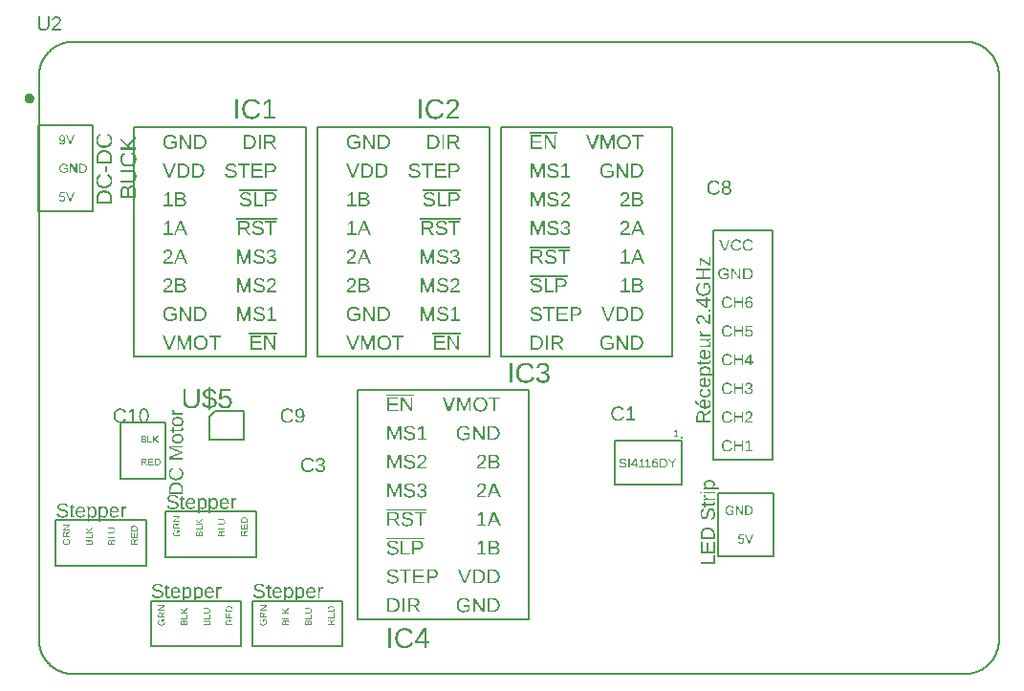
<source format=gbr>
G04 EAGLE Gerber RS-274X export*
G75*
%MOMM*%
%FSLAX34Y34*%
%LPD*%
%INSilkscreen Top*%
%IPPOS*%
%AMOC8*
5,1,8,0,0,1.08239X$1,22.5*%
G01*
G04 Define Apertures*
%ADD10C,0.127000*%
%ADD11C,0.400000*%
%ADD12C,0.152400*%
G36*
X520271Y231697D02*
X519812Y231709D01*
X519370Y231745D01*
X518942Y231806D01*
X518531Y231891D01*
X518136Y232000D01*
X517756Y232133D01*
X517392Y232290D01*
X517043Y232472D01*
X516713Y232676D01*
X516403Y232901D01*
X516113Y233147D01*
X515843Y233414D01*
X515594Y233701D01*
X515365Y234009D01*
X515156Y234338D01*
X514968Y234688D01*
X514800Y235056D01*
X514655Y235441D01*
X514533Y235843D01*
X514432Y236261D01*
X514354Y236696D01*
X514298Y237147D01*
X514265Y237615D01*
X514254Y238099D01*
X514260Y238463D01*
X514279Y238817D01*
X514310Y239161D01*
X514353Y239495D01*
X514409Y239819D01*
X514478Y240133D01*
X514559Y240437D01*
X514652Y240731D01*
X514758Y241015D01*
X514876Y241289D01*
X515150Y241807D01*
X515474Y242286D01*
X515848Y242724D01*
X516265Y243116D01*
X516721Y243456D01*
X516964Y243606D01*
X517216Y243743D01*
X517477Y243867D01*
X517748Y243978D01*
X518029Y244077D01*
X518319Y244161D01*
X518619Y244233D01*
X518929Y244292D01*
X519248Y244338D01*
X519576Y244371D01*
X519914Y244390D01*
X520262Y244397D01*
X520745Y244385D01*
X521207Y244349D01*
X521649Y244288D01*
X522071Y244204D01*
X522472Y244096D01*
X522853Y243963D01*
X523215Y243807D01*
X523555Y243626D01*
X523875Y243422D01*
X524173Y243194D01*
X524449Y242943D01*
X524703Y242669D01*
X524935Y242372D01*
X525145Y242051D01*
X525333Y241707D01*
X525500Y241340D01*
X523914Y240814D01*
X523799Y241076D01*
X523667Y241321D01*
X523519Y241551D01*
X523355Y241765D01*
X523174Y241963D01*
X522977Y242145D01*
X522764Y242311D01*
X522535Y242461D01*
X522292Y242595D01*
X522038Y242710D01*
X521772Y242808D01*
X521496Y242888D01*
X521208Y242950D01*
X520910Y242995D01*
X520600Y243021D01*
X520280Y243030D01*
X519781Y243010D01*
X519312Y242948D01*
X518871Y242845D01*
X518458Y242701D01*
X518074Y242515D01*
X517718Y242289D01*
X517390Y242021D01*
X517091Y241712D01*
X516825Y241367D01*
X516593Y240992D01*
X516398Y240586D01*
X516238Y240150D01*
X516113Y239683D01*
X516024Y239186D01*
X515971Y238658D01*
X515953Y238099D01*
X515971Y237546D01*
X516027Y237021D01*
X516120Y236523D01*
X516250Y236053D01*
X516416Y235611D01*
X516620Y235197D01*
X516861Y234810D01*
X517140Y234451D01*
X517449Y234128D01*
X517785Y233848D01*
X518147Y233611D01*
X518536Y233417D01*
X518950Y233266D01*
X519390Y233158D01*
X519857Y233093D01*
X520350Y233072D01*
X520669Y233082D01*
X520978Y233112D01*
X521277Y233162D01*
X521565Y233232D01*
X521844Y233323D01*
X522113Y233433D01*
X522372Y233563D01*
X522620Y233713D01*
X522859Y233884D01*
X523087Y234074D01*
X523306Y234285D01*
X523514Y234515D01*
X523713Y234766D01*
X523901Y235037D01*
X524079Y235327D01*
X524247Y235638D01*
X525614Y234955D01*
X525413Y234568D01*
X525194Y234206D01*
X524955Y233867D01*
X524697Y233551D01*
X524420Y233260D01*
X524123Y232993D01*
X523807Y232749D01*
X523472Y232529D01*
X523120Y232334D01*
X522755Y232165D01*
X522375Y232022D01*
X521982Y231905D01*
X521575Y231814D01*
X521154Y231749D01*
X520719Y231710D01*
X520271Y231697D01*
G37*
G36*
X535380Y231872D02*
X527647Y231872D01*
X527647Y233212D01*
X530791Y233212D01*
X530791Y242706D01*
X528006Y240718D01*
X528006Y242207D01*
X530922Y244213D01*
X532376Y244213D01*
X532376Y233212D01*
X535380Y233212D01*
X535380Y231872D01*
G37*
G36*
X100358Y229895D02*
X100096Y229901D01*
X99842Y229920D01*
X99597Y229952D01*
X99360Y229996D01*
X98910Y230123D01*
X98494Y230300D01*
X98111Y230528D01*
X97761Y230806D01*
X97444Y231135D01*
X97161Y231515D01*
X96910Y231944D01*
X96693Y232418D01*
X96510Y232940D01*
X96359Y233508D01*
X96242Y234122D01*
X96159Y234783D01*
X96109Y235491D01*
X96092Y236245D01*
X96108Y237015D01*
X96157Y237735D01*
X96238Y238405D01*
X96352Y239026D01*
X96498Y239596D01*
X96676Y240117D01*
X96887Y240588D01*
X97130Y241009D01*
X97408Y241381D01*
X97724Y241703D01*
X98078Y241975D01*
X98469Y242198D01*
X98898Y242372D01*
X99126Y242440D01*
X99364Y242496D01*
X99612Y242539D01*
X99868Y242570D01*
X100135Y242589D01*
X100410Y242595D01*
X100678Y242588D01*
X100937Y242570D01*
X101188Y242538D01*
X101429Y242495D01*
X101662Y242438D01*
X101885Y242369D01*
X102305Y242194D01*
X102690Y241969D01*
X103038Y241693D01*
X103352Y241368D01*
X103629Y240992D01*
X103872Y240567D01*
X104083Y240094D01*
X104261Y239573D01*
X104407Y239004D01*
X104521Y238386D01*
X104602Y237721D01*
X104651Y237007D01*
X104667Y236245D01*
X104650Y235495D01*
X104599Y234790D01*
X104513Y234132D01*
X104394Y233519D01*
X104241Y232951D01*
X104053Y232430D01*
X103832Y231954D01*
X103576Y231524D01*
X103288Y231142D01*
X102966Y230811D01*
X102613Y230531D01*
X102226Y230302D01*
X101808Y230124D01*
X101357Y229997D01*
X101119Y229952D01*
X100873Y229920D01*
X100620Y229901D01*
X100358Y229895D01*
G37*
%LPC*%
G36*
X100375Y231182D02*
X100712Y231202D01*
X101025Y231260D01*
X101315Y231357D01*
X101582Y231493D01*
X101825Y231668D01*
X102045Y231882D01*
X102242Y232135D01*
X102416Y232426D01*
X102568Y232758D01*
X102699Y233131D01*
X102811Y233546D01*
X102902Y234003D01*
X102973Y234501D01*
X103023Y235040D01*
X103054Y235622D01*
X103064Y236245D01*
X103054Y236890D01*
X103025Y237488D01*
X102977Y238041D01*
X102910Y238548D01*
X102823Y239009D01*
X102717Y239424D01*
X102591Y239793D01*
X102446Y240116D01*
X102280Y240397D01*
X102088Y240641D01*
X101871Y240847D01*
X101629Y241016D01*
X101362Y241147D01*
X101069Y241241D01*
X100752Y241297D01*
X100410Y241316D01*
X100059Y241297D01*
X99734Y241242D01*
X99435Y241150D01*
X99161Y241020D01*
X98913Y240854D01*
X98690Y240651D01*
X98493Y240411D01*
X98321Y240134D01*
X98172Y239814D01*
X98043Y239447D01*
X97934Y239032D01*
X97845Y238570D01*
X97776Y238060D01*
X97726Y237503D01*
X97696Y236898D01*
X97686Y236245D01*
X97696Y235610D01*
X97726Y235019D01*
X97777Y234472D01*
X97847Y233970D01*
X97938Y233511D01*
X98048Y233097D01*
X98179Y232726D01*
X98330Y232400D01*
X98503Y232114D01*
X98699Y231867D01*
X98919Y231658D01*
X99163Y231487D01*
X99431Y231354D01*
X99722Y231258D01*
X100037Y231201D01*
X100375Y231182D01*
G37*
%LPD*%
G36*
X79413Y229895D02*
X78955Y229907D01*
X78512Y229943D01*
X78085Y230004D01*
X77674Y230089D01*
X77278Y230198D01*
X76898Y230331D01*
X76534Y230488D01*
X76186Y230670D01*
X75855Y230874D01*
X75545Y231099D01*
X75255Y231345D01*
X74986Y231612D01*
X74736Y231899D01*
X74507Y232207D01*
X74299Y232536D01*
X74110Y232886D01*
X73943Y233254D01*
X73798Y233639D01*
X73675Y234041D01*
X73575Y234459D01*
X73496Y234894D01*
X73441Y235345D01*
X73407Y235813D01*
X73396Y236297D01*
X73402Y236661D01*
X73421Y237015D01*
X73452Y237359D01*
X73496Y237693D01*
X73552Y238017D01*
X73620Y238331D01*
X73701Y238635D01*
X73795Y238929D01*
X73900Y239213D01*
X74019Y239487D01*
X74293Y240005D01*
X74617Y240484D01*
X74990Y240922D01*
X75408Y241314D01*
X75864Y241654D01*
X76106Y241804D01*
X76358Y241941D01*
X76620Y242065D01*
X76891Y242176D01*
X77171Y242275D01*
X77462Y242359D01*
X77762Y242431D01*
X78071Y242490D01*
X78390Y242536D01*
X78719Y242569D01*
X79057Y242588D01*
X79404Y242595D01*
X79887Y242583D01*
X80349Y242547D01*
X80791Y242486D01*
X81213Y242402D01*
X81615Y242294D01*
X81996Y242161D01*
X82357Y242005D01*
X82698Y241824D01*
X83017Y241620D01*
X83315Y241392D01*
X83591Y241141D01*
X83845Y240867D01*
X84077Y240570D01*
X84287Y240249D01*
X84476Y239905D01*
X84642Y239538D01*
X83057Y239012D01*
X82941Y239274D01*
X82810Y239519D01*
X82662Y239749D01*
X82497Y239963D01*
X82317Y240161D01*
X82120Y240343D01*
X81907Y240509D01*
X81677Y240659D01*
X81434Y240793D01*
X81180Y240908D01*
X80915Y241006D01*
X80638Y241086D01*
X80351Y241148D01*
X80052Y241193D01*
X79743Y241219D01*
X79422Y241228D01*
X78924Y241208D01*
X78454Y241146D01*
X78013Y241043D01*
X77600Y240899D01*
X77216Y240713D01*
X76860Y240487D01*
X76533Y240219D01*
X76234Y239910D01*
X75967Y239565D01*
X75736Y239190D01*
X75540Y238784D01*
X75380Y238348D01*
X75255Y237881D01*
X75166Y237384D01*
X75113Y236856D01*
X75095Y236297D01*
X75114Y235744D01*
X75169Y235219D01*
X75262Y234721D01*
X75392Y234251D01*
X75559Y233809D01*
X75763Y233395D01*
X76004Y233008D01*
X76282Y232649D01*
X76592Y232326D01*
X76928Y232046D01*
X77290Y231809D01*
X77678Y231615D01*
X78092Y231464D01*
X78533Y231356D01*
X78999Y231291D01*
X79492Y231270D01*
X79811Y231280D01*
X80120Y231310D01*
X80419Y231360D01*
X80708Y231430D01*
X80987Y231521D01*
X81255Y231631D01*
X81514Y231761D01*
X81763Y231911D01*
X82001Y232082D01*
X82230Y232272D01*
X82448Y232483D01*
X82657Y232713D01*
X82855Y232964D01*
X83043Y233235D01*
X83221Y233525D01*
X83390Y233836D01*
X84756Y233153D01*
X84556Y232766D01*
X84336Y232404D01*
X84098Y232065D01*
X83840Y231749D01*
X83562Y231458D01*
X83266Y231191D01*
X82950Y230947D01*
X82614Y230727D01*
X82263Y230532D01*
X81897Y230363D01*
X81518Y230220D01*
X81124Y230103D01*
X80717Y230012D01*
X80296Y229947D01*
X79862Y229908D01*
X79413Y229895D01*
G37*
G36*
X94523Y230070D02*
X86789Y230070D01*
X86789Y231410D01*
X89933Y231410D01*
X89933Y240904D01*
X87148Y238916D01*
X87148Y240405D01*
X90065Y242411D01*
X91519Y242411D01*
X91519Y231410D01*
X94523Y231410D01*
X94523Y230070D01*
G37*
G36*
X616120Y431935D02*
X615638Y431950D01*
X615184Y431993D01*
X614757Y432067D01*
X614356Y432169D01*
X613983Y432301D01*
X613636Y432462D01*
X613316Y432652D01*
X613024Y432872D01*
X612762Y433119D01*
X612535Y433390D01*
X612343Y433686D01*
X612186Y434006D01*
X612064Y434351D01*
X611977Y434721D01*
X611924Y435116D01*
X611907Y435535D01*
X611918Y435831D01*
X611950Y436115D01*
X612004Y436387D01*
X612080Y436647D01*
X612177Y436895D01*
X612296Y437131D01*
X612437Y437355D01*
X612599Y437567D01*
X612778Y437762D01*
X612969Y437938D01*
X613172Y438093D01*
X613387Y438228D01*
X613614Y438343D01*
X613854Y438437D01*
X614105Y438511D01*
X614368Y438565D01*
X614368Y438600D01*
X614123Y438668D01*
X613891Y438753D01*
X613672Y438855D01*
X613467Y438975D01*
X613275Y439111D01*
X613096Y439265D01*
X612931Y439436D01*
X612778Y439625D01*
X612642Y439826D01*
X612524Y440036D01*
X612424Y440254D01*
X612342Y440481D01*
X612278Y440716D01*
X612232Y440960D01*
X612205Y441212D01*
X612196Y441473D01*
X612213Y441817D01*
X612262Y442145D01*
X612344Y442455D01*
X612460Y442749D01*
X612608Y443027D01*
X612790Y443288D01*
X613004Y443532D01*
X613251Y443759D01*
X613527Y443964D01*
X613824Y444142D01*
X614145Y444293D01*
X614487Y444416D01*
X614853Y444512D01*
X615241Y444580D01*
X615652Y444621D01*
X616085Y444635D01*
X616528Y444621D01*
X616948Y444581D01*
X617343Y444514D01*
X617715Y444420D01*
X618063Y444299D01*
X618386Y444152D01*
X618686Y443978D01*
X618962Y443776D01*
X619209Y443552D01*
X619424Y443309D01*
X619605Y443048D01*
X619754Y442767D01*
X619869Y442467D01*
X619951Y442149D01*
X620001Y441812D01*
X620017Y441455D01*
X620008Y441195D01*
X619981Y440942D01*
X619935Y440699D01*
X619871Y440463D01*
X619788Y440237D01*
X619687Y440018D01*
X619568Y439809D01*
X619431Y439607D01*
X619277Y439419D01*
X619110Y439250D01*
X619093Y439235D01*
X618930Y439099D01*
X618736Y438966D01*
X618529Y438851D01*
X618309Y438755D01*
X618075Y438677D01*
X617828Y438618D01*
X617828Y438583D01*
X618115Y438525D01*
X618386Y438448D01*
X618641Y438351D01*
X618879Y438236D01*
X619101Y438101D01*
X619306Y437946D01*
X619495Y437773D01*
X619634Y437617D01*
X619667Y437580D01*
X619821Y437371D01*
X619954Y437149D01*
X620067Y436915D01*
X620160Y436668D01*
X620232Y436408D01*
X620283Y436135D01*
X620314Y435850D01*
X620324Y435552D01*
X620307Y435137D01*
X620256Y434745D01*
X620171Y434377D01*
X620052Y434033D01*
X619900Y433711D01*
X619713Y433414D01*
X619492Y433140D01*
X619238Y432890D01*
X618952Y432666D01*
X618636Y432472D01*
X618290Y432308D01*
X617915Y432173D01*
X617511Y432069D01*
X617077Y431995D01*
X616613Y431950D01*
X616120Y431935D01*
G37*
%LPC*%
G36*
X616137Y433117D02*
X616449Y433127D01*
X616740Y433156D01*
X617011Y433204D01*
X617261Y433272D01*
X617490Y433358D01*
X617699Y433465D01*
X617888Y433590D01*
X618056Y433735D01*
X618203Y433901D01*
X618331Y434089D01*
X618440Y434301D01*
X618528Y434535D01*
X618597Y434792D01*
X618647Y435072D01*
X618676Y435375D01*
X618686Y435701D01*
X618675Y435979D01*
X618643Y436239D01*
X618590Y436482D01*
X618515Y436707D01*
X618419Y436915D01*
X618302Y437104D01*
X618163Y437276D01*
X618003Y437431D01*
X617824Y437567D01*
X617627Y437686D01*
X617413Y437786D01*
X617182Y437868D01*
X616933Y437931D01*
X616668Y437977D01*
X616385Y438004D01*
X616085Y438013D01*
X615793Y438003D01*
X615518Y437974D01*
X615259Y437925D01*
X615016Y437857D01*
X614790Y437769D01*
X614581Y437661D01*
X614387Y437534D01*
X614211Y437387D01*
X614052Y437223D01*
X613915Y437045D01*
X613800Y436851D01*
X613705Y436644D01*
X613631Y436421D01*
X613578Y436184D01*
X613547Y435932D01*
X613536Y435666D01*
X613546Y435357D01*
X613577Y435069D01*
X613628Y434800D01*
X613699Y434551D01*
X613790Y434322D01*
X613902Y434113D01*
X614034Y433924D01*
X614186Y433754D01*
X614359Y433605D01*
X614552Y433476D01*
X614766Y433366D01*
X614999Y433277D01*
X615253Y433207D01*
X615528Y433157D01*
X615822Y433127D01*
X616137Y433117D01*
G37*
G36*
X616102Y439196D02*
X616372Y439204D01*
X616625Y439228D01*
X616862Y439268D01*
X617082Y439324D01*
X617286Y439396D01*
X617473Y439484D01*
X617643Y439588D01*
X617797Y439708D01*
X617934Y439846D01*
X618052Y440004D01*
X618152Y440182D01*
X618234Y440379D01*
X618298Y440597D01*
X618343Y440834D01*
X618370Y441091D01*
X618380Y441368D01*
X618371Y441621D01*
X618344Y441858D01*
X618299Y442079D01*
X618236Y442284D01*
X618155Y442472D01*
X618057Y442643D01*
X617940Y442799D01*
X617806Y442938D01*
X617654Y443060D01*
X617483Y443167D01*
X617295Y443257D01*
X617089Y443330D01*
X616865Y443387D01*
X616623Y443428D01*
X616363Y443453D01*
X616085Y443461D01*
X615815Y443453D01*
X615562Y443428D01*
X615325Y443387D01*
X615105Y443330D01*
X614901Y443256D01*
X614714Y443165D01*
X614544Y443059D01*
X614390Y442936D01*
X614254Y442796D01*
X614135Y442641D01*
X614035Y442469D01*
X613953Y442281D01*
X613890Y442077D01*
X613844Y441857D01*
X613817Y441620D01*
X613808Y441368D01*
X613817Y441111D01*
X613845Y440869D01*
X613892Y440644D01*
X613958Y440434D01*
X614042Y440240D01*
X614145Y440061D01*
X614267Y439899D01*
X614408Y439752D01*
X614565Y439621D01*
X614738Y439509D01*
X614927Y439413D01*
X615131Y439335D01*
X615351Y439274D01*
X615586Y439230D01*
X615836Y439204D01*
X616102Y439196D01*
G37*
%LPD*%
G36*
X605118Y431935D02*
X604659Y431947D01*
X604217Y431983D01*
X603790Y432044D01*
X603378Y432129D01*
X602983Y432238D01*
X602603Y432371D01*
X602239Y432528D01*
X601890Y432710D01*
X601560Y432914D01*
X601250Y433139D01*
X600960Y433385D01*
X600691Y433652D01*
X600441Y433939D01*
X600212Y434247D01*
X600003Y434576D01*
X599815Y434926D01*
X599647Y435294D01*
X599502Y435679D01*
X599380Y436081D01*
X599279Y436499D01*
X599201Y436934D01*
X599146Y437385D01*
X599112Y437853D01*
X599101Y438337D01*
X599107Y438701D01*
X599126Y439055D01*
X599157Y439399D01*
X599201Y439733D01*
X599257Y440057D01*
X599325Y440371D01*
X599406Y440675D01*
X599499Y440969D01*
X599605Y441253D01*
X599724Y441527D01*
X599998Y442045D01*
X600321Y442524D01*
X600695Y442962D01*
X601113Y443354D01*
X601569Y443694D01*
X601811Y443844D01*
X602063Y443981D01*
X602324Y444105D01*
X602596Y444216D01*
X602876Y444315D01*
X603166Y444399D01*
X603466Y444471D01*
X603776Y444530D01*
X604095Y444576D01*
X604423Y444609D01*
X604762Y444628D01*
X605109Y444635D01*
X605592Y444623D01*
X606054Y444587D01*
X606496Y444526D01*
X606918Y444442D01*
X607319Y444334D01*
X607701Y444201D01*
X608062Y444045D01*
X608402Y443864D01*
X608722Y443660D01*
X609020Y443432D01*
X609296Y443181D01*
X609550Y442907D01*
X609782Y442610D01*
X609992Y442289D01*
X610180Y441945D01*
X610347Y441578D01*
X608762Y441052D01*
X608646Y441314D01*
X608514Y441559D01*
X608366Y441789D01*
X608202Y442003D01*
X608022Y442201D01*
X607825Y442383D01*
X607612Y442549D01*
X607382Y442699D01*
X607139Y442833D01*
X606885Y442948D01*
X606619Y443046D01*
X606343Y443126D01*
X606056Y443188D01*
X605757Y443233D01*
X605447Y443259D01*
X605127Y443268D01*
X604629Y443248D01*
X604159Y443186D01*
X603718Y443083D01*
X603305Y442939D01*
X602921Y442753D01*
X602565Y442527D01*
X602238Y442259D01*
X601939Y441950D01*
X601672Y441605D01*
X601441Y441230D01*
X601245Y440824D01*
X601085Y440388D01*
X600960Y439921D01*
X600871Y439424D01*
X600818Y438896D01*
X600800Y438337D01*
X600819Y437784D01*
X600874Y437259D01*
X600967Y436761D01*
X601097Y436291D01*
X601264Y435849D01*
X601468Y435435D01*
X601709Y435048D01*
X601987Y434689D01*
X602297Y434366D01*
X602632Y434086D01*
X602995Y433849D01*
X603383Y433655D01*
X603797Y433504D01*
X604238Y433396D01*
X604704Y433331D01*
X605197Y433310D01*
X605516Y433320D01*
X605825Y433350D01*
X606124Y433400D01*
X606413Y433470D01*
X606691Y433561D01*
X606960Y433671D01*
X607219Y433801D01*
X607467Y433951D01*
X607706Y434122D01*
X607935Y434312D01*
X608153Y434523D01*
X608361Y434753D01*
X608560Y435004D01*
X608748Y435275D01*
X608926Y435565D01*
X609094Y435876D01*
X610461Y435193D01*
X610261Y434806D01*
X610041Y434444D01*
X609802Y434105D01*
X609544Y433789D01*
X609267Y433498D01*
X608970Y433231D01*
X608654Y432987D01*
X608319Y432767D01*
X607967Y432572D01*
X607602Y432403D01*
X607222Y432260D01*
X606829Y432143D01*
X606422Y432052D01*
X606001Y431987D01*
X605567Y431948D01*
X605118Y431935D01*
G37*
G36*
X238118Y229895D02*
X237766Y229904D01*
X237431Y229933D01*
X237115Y229980D01*
X236816Y230047D01*
X236536Y230133D01*
X236273Y230237D01*
X236028Y230361D01*
X235801Y230504D01*
X235591Y230667D01*
X235396Y230855D01*
X235217Y231065D01*
X235053Y231299D01*
X234905Y231557D01*
X234772Y231838D01*
X234655Y232142D01*
X234553Y232470D01*
X236060Y232706D01*
X236196Y232345D01*
X236367Y232032D01*
X236574Y231767D01*
X236817Y231550D01*
X237096Y231382D01*
X237410Y231261D01*
X237759Y231189D01*
X237947Y231171D01*
X238144Y231165D01*
X238474Y231185D01*
X238785Y231244D01*
X239076Y231342D01*
X239348Y231480D01*
X239602Y231657D01*
X239836Y231874D01*
X240050Y232130D01*
X240246Y232426D01*
X240421Y232758D01*
X240574Y233124D01*
X240705Y233523D01*
X240813Y233957D01*
X240900Y234423D01*
X240964Y234924D01*
X241006Y235458D01*
X241026Y236026D01*
X240930Y235834D01*
X240819Y235651D01*
X240693Y235478D01*
X240551Y235315D01*
X240393Y235162D01*
X240219Y235018D01*
X240030Y234884D01*
X239826Y234760D01*
X239611Y234648D01*
X239391Y234551D01*
X239165Y234469D01*
X238935Y234402D01*
X238699Y234350D01*
X238458Y234313D01*
X238212Y234290D01*
X237960Y234283D01*
X237555Y234301D01*
X237170Y234354D01*
X236806Y234443D01*
X236462Y234568D01*
X236140Y234728D01*
X235838Y234923D01*
X235558Y235155D01*
X235298Y235421D01*
X235064Y235718D01*
X234861Y236037D01*
X234689Y236380D01*
X234549Y236746D01*
X234440Y237136D01*
X234362Y237548D01*
X234315Y237984D01*
X234299Y238443D01*
X234316Y238914D01*
X234367Y239359D01*
X234452Y239779D01*
X234571Y240172D01*
X234723Y240539D01*
X234910Y240881D01*
X235131Y241197D01*
X235385Y241487D01*
X235670Y241746D01*
X235981Y241971D01*
X236319Y242162D01*
X236684Y242318D01*
X237075Y242439D01*
X237492Y242525D01*
X237936Y242577D01*
X238407Y242595D01*
X238660Y242589D01*
X238906Y242571D01*
X239374Y242499D01*
X239810Y242380D01*
X240216Y242214D01*
X240590Y241999D01*
X240933Y241737D01*
X241244Y241428D01*
X241525Y241071D01*
X241773Y240666D01*
X241989Y240213D01*
X242171Y239712D01*
X242320Y239164D01*
X242436Y238567D01*
X242518Y237923D01*
X242568Y237230D01*
X242585Y236490D01*
X242567Y235718D01*
X242512Y234992D01*
X242422Y234312D01*
X242295Y233679D01*
X242131Y233091D01*
X241932Y232549D01*
X241696Y232053D01*
X241424Y231603D01*
X241119Y231202D01*
X240782Y230856D01*
X240415Y230562D01*
X240017Y230322D01*
X239589Y230135D01*
X239363Y230062D01*
X239129Y230002D01*
X238888Y229955D01*
X238639Y229922D01*
X238382Y229902D01*
X238118Y229895D01*
G37*
%LPC*%
G36*
X238337Y235527D02*
X238672Y235546D01*
X238996Y235604D01*
X239307Y235701D01*
X239607Y235838D01*
X239885Y236009D01*
X240131Y236213D01*
X240347Y236449D01*
X240531Y236718D01*
X240678Y237012D01*
X240784Y237326D01*
X240847Y237660D01*
X240868Y238014D01*
X240857Y238377D01*
X240825Y238722D01*
X240772Y239049D01*
X240697Y239357D01*
X240601Y239648D01*
X240484Y239920D01*
X240345Y240174D01*
X240185Y240409D01*
X240007Y240622D01*
X239814Y240806D01*
X239607Y240962D01*
X239386Y241089D01*
X239150Y241188D01*
X238899Y241259D01*
X238634Y241302D01*
X238354Y241316D01*
X238077Y241304D01*
X237815Y241268D01*
X237568Y241207D01*
X237336Y241122D01*
X237119Y241013D01*
X236917Y240880D01*
X236731Y240723D01*
X236559Y240541D01*
X236405Y240339D01*
X236271Y240119D01*
X236159Y239883D01*
X236066Y239629D01*
X235994Y239358D01*
X235943Y239070D01*
X235912Y238765D01*
X235902Y238443D01*
X235912Y238115D01*
X235943Y237804D01*
X235994Y237511D01*
X236066Y237236D01*
X236159Y236978D01*
X236271Y236738D01*
X236405Y236515D01*
X236559Y236310D01*
X236730Y236127D01*
X236916Y235968D01*
X237117Y235833D01*
X237332Y235723D01*
X237561Y235637D01*
X237805Y235576D01*
X238064Y235539D01*
X238337Y235527D01*
G37*
%LPD*%
G36*
X227449Y229895D02*
X226990Y229907D01*
X226548Y229943D01*
X226120Y230004D01*
X225709Y230089D01*
X225314Y230198D01*
X224934Y230331D01*
X224570Y230488D01*
X224221Y230670D01*
X223891Y230874D01*
X223581Y231099D01*
X223291Y231345D01*
X223021Y231612D01*
X222772Y231899D01*
X222543Y232207D01*
X222334Y232536D01*
X222146Y232886D01*
X221978Y233254D01*
X221833Y233639D01*
X221711Y234041D01*
X221610Y234459D01*
X221532Y234894D01*
X221476Y235345D01*
X221443Y235813D01*
X221432Y236297D01*
X221438Y236661D01*
X221457Y237015D01*
X221488Y237359D01*
X221531Y237693D01*
X221587Y238017D01*
X221656Y238331D01*
X221737Y238635D01*
X221830Y238929D01*
X221936Y239213D01*
X222054Y239487D01*
X222328Y240005D01*
X222652Y240484D01*
X223026Y240922D01*
X223443Y241314D01*
X223899Y241654D01*
X224142Y241804D01*
X224394Y241941D01*
X224655Y242065D01*
X224926Y242176D01*
X225207Y242275D01*
X225497Y242359D01*
X225797Y242431D01*
X226107Y242490D01*
X226426Y242536D01*
X226754Y242569D01*
X227092Y242588D01*
X227440Y242595D01*
X227923Y242583D01*
X228385Y242547D01*
X228827Y242486D01*
X229249Y242402D01*
X229650Y242294D01*
X230031Y242161D01*
X230393Y242005D01*
X230733Y241824D01*
X231053Y241620D01*
X231351Y241392D01*
X231627Y241141D01*
X231881Y240867D01*
X232113Y240570D01*
X232323Y240249D01*
X232511Y239905D01*
X232678Y239538D01*
X231092Y239012D01*
X230977Y239274D01*
X230845Y239519D01*
X230697Y239749D01*
X230533Y239963D01*
X230352Y240161D01*
X230155Y240343D01*
X229942Y240509D01*
X229713Y240659D01*
X229470Y240793D01*
X229216Y240908D01*
X228950Y241006D01*
X228674Y241086D01*
X228386Y241148D01*
X228088Y241193D01*
X227778Y241219D01*
X227458Y241228D01*
X226959Y241208D01*
X226490Y241146D01*
X226049Y241043D01*
X225636Y240899D01*
X225252Y240713D01*
X224896Y240487D01*
X224568Y240219D01*
X224269Y239910D01*
X224003Y239565D01*
X223771Y239190D01*
X223576Y238784D01*
X223416Y238348D01*
X223291Y237881D01*
X223202Y237384D01*
X223149Y236856D01*
X223131Y236297D01*
X223149Y235744D01*
X223205Y235219D01*
X223298Y234721D01*
X223428Y234251D01*
X223594Y233809D01*
X223798Y233395D01*
X224039Y233008D01*
X224318Y232649D01*
X224627Y232326D01*
X224963Y232046D01*
X225325Y231809D01*
X225714Y231615D01*
X226128Y231464D01*
X226568Y231356D01*
X227035Y231291D01*
X227528Y231270D01*
X227847Y231280D01*
X228156Y231310D01*
X228455Y231360D01*
X228743Y231430D01*
X229022Y231521D01*
X229291Y231631D01*
X229550Y231761D01*
X229798Y231911D01*
X230037Y232082D01*
X230265Y232272D01*
X230484Y232483D01*
X230692Y232713D01*
X230891Y232964D01*
X231079Y233235D01*
X231257Y233525D01*
X231425Y233836D01*
X232792Y233153D01*
X232591Y232766D01*
X232372Y232404D01*
X232133Y232065D01*
X231875Y231749D01*
X231598Y231458D01*
X231301Y231191D01*
X230985Y230947D01*
X230650Y230727D01*
X230298Y230532D01*
X229933Y230363D01*
X229553Y230220D01*
X229160Y230103D01*
X228753Y230012D01*
X228332Y229947D01*
X227897Y229908D01*
X227449Y229895D01*
G37*
G36*
X208280Y294750D02*
X206791Y294750D01*
X206791Y307091D01*
X208736Y307091D01*
X215410Y296510D01*
X215331Y297991D01*
X215305Y298998D01*
X215305Y307091D01*
X216811Y307091D01*
X216811Y294750D01*
X214797Y294750D01*
X208193Y305260D01*
X208237Y304411D01*
X208280Y302948D01*
X208280Y294750D01*
G37*
G36*
X204576Y294750D02*
X194854Y294750D01*
X194854Y307091D01*
X204217Y307091D01*
X204217Y305724D01*
X196527Y305724D01*
X196527Y301766D01*
X203691Y301766D01*
X203691Y300417D01*
X196527Y300417D01*
X196527Y296116D01*
X204576Y296116D01*
X204576Y294750D01*
G37*
G36*
X218289Y308375D02*
X193383Y308375D01*
X193383Y309688D01*
X218289Y309688D01*
X218289Y308375D01*
G37*
G36*
X184379Y320150D02*
X182890Y320150D01*
X182890Y332491D01*
X185088Y332491D01*
X188373Y323934D01*
X188545Y323398D01*
X188710Y322826D01*
X188925Y321972D01*
X189033Y322413D01*
X189218Y323036D01*
X189405Y323617D01*
X189520Y323934D01*
X192743Y332491D01*
X194889Y332491D01*
X194889Y320150D01*
X193383Y320150D01*
X193383Y328383D01*
X193403Y329723D01*
X193462Y331011D01*
X193054Y329614D01*
X192867Y329043D01*
X192691Y328558D01*
X189503Y320150D01*
X188329Y320150D01*
X185097Y328558D01*
X184607Y330047D01*
X184318Y331011D01*
X184344Y330038D01*
X184379Y328383D01*
X184379Y320150D01*
G37*
G36*
X202400Y319975D02*
X201851Y319987D01*
X201331Y320024D01*
X200841Y320085D01*
X200381Y320171D01*
X199951Y320281D01*
X199550Y320416D01*
X199179Y320575D01*
X198837Y320759D01*
X198525Y320967D01*
X198243Y321200D01*
X197990Y321457D01*
X197767Y321739D01*
X197573Y322045D01*
X197410Y322375D01*
X197275Y322731D01*
X197171Y323110D01*
X198791Y323434D01*
X198871Y323166D01*
X198971Y322915D01*
X199090Y322683D01*
X199229Y322470D01*
X199388Y322275D01*
X199566Y322099D01*
X199764Y321941D01*
X199982Y321801D01*
X200220Y321679D01*
X200479Y321573D01*
X200758Y321483D01*
X201057Y321410D01*
X201377Y321353D01*
X201718Y321312D01*
X202079Y321288D01*
X202461Y321280D01*
X202854Y321289D01*
X203225Y321315D01*
X203572Y321358D01*
X203896Y321419D01*
X204197Y321497D01*
X204475Y321593D01*
X204730Y321706D01*
X204961Y321836D01*
X205168Y321983D01*
X205347Y322147D01*
X205498Y322326D01*
X205622Y322522D01*
X205718Y322735D01*
X205787Y322963D01*
X205828Y323208D01*
X205842Y323469D01*
X205824Y323757D01*
X205773Y324017D01*
X205686Y324248D01*
X205566Y324450D01*
X205414Y324631D01*
X205234Y324794D01*
X205026Y324941D01*
X204791Y325072D01*
X204529Y325190D01*
X204243Y325298D01*
X203933Y325396D01*
X203599Y325484D01*
X202067Y325843D01*
X201379Y326005D01*
X200780Y326167D01*
X200269Y326329D01*
X199846Y326491D01*
X199488Y326658D01*
X199169Y326834D01*
X198890Y327019D01*
X198651Y327214D01*
X198445Y327422D01*
X198264Y327646D01*
X198110Y327888D01*
X197981Y328147D01*
X197879Y328424D01*
X197807Y328720D01*
X197763Y329037D01*
X197749Y329373D01*
X197768Y329758D01*
X197825Y330120D01*
X197919Y330459D01*
X198052Y330776D01*
X198223Y331070D01*
X198431Y331342D01*
X198678Y331590D01*
X198962Y331816D01*
X199281Y332018D01*
X199634Y332192D01*
X200019Y332339D01*
X200437Y332460D01*
X200887Y332554D01*
X201370Y332621D01*
X201886Y332661D01*
X202435Y332675D01*
X202945Y332665D01*
X203424Y332634D01*
X203872Y332584D01*
X204289Y332514D01*
X204676Y332423D01*
X205031Y332313D01*
X205355Y332182D01*
X205649Y332031D01*
X205917Y331856D01*
X206164Y331652D01*
X206390Y331421D01*
X206595Y331161D01*
X206779Y330872D01*
X206943Y330555D01*
X207086Y330210D01*
X207208Y329837D01*
X205561Y329548D01*
X205486Y329785D01*
X205395Y330005D01*
X205289Y330208D01*
X205167Y330394D01*
X205030Y330564D01*
X204878Y330716D01*
X204711Y330852D01*
X204528Y330971D01*
X204328Y331075D01*
X204110Y331165D01*
X203874Y331241D01*
X203619Y331303D01*
X203346Y331351D01*
X203055Y331386D01*
X202745Y331407D01*
X202417Y331413D01*
X202058Y331406D01*
X201721Y331383D01*
X201405Y331345D01*
X201112Y331291D01*
X200841Y331222D01*
X200591Y331138D01*
X200363Y331038D01*
X200157Y330923D01*
X199975Y330793D01*
X199816Y330648D01*
X199682Y330487D01*
X199573Y330312D01*
X199487Y330122D01*
X199427Y329916D01*
X199390Y329696D01*
X199378Y329460D01*
X199397Y329188D01*
X199453Y328940D01*
X199548Y328717D01*
X199680Y328519D01*
X199848Y328340D01*
X200049Y328175D01*
X200284Y328024D01*
X200551Y327888D01*
X200907Y327752D01*
X201403Y327600D01*
X202041Y327434D01*
X202820Y327253D01*
X203954Y326986D01*
X204507Y326837D01*
X205036Y326662D01*
X205536Y326457D01*
X206004Y326220D01*
X206222Y326086D01*
X206425Y325937D01*
X206614Y325775D01*
X206788Y325598D01*
X206945Y325406D01*
X207084Y325197D01*
X207206Y324972D01*
X207309Y324731D01*
X207391Y324470D01*
X207450Y324188D01*
X207485Y323883D01*
X207497Y323557D01*
X207476Y323142D01*
X207414Y322751D01*
X207309Y322385D01*
X207163Y322042D01*
X206975Y321723D01*
X206746Y321429D01*
X206474Y321158D01*
X206161Y320912D01*
X205810Y320692D01*
X205425Y320502D01*
X205006Y320341D01*
X204553Y320209D01*
X204066Y320107D01*
X203544Y320033D01*
X202989Y319990D01*
X202400Y319975D01*
G37*
G36*
X217394Y320150D02*
X209660Y320150D01*
X209660Y321490D01*
X212804Y321490D01*
X212804Y330984D01*
X210019Y328996D01*
X210019Y330485D01*
X212936Y332491D01*
X214390Y332491D01*
X214390Y321490D01*
X217394Y321490D01*
X217394Y320150D01*
G37*
G36*
X184379Y345550D02*
X182890Y345550D01*
X182890Y357891D01*
X185088Y357891D01*
X188373Y349334D01*
X188545Y348798D01*
X188710Y348226D01*
X188925Y347372D01*
X189033Y347813D01*
X189218Y348436D01*
X189405Y349017D01*
X189520Y349334D01*
X192743Y357891D01*
X194889Y357891D01*
X194889Y345550D01*
X193383Y345550D01*
X193383Y353783D01*
X193403Y355123D01*
X193462Y356411D01*
X193054Y355014D01*
X192867Y354443D01*
X192691Y353958D01*
X189503Y345550D01*
X188329Y345550D01*
X185097Y353958D01*
X184607Y355447D01*
X184318Y356411D01*
X184344Y355438D01*
X184379Y353783D01*
X184379Y345550D01*
G37*
G36*
X202400Y345375D02*
X201851Y345387D01*
X201331Y345424D01*
X200841Y345485D01*
X200381Y345571D01*
X199951Y345681D01*
X199550Y345816D01*
X199179Y345975D01*
X198837Y346159D01*
X198525Y346367D01*
X198243Y346600D01*
X197990Y346857D01*
X197767Y347139D01*
X197573Y347445D01*
X197410Y347775D01*
X197275Y348131D01*
X197171Y348510D01*
X198791Y348834D01*
X198871Y348566D01*
X198971Y348315D01*
X199090Y348083D01*
X199229Y347870D01*
X199388Y347675D01*
X199566Y347499D01*
X199764Y347341D01*
X199982Y347201D01*
X200220Y347079D01*
X200479Y346973D01*
X200758Y346883D01*
X201057Y346810D01*
X201377Y346753D01*
X201718Y346712D01*
X202079Y346688D01*
X202461Y346680D01*
X202854Y346689D01*
X203225Y346715D01*
X203572Y346758D01*
X203896Y346819D01*
X204197Y346897D01*
X204475Y346993D01*
X204730Y347106D01*
X204961Y347236D01*
X205168Y347383D01*
X205347Y347547D01*
X205498Y347726D01*
X205622Y347922D01*
X205718Y348135D01*
X205787Y348363D01*
X205828Y348608D01*
X205842Y348869D01*
X205824Y349157D01*
X205773Y349417D01*
X205686Y349648D01*
X205566Y349850D01*
X205414Y350031D01*
X205234Y350194D01*
X205026Y350341D01*
X204791Y350472D01*
X204529Y350590D01*
X204243Y350698D01*
X203933Y350796D01*
X203599Y350884D01*
X202067Y351243D01*
X201379Y351405D01*
X200780Y351567D01*
X200269Y351729D01*
X199846Y351891D01*
X199488Y352058D01*
X199169Y352234D01*
X198890Y352419D01*
X198651Y352614D01*
X198445Y352822D01*
X198264Y353046D01*
X198110Y353288D01*
X197981Y353547D01*
X197879Y353824D01*
X197807Y354120D01*
X197763Y354437D01*
X197749Y354773D01*
X197768Y355158D01*
X197825Y355520D01*
X197919Y355859D01*
X198052Y356176D01*
X198223Y356470D01*
X198431Y356742D01*
X198678Y356990D01*
X198962Y357216D01*
X199281Y357418D01*
X199634Y357592D01*
X200019Y357739D01*
X200437Y357860D01*
X200887Y357954D01*
X201370Y358021D01*
X201886Y358061D01*
X202435Y358075D01*
X202945Y358065D01*
X203424Y358034D01*
X203872Y357984D01*
X204289Y357914D01*
X204676Y357823D01*
X205031Y357713D01*
X205355Y357582D01*
X205649Y357431D01*
X205917Y357256D01*
X206164Y357052D01*
X206390Y356821D01*
X206595Y356561D01*
X206779Y356272D01*
X206943Y355955D01*
X207086Y355610D01*
X207208Y355237D01*
X205561Y354948D01*
X205486Y355185D01*
X205395Y355405D01*
X205289Y355608D01*
X205167Y355794D01*
X205030Y355964D01*
X204878Y356116D01*
X204711Y356252D01*
X204528Y356371D01*
X204328Y356475D01*
X204110Y356565D01*
X203874Y356641D01*
X203619Y356703D01*
X203346Y356751D01*
X203055Y356786D01*
X202745Y356807D01*
X202417Y356813D01*
X202058Y356806D01*
X201721Y356783D01*
X201405Y356745D01*
X201112Y356691D01*
X200841Y356622D01*
X200591Y356538D01*
X200363Y356438D01*
X200157Y356323D01*
X199975Y356193D01*
X199816Y356048D01*
X199682Y355887D01*
X199573Y355712D01*
X199487Y355522D01*
X199427Y355316D01*
X199390Y355096D01*
X199378Y354860D01*
X199397Y354588D01*
X199453Y354340D01*
X199548Y354117D01*
X199680Y353919D01*
X199848Y353740D01*
X200049Y353575D01*
X200284Y353424D01*
X200551Y353288D01*
X200907Y353152D01*
X201403Y353000D01*
X202041Y352834D01*
X202820Y352653D01*
X203954Y352386D01*
X204507Y352237D01*
X205036Y352062D01*
X205536Y351857D01*
X206004Y351620D01*
X206222Y351486D01*
X206425Y351337D01*
X206614Y351175D01*
X206788Y350998D01*
X206945Y350806D01*
X207084Y350597D01*
X207206Y350372D01*
X207309Y350131D01*
X207391Y349870D01*
X207450Y349588D01*
X207485Y349283D01*
X207497Y348957D01*
X207476Y348542D01*
X207414Y348151D01*
X207309Y347785D01*
X207163Y347442D01*
X206975Y347123D01*
X206746Y346829D01*
X206474Y346558D01*
X206161Y346312D01*
X205810Y346092D01*
X205425Y345902D01*
X205006Y345741D01*
X204553Y345609D01*
X204066Y345507D01*
X203544Y345433D01*
X202989Y345390D01*
X202400Y345375D01*
G37*
G36*
X217368Y345550D02*
X209196Y345550D01*
X209196Y346662D01*
X209431Y347160D01*
X209692Y347627D01*
X209977Y348064D01*
X210286Y348471D01*
X210612Y348854D01*
X210946Y349218D01*
X211289Y349563D01*
X211639Y349890D01*
X212346Y350502D01*
X213045Y351068D01*
X213708Y351611D01*
X214302Y352154D01*
X214569Y352429D01*
X214809Y352710D01*
X215022Y352998D01*
X215209Y353293D01*
X215360Y353600D01*
X215468Y353928D01*
X215533Y354275D01*
X215554Y354641D01*
X215545Y354888D01*
X215517Y355121D01*
X215471Y355339D01*
X215406Y355543D01*
X215322Y355733D01*
X215219Y355909D01*
X215098Y356071D01*
X214959Y356218D01*
X214803Y356349D01*
X214632Y356463D01*
X214447Y356559D01*
X214247Y356638D01*
X214033Y356700D01*
X213804Y356743D01*
X213561Y356770D01*
X213304Y356778D01*
X213057Y356770D01*
X212822Y356744D01*
X212598Y356701D01*
X212385Y356642D01*
X212183Y356565D01*
X211992Y356471D01*
X211812Y356359D01*
X211644Y356231D01*
X211489Y356087D01*
X211351Y355930D01*
X211230Y355758D01*
X211126Y355573D01*
X211039Y355374D01*
X210968Y355161D01*
X210914Y354934D01*
X210877Y354694D01*
X209266Y354843D01*
X209324Y355203D01*
X209410Y355545D01*
X209525Y355868D01*
X209668Y356172D01*
X209839Y356457D01*
X210039Y356723D01*
X210266Y356970D01*
X210523Y357199D01*
X210803Y357404D01*
X211102Y357582D01*
X211421Y357733D01*
X211759Y357856D01*
X212116Y357952D01*
X212493Y358020D01*
X212888Y358061D01*
X213304Y358075D01*
X213756Y358061D01*
X214182Y358020D01*
X214581Y357951D01*
X214953Y357855D01*
X215299Y357731D01*
X215617Y357580D01*
X215908Y357401D01*
X216172Y357194D01*
X216407Y356963D01*
X216611Y356708D01*
X216783Y356430D01*
X216924Y356129D01*
X217034Y355805D01*
X217112Y355458D01*
X217159Y355087D01*
X217175Y354694D01*
X217154Y354335D01*
X217093Y353978D01*
X216990Y353622D01*
X216846Y353266D01*
X216662Y352912D01*
X216438Y352557D01*
X216174Y352202D01*
X215870Y351847D01*
X215472Y351444D01*
X214926Y350943D01*
X214232Y350345D01*
X213391Y349649D01*
X212913Y349247D01*
X212487Y348866D01*
X212112Y348505D01*
X211788Y348164D01*
X211511Y347837D01*
X211276Y347515D01*
X211082Y347200D01*
X210930Y346890D01*
X217368Y346890D01*
X217368Y345550D01*
G37*
G36*
X184379Y370950D02*
X182890Y370950D01*
X182890Y383291D01*
X185088Y383291D01*
X188373Y374734D01*
X188545Y374198D01*
X188710Y373626D01*
X188925Y372772D01*
X189033Y373213D01*
X189218Y373836D01*
X189405Y374417D01*
X189520Y374734D01*
X192743Y383291D01*
X194889Y383291D01*
X194889Y370950D01*
X193383Y370950D01*
X193383Y379183D01*
X193403Y380523D01*
X193462Y381811D01*
X193054Y380414D01*
X192867Y379843D01*
X192691Y379358D01*
X189503Y370950D01*
X188329Y370950D01*
X185097Y379358D01*
X184607Y380847D01*
X184318Y381811D01*
X184344Y380838D01*
X184379Y379183D01*
X184379Y370950D01*
G37*
G36*
X202400Y370775D02*
X201851Y370787D01*
X201331Y370824D01*
X200841Y370885D01*
X200381Y370971D01*
X199951Y371081D01*
X199550Y371216D01*
X199179Y371375D01*
X198837Y371559D01*
X198525Y371767D01*
X198243Y372000D01*
X197990Y372257D01*
X197767Y372539D01*
X197573Y372845D01*
X197410Y373175D01*
X197275Y373531D01*
X197171Y373910D01*
X198791Y374234D01*
X198871Y373966D01*
X198971Y373715D01*
X199090Y373483D01*
X199229Y373270D01*
X199388Y373075D01*
X199566Y372899D01*
X199764Y372741D01*
X199982Y372601D01*
X200220Y372479D01*
X200479Y372373D01*
X200758Y372283D01*
X201057Y372210D01*
X201377Y372153D01*
X201718Y372112D01*
X202079Y372088D01*
X202461Y372080D01*
X202854Y372089D01*
X203225Y372115D01*
X203572Y372158D01*
X203896Y372219D01*
X204197Y372297D01*
X204475Y372393D01*
X204730Y372506D01*
X204961Y372636D01*
X205168Y372783D01*
X205347Y372947D01*
X205498Y373126D01*
X205622Y373322D01*
X205718Y373535D01*
X205787Y373763D01*
X205828Y374008D01*
X205842Y374269D01*
X205824Y374557D01*
X205773Y374817D01*
X205686Y375048D01*
X205566Y375250D01*
X205414Y375431D01*
X205234Y375594D01*
X205026Y375741D01*
X204791Y375872D01*
X204529Y375990D01*
X204243Y376098D01*
X203933Y376196D01*
X203599Y376284D01*
X202067Y376643D01*
X201379Y376805D01*
X200780Y376967D01*
X200269Y377129D01*
X199846Y377291D01*
X199488Y377458D01*
X199169Y377634D01*
X198890Y377819D01*
X198651Y378014D01*
X198445Y378222D01*
X198264Y378446D01*
X198110Y378688D01*
X197981Y378947D01*
X197879Y379224D01*
X197807Y379520D01*
X197763Y379837D01*
X197749Y380173D01*
X197768Y380558D01*
X197825Y380920D01*
X197919Y381259D01*
X198052Y381576D01*
X198223Y381870D01*
X198431Y382142D01*
X198678Y382390D01*
X198962Y382616D01*
X199281Y382818D01*
X199634Y382992D01*
X200019Y383139D01*
X200437Y383260D01*
X200887Y383354D01*
X201370Y383421D01*
X201886Y383461D01*
X202435Y383475D01*
X202945Y383465D01*
X203424Y383434D01*
X203872Y383384D01*
X204289Y383314D01*
X204676Y383223D01*
X205031Y383113D01*
X205355Y382982D01*
X205649Y382831D01*
X205917Y382656D01*
X206164Y382452D01*
X206390Y382221D01*
X206595Y381961D01*
X206779Y381672D01*
X206943Y381355D01*
X207086Y381010D01*
X207208Y380637D01*
X205561Y380348D01*
X205486Y380585D01*
X205395Y380805D01*
X205289Y381008D01*
X205167Y381194D01*
X205030Y381364D01*
X204878Y381516D01*
X204711Y381652D01*
X204528Y381771D01*
X204328Y381875D01*
X204110Y381965D01*
X203874Y382041D01*
X203619Y382103D01*
X203346Y382151D01*
X203055Y382186D01*
X202745Y382207D01*
X202417Y382213D01*
X202058Y382206D01*
X201721Y382183D01*
X201405Y382145D01*
X201112Y382091D01*
X200841Y382022D01*
X200591Y381938D01*
X200363Y381838D01*
X200157Y381723D01*
X199975Y381593D01*
X199816Y381448D01*
X199682Y381287D01*
X199573Y381112D01*
X199487Y380922D01*
X199427Y380716D01*
X199390Y380496D01*
X199378Y380260D01*
X199397Y379988D01*
X199453Y379740D01*
X199548Y379517D01*
X199680Y379319D01*
X199848Y379140D01*
X200049Y378975D01*
X200284Y378824D01*
X200551Y378688D01*
X200907Y378552D01*
X201403Y378400D01*
X202041Y378234D01*
X202820Y378053D01*
X203954Y377786D01*
X204507Y377637D01*
X205036Y377462D01*
X205536Y377257D01*
X206004Y377020D01*
X206222Y376886D01*
X206425Y376737D01*
X206614Y376575D01*
X206788Y376398D01*
X206945Y376206D01*
X207084Y375997D01*
X207206Y375772D01*
X207309Y375531D01*
X207391Y375270D01*
X207450Y374988D01*
X207485Y374683D01*
X207497Y374357D01*
X207476Y373942D01*
X207414Y373551D01*
X207309Y373185D01*
X207163Y372842D01*
X206975Y372523D01*
X206746Y372229D01*
X206474Y371958D01*
X206161Y371712D01*
X205810Y371492D01*
X205425Y371302D01*
X205006Y371141D01*
X204553Y371009D01*
X204066Y370907D01*
X203544Y370833D01*
X202989Y370790D01*
X202400Y370775D01*
G37*
G36*
X213295Y370775D02*
X212838Y370788D01*
X212405Y370828D01*
X211996Y370894D01*
X211610Y370986D01*
X211248Y371105D01*
X210909Y371250D01*
X210595Y371422D01*
X210304Y371620D01*
X210039Y371844D01*
X209802Y372093D01*
X209594Y372368D01*
X209414Y372668D01*
X209262Y372993D01*
X209139Y373344D01*
X209044Y373719D01*
X208977Y374121D01*
X210606Y374269D01*
X210653Y374004D01*
X210717Y373756D01*
X210797Y373525D01*
X210892Y373312D01*
X211004Y373115D01*
X211132Y372935D01*
X211276Y372773D01*
X211436Y372627D01*
X211612Y372499D01*
X211804Y372388D01*
X212012Y372294D01*
X212237Y372217D01*
X212477Y372157D01*
X212734Y372114D01*
X213006Y372088D01*
X213295Y372080D01*
X213585Y372089D01*
X213858Y372117D01*
X214116Y372162D01*
X214358Y372227D01*
X214584Y372309D01*
X214793Y372410D01*
X214987Y372529D01*
X215165Y372667D01*
X215324Y372822D01*
X215462Y372996D01*
X215578Y373187D01*
X215674Y373396D01*
X215748Y373623D01*
X215801Y373867D01*
X215833Y374129D01*
X215844Y374410D01*
X215831Y374655D01*
X215795Y374886D01*
X215735Y375103D01*
X215650Y375306D01*
X215541Y375496D01*
X215408Y375672D01*
X215250Y375834D01*
X215068Y375982D01*
X214864Y376114D01*
X214638Y376229D01*
X214390Y376326D01*
X214121Y376405D01*
X213831Y376467D01*
X213519Y376511D01*
X213186Y376538D01*
X212831Y376547D01*
X211937Y376547D01*
X211937Y377913D01*
X212796Y377913D01*
X213111Y377922D01*
X213407Y377948D01*
X213686Y377992D01*
X213946Y378054D01*
X214188Y378134D01*
X214412Y378231D01*
X214618Y378346D01*
X214806Y378478D01*
X214973Y378626D01*
X215118Y378788D01*
X215241Y378963D01*
X215341Y379151D01*
X215419Y379353D01*
X215475Y379569D01*
X215508Y379799D01*
X215519Y380041D01*
X215510Y380282D01*
X215483Y380510D01*
X215438Y380725D01*
X215374Y380927D01*
X215292Y381116D01*
X215192Y381292D01*
X215074Y381455D01*
X214937Y381605D01*
X214783Y381739D01*
X214610Y381856D01*
X214421Y381954D01*
X214213Y382035D01*
X213988Y382098D01*
X213746Y382143D01*
X213485Y382169D01*
X213207Y382178D01*
X212953Y382170D01*
X212711Y382145D01*
X212482Y382103D01*
X212265Y382045D01*
X212060Y381970D01*
X211868Y381878D01*
X211688Y381769D01*
X211521Y381644D01*
X211369Y381504D01*
X211233Y381350D01*
X211114Y381182D01*
X211012Y381000D01*
X210927Y380805D01*
X210859Y380596D01*
X210807Y380374D01*
X210772Y380138D01*
X209187Y380260D01*
X209245Y380629D01*
X209331Y380976D01*
X209446Y381303D01*
X209589Y381609D01*
X209760Y381894D01*
X209960Y382159D01*
X210188Y382402D01*
X210444Y382625D01*
X210724Y382824D01*
X211023Y382997D01*
X211342Y383143D01*
X211680Y383262D01*
X212037Y383355D01*
X212414Y383422D01*
X212810Y383461D01*
X213225Y383475D01*
X213676Y383461D01*
X214101Y383421D01*
X214501Y383353D01*
X214875Y383259D01*
X215222Y383138D01*
X215544Y382989D01*
X215840Y382814D01*
X216111Y382612D01*
X216352Y382386D01*
X216561Y382138D01*
X216738Y381870D01*
X216883Y381580D01*
X216995Y381268D01*
X217075Y380936D01*
X217124Y380583D01*
X217140Y380208D01*
X217129Y379919D01*
X217098Y379644D01*
X217047Y379383D01*
X216974Y379136D01*
X216881Y378903D01*
X216768Y378683D01*
X216634Y378477D01*
X216479Y378285D01*
X216304Y378108D01*
X216110Y377945D01*
X215898Y377797D01*
X215667Y377665D01*
X215418Y377547D01*
X215149Y377444D01*
X214862Y377356D01*
X214556Y377282D01*
X214556Y377247D01*
X214892Y377200D01*
X215210Y377134D01*
X215508Y377047D01*
X215787Y376941D01*
X216046Y376815D01*
X216287Y376669D01*
X216508Y376504D01*
X216711Y376319D01*
X216891Y376118D01*
X217048Y375904D01*
X217180Y375678D01*
X217289Y375439D01*
X217373Y375187D01*
X217433Y374923D01*
X217469Y374646D01*
X217481Y374357D01*
X217464Y373942D01*
X217413Y373551D01*
X217329Y373185D01*
X217210Y372842D01*
X217057Y372523D01*
X216870Y372229D01*
X216650Y371958D01*
X216395Y371712D01*
X216109Y371492D01*
X215794Y371302D01*
X215450Y371141D01*
X215077Y371009D01*
X214675Y370907D01*
X214244Y370833D01*
X213784Y370790D01*
X213295Y370775D01*
G37*
G36*
X185570Y396350D02*
X183897Y396350D01*
X183897Y408691D01*
X189704Y408691D01*
X190211Y408676D01*
X190687Y408632D01*
X191134Y408560D01*
X191551Y408458D01*
X191939Y408326D01*
X192297Y408166D01*
X192625Y407977D01*
X192923Y407758D01*
X193189Y407513D01*
X193419Y407246D01*
X193614Y406956D01*
X193774Y406642D01*
X193898Y406306D01*
X193986Y405947D01*
X194040Y405566D01*
X194057Y405161D01*
X194045Y404824D01*
X194007Y404501D01*
X193945Y404191D01*
X193857Y403895D01*
X193744Y403613D01*
X193607Y403345D01*
X193444Y403090D01*
X193256Y402849D01*
X193046Y402625D01*
X192817Y402424D01*
X192569Y402243D01*
X192458Y402177D01*
X192302Y402085D01*
X192016Y401948D01*
X191711Y401832D01*
X191387Y401739D01*
X191044Y401666D01*
X192536Y399403D01*
X194548Y396350D01*
X192621Y396350D01*
X189415Y401474D01*
X185570Y401474D01*
X185570Y396350D01*
G37*
%LPC*%
G36*
X189608Y402796D02*
X189929Y402806D01*
X190232Y402835D01*
X190516Y402883D01*
X190781Y402951D01*
X191027Y403037D01*
X191254Y403144D01*
X191463Y403269D01*
X191653Y403414D01*
X191822Y403576D01*
X191969Y403753D01*
X192093Y403946D01*
X192195Y404155D01*
X192274Y404379D01*
X192331Y404618D01*
X192364Y404873D01*
X192376Y405144D01*
X192364Y405405D01*
X192330Y405650D01*
X192273Y405880D01*
X192193Y406093D01*
X192090Y406290D01*
X191964Y406471D01*
X191816Y406637D01*
X191644Y406786D01*
X191451Y406918D01*
X191238Y407033D01*
X191005Y407130D01*
X190752Y407210D01*
X190479Y407271D01*
X190185Y407315D01*
X189872Y407342D01*
X189538Y407351D01*
X185570Y407351D01*
X185570Y402796D01*
X189608Y402796D01*
G37*
%LPD*%
G36*
X201407Y396175D02*
X200858Y396187D01*
X200338Y396224D01*
X199849Y396285D01*
X199389Y396371D01*
X198958Y396481D01*
X198557Y396616D01*
X198186Y396775D01*
X197844Y396959D01*
X197532Y397167D01*
X197250Y397400D01*
X196997Y397657D01*
X196774Y397939D01*
X196581Y398245D01*
X196417Y398575D01*
X196283Y398931D01*
X196178Y399310D01*
X197798Y399634D01*
X197878Y399366D01*
X197978Y399115D01*
X198097Y398883D01*
X198236Y398670D01*
X198395Y398475D01*
X198574Y398299D01*
X198772Y398141D01*
X198990Y398001D01*
X199228Y397879D01*
X199486Y397773D01*
X199765Y397683D01*
X200065Y397610D01*
X200385Y397553D01*
X200725Y397512D01*
X201087Y397488D01*
X201468Y397480D01*
X201862Y397489D01*
X202232Y397515D01*
X202579Y397558D01*
X202904Y397619D01*
X203205Y397697D01*
X203482Y397793D01*
X203737Y397906D01*
X203969Y398036D01*
X204175Y398183D01*
X204354Y398347D01*
X204505Y398526D01*
X204629Y398722D01*
X204725Y398935D01*
X204794Y399163D01*
X204835Y399408D01*
X204849Y399669D01*
X204832Y399957D01*
X204780Y400217D01*
X204694Y400448D01*
X204573Y400650D01*
X204421Y400831D01*
X204241Y400994D01*
X204034Y401141D01*
X203798Y401272D01*
X203536Y401390D01*
X203251Y401498D01*
X202941Y401596D01*
X202607Y401684D01*
X201074Y402043D01*
X200387Y402205D01*
X199788Y402367D01*
X199277Y402529D01*
X198854Y402691D01*
X198495Y402858D01*
X198176Y403034D01*
X197897Y403219D01*
X197658Y403414D01*
X197452Y403622D01*
X197272Y403846D01*
X197117Y404088D01*
X196988Y404347D01*
X196887Y404624D01*
X196814Y404920D01*
X196771Y405237D01*
X196756Y405573D01*
X196775Y405958D01*
X196832Y406320D01*
X196927Y406659D01*
X197059Y406976D01*
X197230Y407270D01*
X197438Y407542D01*
X197685Y407790D01*
X197969Y408016D01*
X198289Y408218D01*
X198641Y408392D01*
X199026Y408539D01*
X199444Y408660D01*
X199894Y408754D01*
X200377Y408821D01*
X200893Y408861D01*
X201442Y408875D01*
X201952Y408865D01*
X202431Y408834D01*
X202879Y408784D01*
X203297Y408714D01*
X203683Y408623D01*
X204038Y408513D01*
X204363Y408382D01*
X204656Y408231D01*
X204924Y408056D01*
X205171Y407852D01*
X205397Y407621D01*
X205602Y407361D01*
X205787Y407072D01*
X205950Y406755D01*
X206093Y406410D01*
X206215Y406037D01*
X204569Y405748D01*
X204493Y405985D01*
X204402Y406205D01*
X204296Y406408D01*
X204175Y406594D01*
X204038Y406764D01*
X203886Y406916D01*
X203718Y407052D01*
X203535Y407171D01*
X203336Y407275D01*
X203118Y407365D01*
X202881Y407441D01*
X202627Y407503D01*
X202354Y407551D01*
X202062Y407586D01*
X201752Y407607D01*
X201424Y407613D01*
X201065Y407606D01*
X200728Y407583D01*
X200413Y407545D01*
X200119Y407491D01*
X199848Y407422D01*
X199598Y407338D01*
X199371Y407238D01*
X199165Y407123D01*
X198982Y406993D01*
X198824Y406848D01*
X198690Y406687D01*
X198580Y406512D01*
X198495Y406322D01*
X198434Y406116D01*
X198397Y405896D01*
X198385Y405660D01*
X198404Y405388D01*
X198461Y405140D01*
X198555Y404917D01*
X198687Y404719D01*
X198855Y404540D01*
X199056Y404375D01*
X199291Y404224D01*
X199559Y404088D01*
X199914Y403952D01*
X200411Y403800D01*
X201048Y403634D01*
X201827Y403453D01*
X202962Y403186D01*
X203514Y403037D01*
X204043Y402862D01*
X204544Y402657D01*
X205011Y402420D01*
X205229Y402286D01*
X205433Y402137D01*
X205621Y401975D01*
X205795Y401798D01*
X205952Y401606D01*
X206092Y401397D01*
X206213Y401172D01*
X206316Y400931D01*
X206398Y400670D01*
X206457Y400388D01*
X206493Y400083D01*
X206504Y399757D01*
X206483Y399342D01*
X206421Y398951D01*
X206317Y398585D01*
X206170Y398242D01*
X205983Y397923D01*
X205753Y397629D01*
X205482Y397358D01*
X205169Y397112D01*
X204818Y396892D01*
X204433Y396702D01*
X204014Y396541D01*
X203560Y396409D01*
X203073Y396307D01*
X202552Y396233D01*
X201996Y396190D01*
X201407Y396175D01*
G37*
G36*
X218301Y409975D02*
X182426Y409975D01*
X182426Y411288D01*
X218301Y411288D01*
X218301Y409975D01*
G37*
G36*
X213638Y396350D02*
X211974Y396350D01*
X211974Y407324D01*
X207735Y407324D01*
X207735Y408691D01*
X217878Y408691D01*
X217878Y407324D01*
X213638Y407324D01*
X213638Y396350D01*
G37*
G36*
X209479Y421750D02*
X207806Y421750D01*
X207806Y434091D01*
X212999Y434091D01*
X213504Y434076D01*
X213979Y434030D01*
X214424Y433954D01*
X214841Y433848D01*
X215228Y433711D01*
X215586Y433544D01*
X215915Y433346D01*
X216214Y433119D01*
X216481Y432863D01*
X216712Y432583D01*
X216908Y432277D01*
X217068Y431947D01*
X217192Y431592D01*
X217281Y431212D01*
X217335Y430807D01*
X217352Y430377D01*
X217335Y429950D01*
X217281Y429546D01*
X217192Y429164D01*
X217067Y428805D01*
X216906Y428468D01*
X216710Y428154D01*
X216477Y427862D01*
X216209Y427592D01*
X215911Y427350D01*
X215587Y427140D01*
X215237Y426962D01*
X214862Y426817D01*
X214461Y426704D01*
X214034Y426623D01*
X213582Y426575D01*
X213105Y426558D01*
X209479Y426558D01*
X209479Y421750D01*
G37*
%LPC*%
G36*
X212868Y427881D02*
X213207Y427891D01*
X213525Y427920D01*
X213821Y427968D01*
X214094Y428036D01*
X214346Y428123D01*
X214576Y428230D01*
X214784Y428355D01*
X214970Y428501D01*
X215134Y428665D01*
X215277Y428849D01*
X215397Y429053D01*
X215496Y429275D01*
X215572Y429517D01*
X215627Y429779D01*
X215660Y430059D01*
X215671Y430360D01*
X215660Y430649D01*
X215626Y430920D01*
X215570Y431172D01*
X215491Y431406D01*
X215390Y431621D01*
X215267Y431817D01*
X215121Y431994D01*
X214953Y432153D01*
X214762Y432293D01*
X214549Y432414D01*
X214313Y432517D01*
X214055Y432601D01*
X213774Y432667D01*
X213471Y432713D01*
X213146Y432741D01*
X212798Y432751D01*
X209479Y432751D01*
X209479Y427881D01*
X212868Y427881D01*
G37*
%LPD*%
G36*
X190440Y421575D02*
X189891Y421587D01*
X189372Y421624D01*
X188882Y421685D01*
X188422Y421771D01*
X187991Y421881D01*
X187590Y422016D01*
X187219Y422175D01*
X186878Y422359D01*
X186566Y422567D01*
X186283Y422800D01*
X186030Y423057D01*
X185807Y423339D01*
X185614Y423645D01*
X185450Y423975D01*
X185316Y424331D01*
X185211Y424710D01*
X186832Y425034D01*
X186911Y424766D01*
X187011Y424515D01*
X187130Y424283D01*
X187269Y424070D01*
X187428Y423875D01*
X187607Y423699D01*
X187805Y423541D01*
X188023Y423401D01*
X188261Y423279D01*
X188519Y423173D01*
X188798Y423083D01*
X189098Y423010D01*
X189418Y422953D01*
X189759Y422912D01*
X190120Y422888D01*
X190501Y422880D01*
X190895Y422889D01*
X191265Y422915D01*
X191613Y422958D01*
X191937Y423019D01*
X192238Y423097D01*
X192516Y423193D01*
X192770Y423306D01*
X193002Y423436D01*
X193208Y423583D01*
X193387Y423747D01*
X193538Y423926D01*
X193662Y424122D01*
X193758Y424335D01*
X193827Y424563D01*
X193868Y424808D01*
X193882Y425069D01*
X193865Y425357D01*
X193813Y425617D01*
X193727Y425848D01*
X193606Y426050D01*
X193454Y426231D01*
X193275Y426394D01*
X193067Y426541D01*
X192831Y426672D01*
X192570Y426790D01*
X192284Y426898D01*
X191974Y426996D01*
X191640Y427084D01*
X190107Y427443D01*
X189420Y427605D01*
X188821Y427767D01*
X188310Y427929D01*
X187887Y428091D01*
X187528Y428258D01*
X187209Y428434D01*
X186930Y428619D01*
X186691Y428814D01*
X186485Y429022D01*
X186305Y429246D01*
X186150Y429488D01*
X186021Y429747D01*
X185920Y430024D01*
X185847Y430320D01*
X185804Y430637D01*
X185789Y430973D01*
X185808Y431358D01*
X185865Y431720D01*
X185960Y432059D01*
X186093Y432376D01*
X186263Y432670D01*
X186472Y432942D01*
X186718Y433190D01*
X187002Y433416D01*
X187322Y433618D01*
X187674Y433792D01*
X188059Y433939D01*
X188477Y434060D01*
X188928Y434154D01*
X189411Y434221D01*
X189927Y434261D01*
X190475Y434275D01*
X190985Y434265D01*
X191464Y434234D01*
X191912Y434184D01*
X192330Y434114D01*
X192716Y434023D01*
X193071Y433913D01*
X193396Y433782D01*
X193690Y433631D01*
X193957Y433456D01*
X194204Y433252D01*
X194430Y433021D01*
X194635Y432761D01*
X194820Y432472D01*
X194984Y432155D01*
X195126Y431810D01*
X195249Y431437D01*
X193602Y431148D01*
X193526Y431385D01*
X193436Y431605D01*
X193329Y431808D01*
X193208Y431994D01*
X193071Y432164D01*
X192919Y432316D01*
X192751Y432452D01*
X192568Y432571D01*
X192369Y432675D01*
X192151Y432765D01*
X191914Y432841D01*
X191660Y432903D01*
X191387Y432951D01*
X191095Y432986D01*
X190786Y433007D01*
X190458Y433013D01*
X190099Y433006D01*
X189761Y432983D01*
X189446Y432945D01*
X189153Y432891D01*
X188881Y432822D01*
X188631Y432738D01*
X188404Y432638D01*
X188198Y432523D01*
X188015Y432393D01*
X187857Y432248D01*
X187723Y432087D01*
X187613Y431912D01*
X187528Y431722D01*
X187467Y431516D01*
X187431Y431296D01*
X187418Y431060D01*
X187437Y430788D01*
X187494Y430540D01*
X187588Y430317D01*
X187721Y430119D01*
X187888Y429940D01*
X188090Y429775D01*
X188324Y429624D01*
X188592Y429488D01*
X188947Y429352D01*
X189444Y429200D01*
X190082Y429034D01*
X190860Y428853D01*
X191995Y428586D01*
X192548Y428437D01*
X193076Y428262D01*
X193577Y428057D01*
X194044Y427820D01*
X194262Y427686D01*
X194466Y427537D01*
X194654Y427375D01*
X194828Y427198D01*
X194985Y427006D01*
X195125Y426797D01*
X195246Y426572D01*
X195349Y426331D01*
X195432Y426070D01*
X195490Y425788D01*
X195526Y425483D01*
X195538Y425157D01*
X195517Y424742D01*
X195454Y424351D01*
X195350Y423985D01*
X195204Y423642D01*
X195016Y423323D01*
X194786Y423029D01*
X194515Y422758D01*
X194202Y422512D01*
X193851Y422292D01*
X193466Y422102D01*
X193047Y421941D01*
X192594Y421809D01*
X192106Y421707D01*
X191585Y421633D01*
X191030Y421590D01*
X190440Y421575D01*
G37*
G36*
X218303Y435375D02*
X184397Y435375D01*
X184397Y436688D01*
X218303Y436688D01*
X218303Y435375D01*
G37*
G36*
X205715Y421750D02*
X197806Y421750D01*
X197806Y434091D01*
X199479Y434091D01*
X199479Y423116D01*
X205715Y423116D01*
X205715Y421750D01*
G37*
G36*
X209471Y447150D02*
X207798Y447150D01*
X207798Y459491D01*
X212992Y459491D01*
X213496Y459476D01*
X213971Y459430D01*
X214417Y459354D01*
X214834Y459248D01*
X215221Y459111D01*
X215579Y458944D01*
X215907Y458746D01*
X216207Y458519D01*
X216473Y458263D01*
X216705Y457983D01*
X216900Y457677D01*
X217060Y457347D01*
X217185Y456992D01*
X217274Y456612D01*
X217327Y456207D01*
X217345Y455777D01*
X217327Y455350D01*
X217274Y454946D01*
X217184Y454564D01*
X217059Y454205D01*
X216899Y453868D01*
X216702Y453554D01*
X216470Y453262D01*
X216202Y452992D01*
X215904Y452750D01*
X215579Y452540D01*
X215230Y452362D01*
X214854Y452217D01*
X214454Y452104D01*
X214027Y452023D01*
X213575Y451975D01*
X213097Y451958D01*
X209471Y451958D01*
X209471Y447150D01*
G37*
%LPC*%
G36*
X212861Y453281D02*
X213200Y453291D01*
X213518Y453320D01*
X213813Y453368D01*
X214087Y453436D01*
X214339Y453523D01*
X214569Y453630D01*
X214777Y453755D01*
X214963Y453901D01*
X215127Y454065D01*
X215269Y454249D01*
X215390Y454453D01*
X215488Y454675D01*
X215565Y454917D01*
X215620Y455179D01*
X215653Y455459D01*
X215663Y455760D01*
X215652Y456049D01*
X215619Y456320D01*
X215562Y456572D01*
X215484Y456806D01*
X215383Y457021D01*
X215259Y457217D01*
X215114Y457394D01*
X214945Y457553D01*
X214755Y457693D01*
X214541Y457814D01*
X214306Y457917D01*
X214048Y458001D01*
X213767Y458067D01*
X213464Y458113D01*
X213139Y458141D01*
X212791Y458151D01*
X209471Y458151D01*
X209471Y453281D01*
X212861Y453281D01*
G37*
%LPD*%
G36*
X205552Y447150D02*
X195830Y447150D01*
X195830Y459491D01*
X205192Y459491D01*
X205192Y458124D01*
X197502Y458124D01*
X197502Y454166D01*
X204667Y454166D01*
X204667Y452817D01*
X197502Y452817D01*
X197502Y448516D01*
X205552Y448516D01*
X205552Y447150D01*
G37*
G36*
X177495Y446975D02*
X176946Y446987D01*
X176427Y447024D01*
X175937Y447085D01*
X175477Y447171D01*
X175046Y447281D01*
X174646Y447416D01*
X174274Y447575D01*
X173933Y447759D01*
X173621Y447967D01*
X173338Y448200D01*
X173086Y448457D01*
X172863Y448739D01*
X172669Y449045D01*
X172505Y449375D01*
X172371Y449731D01*
X172266Y450110D01*
X173887Y450434D01*
X173967Y450166D01*
X174066Y449915D01*
X174186Y449683D01*
X174325Y449470D01*
X174483Y449275D01*
X174662Y449099D01*
X174860Y448941D01*
X175078Y448801D01*
X175316Y448679D01*
X175574Y448573D01*
X175853Y448483D01*
X176153Y448410D01*
X176473Y448353D01*
X176814Y448312D01*
X177175Y448288D01*
X177557Y448280D01*
X177950Y448289D01*
X178320Y448315D01*
X178668Y448358D01*
X178992Y448419D01*
X179293Y448497D01*
X179571Y448593D01*
X179826Y448706D01*
X180057Y448836D01*
X180263Y448983D01*
X180442Y449147D01*
X180594Y449326D01*
X180717Y449522D01*
X180814Y449735D01*
X180882Y449963D01*
X180924Y450208D01*
X180937Y450469D01*
X180920Y450757D01*
X180868Y451017D01*
X180782Y451248D01*
X180661Y451450D01*
X180510Y451631D01*
X180330Y451794D01*
X180122Y451941D01*
X179886Y452072D01*
X179625Y452190D01*
X179339Y452298D01*
X179029Y452396D01*
X178695Y452484D01*
X177162Y452843D01*
X176475Y453005D01*
X175876Y453167D01*
X175365Y453329D01*
X174942Y453491D01*
X174583Y453658D01*
X174264Y453834D01*
X173986Y454019D01*
X173747Y454214D01*
X173541Y454422D01*
X173360Y454646D01*
X173205Y454888D01*
X173077Y455147D01*
X172975Y455424D01*
X172903Y455720D01*
X172859Y456037D01*
X172844Y456373D01*
X172863Y456758D01*
X172920Y457120D01*
X173015Y457459D01*
X173148Y457776D01*
X173318Y458070D01*
X173527Y458342D01*
X173773Y458590D01*
X174058Y458816D01*
X174377Y459018D01*
X174729Y459192D01*
X175115Y459339D01*
X175532Y459460D01*
X175983Y459554D01*
X176466Y459621D01*
X176982Y459661D01*
X177530Y459675D01*
X178040Y459665D01*
X178519Y459634D01*
X178968Y459584D01*
X179385Y459514D01*
X179771Y459423D01*
X180127Y459313D01*
X180451Y459182D01*
X180745Y459031D01*
X181012Y458856D01*
X181259Y458652D01*
X181485Y458421D01*
X181691Y458161D01*
X181875Y457872D01*
X182039Y457555D01*
X182182Y457210D01*
X182304Y456837D01*
X180657Y456548D01*
X180582Y456785D01*
X180491Y457005D01*
X180384Y457208D01*
X180263Y457394D01*
X180126Y457564D01*
X179974Y457716D01*
X179806Y457852D01*
X179624Y457971D01*
X179424Y458075D01*
X179206Y458165D01*
X178970Y458241D01*
X178715Y458303D01*
X178442Y458351D01*
X178151Y458386D01*
X177841Y458407D01*
X177513Y458413D01*
X177154Y458406D01*
X176816Y458383D01*
X176501Y458345D01*
X176208Y458291D01*
X175936Y458222D01*
X175687Y458138D01*
X175459Y458038D01*
X175253Y457923D01*
X175070Y457793D01*
X174912Y457648D01*
X174778Y457487D01*
X174668Y457312D01*
X174583Y457122D01*
X174522Y456916D01*
X174486Y456696D01*
X174474Y456460D01*
X174492Y456188D01*
X174549Y455940D01*
X174644Y455717D01*
X174776Y455519D01*
X174944Y455340D01*
X175145Y455175D01*
X175379Y455024D01*
X175647Y454888D01*
X176002Y454752D01*
X176499Y454600D01*
X177137Y454434D01*
X177916Y454253D01*
X179050Y453986D01*
X179603Y453837D01*
X180132Y453662D01*
X180632Y453457D01*
X181099Y453220D01*
X181318Y453086D01*
X181521Y452937D01*
X181709Y452775D01*
X181883Y452598D01*
X182041Y452406D01*
X182180Y452197D01*
X182301Y451972D01*
X182404Y451731D01*
X182487Y451470D01*
X182546Y451188D01*
X182581Y450883D01*
X182593Y450557D01*
X182572Y450142D01*
X182509Y449751D01*
X182405Y449385D01*
X182259Y449042D01*
X182071Y448723D01*
X181841Y448429D01*
X181570Y448158D01*
X181257Y447912D01*
X180906Y447692D01*
X180521Y447502D01*
X180102Y447341D01*
X179649Y447209D01*
X179162Y447107D01*
X178640Y447033D01*
X178085Y446990D01*
X177495Y446975D01*
G37*
G36*
X189696Y447150D02*
X188031Y447150D01*
X188031Y458124D01*
X183792Y458124D01*
X183792Y459491D01*
X193935Y459491D01*
X193935Y458124D01*
X189696Y458124D01*
X189696Y447150D01*
G37*
G36*
X193497Y472550D02*
X188881Y472550D01*
X188881Y484891D01*
X192962Y484891D01*
X193349Y484885D01*
X193724Y484866D01*
X194088Y484836D01*
X194441Y484793D01*
X194782Y484737D01*
X195113Y484670D01*
X195432Y484590D01*
X195740Y484498D01*
X196037Y484393D01*
X196322Y484277D01*
X196597Y484148D01*
X196860Y484006D01*
X197112Y483853D01*
X197353Y483687D01*
X197583Y483509D01*
X197801Y483319D01*
X198008Y483117D01*
X198201Y482905D01*
X198380Y482682D01*
X198547Y482450D01*
X198700Y482206D01*
X198839Y481953D01*
X198966Y481689D01*
X199079Y481415D01*
X199179Y481130D01*
X199265Y480835D01*
X199339Y480530D01*
X199398Y480214D01*
X199445Y479888D01*
X199478Y479551D01*
X199498Y479205D01*
X199505Y478847D01*
X199493Y478378D01*
X199458Y477923D01*
X199400Y477482D01*
X199319Y477057D01*
X199214Y476647D01*
X199086Y476252D01*
X198935Y475871D01*
X198760Y475506D01*
X198565Y475158D01*
X198349Y474832D01*
X198115Y474526D01*
X197861Y474241D01*
X197587Y473978D01*
X197294Y473735D01*
X196982Y473513D01*
X196650Y473312D01*
X196301Y473133D01*
X195940Y472979D01*
X195566Y472848D01*
X195178Y472740D01*
X194778Y472657D01*
X194364Y472598D01*
X193937Y472562D01*
X193497Y472550D01*
G37*
%LPC*%
G36*
X193304Y473890D02*
X193638Y473899D01*
X193962Y473927D01*
X194276Y473974D01*
X194579Y474039D01*
X194873Y474123D01*
X195155Y474225D01*
X195428Y474346D01*
X195691Y474486D01*
X195940Y474643D01*
X196175Y474816D01*
X196395Y475006D01*
X196600Y475213D01*
X196791Y475435D01*
X196966Y475675D01*
X197126Y475930D01*
X197271Y476202D01*
X197401Y476489D01*
X197513Y476788D01*
X197608Y477100D01*
X197685Y477424D01*
X197746Y477761D01*
X197789Y478111D01*
X197815Y478473D01*
X197823Y478847D01*
X197804Y479404D01*
X197745Y479927D01*
X197647Y480415D01*
X197509Y480870D01*
X197332Y481290D01*
X197116Y481676D01*
X196861Y482028D01*
X196566Y482346D01*
X196235Y482629D01*
X195868Y482873D01*
X195466Y483080D01*
X195028Y483250D01*
X194556Y483381D01*
X194048Y483475D01*
X193505Y483532D01*
X192927Y483551D01*
X190554Y483551D01*
X190554Y473890D01*
X193304Y473890D01*
G37*
%LPD*%
G36*
X208460Y472550D02*
X206787Y472550D01*
X206787Y484891D01*
X212594Y484891D01*
X213100Y484876D01*
X213577Y484832D01*
X214024Y484760D01*
X214441Y484658D01*
X214828Y484526D01*
X215186Y484366D01*
X215514Y484177D01*
X215813Y483958D01*
X216079Y483713D01*
X216309Y483446D01*
X216504Y483156D01*
X216663Y482842D01*
X216787Y482506D01*
X216876Y482147D01*
X216929Y481766D01*
X216947Y481361D01*
X216934Y481024D01*
X216897Y480701D01*
X216834Y480391D01*
X216747Y480095D01*
X216634Y479813D01*
X216496Y479545D01*
X216333Y479290D01*
X216146Y479049D01*
X215936Y478825D01*
X215707Y478624D01*
X215459Y478443D01*
X215348Y478377D01*
X215192Y478285D01*
X214906Y478148D01*
X214601Y478032D01*
X214277Y477939D01*
X213934Y477866D01*
X215425Y475603D01*
X217437Y472550D01*
X215511Y472550D01*
X212305Y477674D01*
X208460Y477674D01*
X208460Y472550D01*
G37*
%LPC*%
G36*
X212498Y478996D02*
X212819Y479006D01*
X213121Y479035D01*
X213405Y479083D01*
X213670Y479151D01*
X213916Y479237D01*
X214144Y479344D01*
X214353Y479469D01*
X214543Y479614D01*
X214712Y479776D01*
X214859Y479953D01*
X214983Y480146D01*
X215085Y480355D01*
X215164Y480579D01*
X215220Y480818D01*
X215254Y481073D01*
X215265Y481344D01*
X215254Y481605D01*
X215220Y481850D01*
X215162Y482080D01*
X215082Y482293D01*
X214980Y482490D01*
X214854Y482671D01*
X214705Y482837D01*
X214534Y482986D01*
X214341Y483118D01*
X214128Y483233D01*
X213895Y483330D01*
X213642Y483410D01*
X213368Y483471D01*
X213075Y483515D01*
X212761Y483542D01*
X212428Y483551D01*
X208460Y483551D01*
X208460Y478996D01*
X212498Y478996D01*
G37*
%LPD*%
G36*
X203675Y472550D02*
X202002Y472550D01*
X202002Y484891D01*
X203675Y484891D01*
X203675Y472550D01*
G37*
G36*
X150538Y294575D02*
X150071Y294587D01*
X149620Y294623D01*
X149186Y294683D01*
X148768Y294768D01*
X148366Y294876D01*
X147980Y295008D01*
X147611Y295165D01*
X147258Y295346D01*
X146923Y295549D01*
X146609Y295774D01*
X146315Y296020D01*
X146042Y296288D01*
X145789Y296578D01*
X145556Y296888D01*
X145343Y297221D01*
X145152Y297575D01*
X144981Y297947D01*
X144833Y298334D01*
X144709Y298737D01*
X144606Y299154D01*
X144527Y299587D01*
X144470Y300036D01*
X144436Y300499D01*
X144425Y300977D01*
X144431Y301342D01*
X144450Y301697D01*
X144482Y302042D01*
X144526Y302377D01*
X144583Y302701D01*
X144652Y303016D01*
X144735Y303320D01*
X144830Y303615D01*
X144937Y303899D01*
X145058Y304173D01*
X145190Y304437D01*
X145336Y304691D01*
X145665Y305169D01*
X146045Y305606D01*
X146470Y305997D01*
X146697Y306173D01*
X146934Y306336D01*
X147182Y306486D01*
X147439Y306623D01*
X147706Y306747D01*
X147983Y306858D01*
X148270Y306955D01*
X148566Y307040D01*
X148873Y307112D01*
X149190Y307170D01*
X149516Y307216D01*
X149853Y307249D01*
X150199Y307268D01*
X150556Y307275D01*
X151019Y307263D01*
X151466Y307228D01*
X151898Y307169D01*
X152314Y307088D01*
X152714Y306982D01*
X153099Y306853D01*
X153469Y306701D01*
X153822Y306526D01*
X154158Y306328D01*
X154474Y306109D01*
X154769Y305869D01*
X155043Y305607D01*
X155297Y305325D01*
X155531Y305021D01*
X155745Y304696D01*
X155938Y304349D01*
X156109Y303984D01*
X156258Y303603D01*
X156383Y303206D01*
X156486Y302793D01*
X156566Y302363D01*
X156623Y301917D01*
X156658Y301455D01*
X156669Y300977D01*
X156657Y300501D01*
X156623Y300040D01*
X156565Y299593D01*
X156484Y299162D01*
X156380Y298746D01*
X156253Y298345D01*
X156102Y297959D01*
X155929Y297588D01*
X155734Y297235D01*
X155519Y296903D01*
X155283Y296592D01*
X155028Y296302D01*
X154752Y296034D01*
X154457Y295786D01*
X154141Y295560D01*
X153805Y295354D01*
X153451Y295172D01*
X153082Y295013D01*
X152697Y294879D01*
X152296Y294770D01*
X151880Y294684D01*
X151448Y294624D01*
X151001Y294587D01*
X150538Y294575D01*
G37*
%LPC*%
G36*
X150538Y295932D02*
X151057Y295953D01*
X151544Y296015D01*
X152001Y296118D01*
X152427Y296262D01*
X152821Y296447D01*
X153184Y296674D01*
X153517Y296942D01*
X153818Y297251D01*
X154086Y297597D01*
X154318Y297978D01*
X154515Y298393D01*
X154675Y298841D01*
X154800Y299324D01*
X154890Y299841D01*
X154943Y300392D01*
X154961Y300977D01*
X154943Y301538D01*
X154889Y302067D01*
X154799Y302566D01*
X154673Y303033D01*
X154511Y303470D01*
X154313Y303876D01*
X154079Y304251D01*
X153809Y304595D01*
X153507Y304903D01*
X153174Y305169D01*
X152812Y305395D01*
X152420Y305580D01*
X151998Y305724D01*
X151547Y305826D01*
X151066Y305888D01*
X150556Y305908D01*
X150041Y305888D01*
X149556Y305827D01*
X149101Y305726D01*
X148677Y305584D01*
X148282Y305402D01*
X147918Y305179D01*
X147584Y304916D01*
X147280Y304612D01*
X147009Y304272D01*
X146774Y303899D01*
X146575Y303493D01*
X146413Y303055D01*
X146286Y302585D01*
X146196Y302081D01*
X146142Y301546D01*
X146124Y300977D01*
X146142Y300412D01*
X146197Y299877D01*
X146288Y299371D01*
X146416Y298896D01*
X146580Y298451D01*
X146781Y298035D01*
X147019Y297650D01*
X147293Y297294D01*
X147599Y296975D01*
X147934Y296699D01*
X148297Y296464D01*
X148689Y296273D01*
X149109Y296124D01*
X149557Y296018D01*
X150033Y295954D01*
X150538Y295932D01*
G37*
%LPD*%
G36*
X131598Y294750D02*
X130109Y294750D01*
X130109Y307091D01*
X132307Y307091D01*
X135592Y298534D01*
X135764Y297998D01*
X135929Y297426D01*
X136144Y296572D01*
X136252Y297013D01*
X136437Y297636D01*
X136624Y298217D01*
X136739Y298534D01*
X139962Y307091D01*
X142108Y307091D01*
X142108Y294750D01*
X140602Y294750D01*
X140602Y302983D01*
X140621Y304323D01*
X140680Y305611D01*
X140273Y304214D01*
X140086Y303643D01*
X139910Y303158D01*
X136722Y294750D01*
X135548Y294750D01*
X132316Y303158D01*
X131826Y304647D01*
X131537Y305611D01*
X131563Y304638D01*
X131598Y302983D01*
X131598Y294750D01*
G37*
G36*
X123549Y294750D02*
X121815Y294750D01*
X116779Y307091D01*
X118539Y307091D01*
X121955Y298402D01*
X122691Y296221D01*
X123427Y298402D01*
X126825Y307091D01*
X128585Y307091D01*
X123549Y294750D01*
G37*
G36*
X163850Y294750D02*
X162186Y294750D01*
X162186Y305724D01*
X157947Y305724D01*
X157947Y307091D01*
X168089Y307091D01*
X168089Y305724D01*
X163850Y305724D01*
X163850Y294750D01*
G37*
G36*
X149662Y320150D02*
X145046Y320150D01*
X145046Y332491D01*
X149128Y332491D01*
X149514Y332485D01*
X149889Y332466D01*
X150253Y332436D01*
X150606Y332393D01*
X150948Y332337D01*
X151278Y332270D01*
X151597Y332190D01*
X151905Y332098D01*
X152202Y331993D01*
X152488Y331877D01*
X152762Y331748D01*
X153026Y331606D01*
X153278Y331453D01*
X153519Y331287D01*
X153748Y331109D01*
X153967Y330919D01*
X154173Y330717D01*
X154366Y330505D01*
X154546Y330282D01*
X154712Y330050D01*
X154865Y329806D01*
X155005Y329553D01*
X155132Y329289D01*
X155245Y329015D01*
X155344Y328730D01*
X155431Y328435D01*
X155504Y328130D01*
X155564Y327814D01*
X155611Y327488D01*
X155644Y327151D01*
X155664Y326805D01*
X155671Y326447D01*
X155659Y325978D01*
X155624Y325523D01*
X155566Y325082D01*
X155484Y324657D01*
X155380Y324247D01*
X155252Y323852D01*
X155101Y323471D01*
X154926Y323106D01*
X154730Y322758D01*
X154515Y322432D01*
X154280Y322126D01*
X154026Y321841D01*
X153753Y321578D01*
X153460Y321335D01*
X153147Y321113D01*
X152815Y320912D01*
X152467Y320733D01*
X152106Y320579D01*
X151731Y320448D01*
X151344Y320340D01*
X150943Y320257D01*
X150529Y320198D01*
X150102Y320162D01*
X149662Y320150D01*
G37*
%LPC*%
G36*
X149470Y321490D02*
X149804Y321499D01*
X150128Y321527D01*
X150441Y321574D01*
X150745Y321639D01*
X151038Y321723D01*
X151321Y321825D01*
X151594Y321946D01*
X151856Y322086D01*
X152106Y322243D01*
X152341Y322416D01*
X152561Y322606D01*
X152766Y322813D01*
X152956Y323035D01*
X153131Y323275D01*
X153292Y323530D01*
X153437Y323802D01*
X153566Y324089D01*
X153679Y324388D01*
X153773Y324700D01*
X153851Y325024D01*
X153911Y325361D01*
X153954Y325711D01*
X153980Y326073D01*
X153989Y326447D01*
X153969Y327004D01*
X153910Y327527D01*
X153812Y328015D01*
X153675Y328470D01*
X153498Y328890D01*
X153282Y329276D01*
X153027Y329628D01*
X152732Y329946D01*
X152400Y330229D01*
X152033Y330473D01*
X151631Y330680D01*
X151194Y330850D01*
X150721Y330981D01*
X150214Y331075D01*
X149671Y331132D01*
X149093Y331151D01*
X146719Y331151D01*
X146719Y321490D01*
X149470Y321490D01*
G37*
%LPD*%
G36*
X133598Y320150D02*
X132109Y320150D01*
X132109Y332491D01*
X134053Y332491D01*
X140727Y321910D01*
X140649Y323391D01*
X140622Y324398D01*
X140622Y332491D01*
X142129Y332491D01*
X142129Y320150D01*
X140114Y320150D01*
X133510Y330660D01*
X133554Y329811D01*
X133598Y328348D01*
X133598Y320150D01*
G37*
G36*
X123821Y319975D02*
X123345Y319987D01*
X122886Y320023D01*
X122444Y320083D01*
X122019Y320168D01*
X121610Y320276D01*
X121218Y320408D01*
X120842Y320565D01*
X120484Y320746D01*
X120144Y320949D01*
X119824Y321173D01*
X119526Y321419D01*
X119248Y321686D01*
X118990Y321974D01*
X118754Y322284D01*
X118538Y322614D01*
X118342Y322966D01*
X118169Y323336D01*
X118018Y323723D01*
X117891Y324125D01*
X117787Y324544D01*
X117706Y324978D01*
X117648Y325428D01*
X117614Y325895D01*
X117602Y326377D01*
X117608Y326748D01*
X117627Y327107D01*
X117659Y327456D01*
X117703Y327795D01*
X117760Y328122D01*
X117829Y328440D01*
X117911Y328746D01*
X118005Y329042D01*
X118112Y329327D01*
X118232Y329602D01*
X118364Y329866D01*
X118509Y330120D01*
X118666Y330363D01*
X118836Y330595D01*
X119214Y331028D01*
X119637Y331414D01*
X119864Y331588D01*
X120101Y331749D01*
X120348Y331896D01*
X120606Y332032D01*
X120874Y332154D01*
X121152Y332263D01*
X121440Y332360D01*
X121738Y332443D01*
X122046Y332514D01*
X122365Y332572D01*
X122694Y332617D01*
X123033Y332649D01*
X123382Y332668D01*
X123742Y332675D01*
X124242Y332664D01*
X124718Y332631D01*
X125171Y332577D01*
X125599Y332502D01*
X126003Y332404D01*
X126383Y332286D01*
X126738Y332145D01*
X127070Y331983D01*
X127381Y331797D01*
X127673Y331585D01*
X127947Y331347D01*
X128202Y331083D01*
X128439Y330793D01*
X128658Y330477D01*
X128859Y330135D01*
X129041Y329767D01*
X127447Y329294D01*
X127309Y329548D01*
X127159Y329784D01*
X126997Y330002D01*
X126822Y330203D01*
X126634Y330385D01*
X126434Y330550D01*
X126222Y330697D01*
X125997Y330827D01*
X125759Y330940D01*
X125507Y331037D01*
X125241Y331120D01*
X124960Y331188D01*
X124666Y331241D01*
X124357Y331278D01*
X124035Y331301D01*
X123698Y331308D01*
X123180Y331288D01*
X122692Y331228D01*
X122237Y331127D01*
X121813Y330985D01*
X121420Y330804D01*
X121059Y330582D01*
X120729Y330319D01*
X120431Y330017D01*
X120166Y329677D01*
X119937Y329305D01*
X119743Y328899D01*
X119584Y328461D01*
X119460Y327989D01*
X119372Y327485D01*
X119319Y326948D01*
X119301Y326377D01*
X119320Y325808D01*
X119376Y325270D01*
X119470Y324762D01*
X119601Y324285D01*
X119770Y323839D01*
X119976Y323424D01*
X120220Y323039D01*
X120501Y322686D01*
X120816Y322368D01*
X121159Y322094D01*
X121530Y321861D01*
X121931Y321671D01*
X122360Y321523D01*
X122818Y321417D01*
X123305Y321354D01*
X123821Y321332D01*
X124415Y321355D01*
X124989Y321424D01*
X125543Y321539D01*
X126076Y321700D01*
X126574Y321901D01*
X127023Y322134D01*
X127422Y322400D01*
X127771Y322699D01*
X127771Y324923D01*
X124083Y324923D01*
X124083Y326325D01*
X129312Y326325D01*
X129312Y322068D01*
X129060Y321826D01*
X128794Y321597D01*
X128514Y321383D01*
X128221Y321182D01*
X127913Y320996D01*
X127592Y320824D01*
X127257Y320666D01*
X126908Y320522D01*
X126549Y320394D01*
X126181Y320283D01*
X125807Y320189D01*
X125425Y320112D01*
X125035Y320052D01*
X124638Y320009D01*
X124233Y319983D01*
X123821Y319975D01*
G37*
G36*
X133150Y345550D02*
X128140Y345550D01*
X128140Y357891D01*
X132625Y357891D01*
X133151Y357879D01*
X133643Y357844D01*
X134101Y357785D01*
X134525Y357704D01*
X134915Y357598D01*
X135272Y357470D01*
X135594Y357317D01*
X135883Y357142D01*
X136137Y356943D01*
X136358Y356721D01*
X136545Y356475D01*
X136697Y356206D01*
X136816Y355913D01*
X136901Y355597D01*
X136952Y355258D01*
X136969Y354895D01*
X136959Y354627D01*
X136930Y354370D01*
X136883Y354124D01*
X136816Y353888D01*
X136729Y353664D01*
X136624Y353450D01*
X136499Y353248D01*
X136356Y353056D01*
X136194Y352878D01*
X136095Y352786D01*
X136017Y352714D01*
X135824Y352567D01*
X135616Y352434D01*
X135391Y352317D01*
X135150Y352215D01*
X134894Y352129D01*
X134622Y352058D01*
X134979Y352004D01*
X135315Y351930D01*
X135630Y351837D01*
X135924Y351724D01*
X136197Y351591D01*
X136449Y351438D01*
X136680Y351265D01*
X136777Y351176D01*
X136890Y351072D01*
X137077Y350863D01*
X137239Y350641D01*
X137376Y350405D01*
X137488Y350156D01*
X137575Y349894D01*
X137637Y349618D01*
X137675Y349329D01*
X137687Y349027D01*
X137668Y348627D01*
X137612Y348250D01*
X137518Y347895D01*
X137387Y347563D01*
X137218Y347255D01*
X137012Y346969D01*
X136768Y346706D01*
X136487Y346465D01*
X136172Y346251D01*
X135829Y346065D01*
X135455Y345908D01*
X135053Y345779D01*
X134621Y345679D01*
X134160Y345607D01*
X133670Y345564D01*
X133150Y345550D01*
G37*
%LPC*%
G36*
X133062Y346890D02*
X133433Y346899D01*
X133777Y346926D01*
X134095Y346970D01*
X134387Y347032D01*
X134653Y347112D01*
X134894Y347210D01*
X135108Y347326D01*
X135296Y347459D01*
X135460Y347610D01*
X135602Y347779D01*
X135723Y347965D01*
X135821Y348169D01*
X135898Y348390D01*
X135953Y348629D01*
X135986Y348885D01*
X135997Y349159D01*
X135985Y349423D01*
X135949Y349670D01*
X135889Y349900D01*
X135805Y350113D01*
X135697Y350309D01*
X135566Y350487D01*
X135410Y350649D01*
X135230Y350794D01*
X135027Y350922D01*
X134799Y351033D01*
X134548Y351126D01*
X134272Y351203D01*
X133973Y351263D01*
X133650Y351305D01*
X133302Y351331D01*
X132931Y351339D01*
X129813Y351339D01*
X129813Y346890D01*
X133062Y346890D01*
G37*
G36*
X132625Y352644D02*
X132949Y352652D01*
X133252Y352676D01*
X133534Y352715D01*
X133795Y352770D01*
X134034Y352841D01*
X134253Y352928D01*
X134450Y353030D01*
X134626Y353148D01*
X134781Y353282D01*
X134915Y353434D01*
X135029Y353601D01*
X135122Y353786D01*
X135194Y353988D01*
X135246Y354206D01*
X135277Y354442D01*
X135287Y354694D01*
X135276Y354935D01*
X135244Y355158D01*
X135191Y355363D01*
X135116Y355550D01*
X135020Y355720D01*
X134903Y355871D01*
X134764Y356005D01*
X134604Y356122D01*
X134424Y356222D01*
X134224Y356309D01*
X134005Y356383D01*
X133768Y356443D01*
X133511Y356490D01*
X133234Y356524D01*
X132939Y356544D01*
X132625Y356551D01*
X129813Y356551D01*
X129813Y352644D01*
X132625Y352644D01*
G37*
%LPD*%
G36*
X125774Y345550D02*
X117602Y345550D01*
X117602Y346662D01*
X117838Y347160D01*
X118098Y347627D01*
X118383Y348064D01*
X118693Y348471D01*
X119019Y348854D01*
X119353Y349218D01*
X119695Y349563D01*
X120046Y349890D01*
X120752Y350502D01*
X121452Y351068D01*
X122114Y351611D01*
X122708Y352154D01*
X122975Y352429D01*
X123215Y352710D01*
X123428Y352998D01*
X123615Y353293D01*
X123766Y353600D01*
X123874Y353928D01*
X123939Y354275D01*
X123961Y354641D01*
X123952Y354888D01*
X123924Y355121D01*
X123877Y355339D01*
X123812Y355543D01*
X123728Y355733D01*
X123626Y355909D01*
X123505Y356071D01*
X123365Y356218D01*
X123209Y356349D01*
X123038Y356463D01*
X122853Y356559D01*
X122654Y356638D01*
X122439Y356700D01*
X122211Y356743D01*
X121968Y356770D01*
X121710Y356778D01*
X121464Y356770D01*
X121228Y356744D01*
X121004Y356701D01*
X120791Y356642D01*
X120589Y356565D01*
X120399Y356471D01*
X120219Y356359D01*
X120050Y356231D01*
X119895Y356087D01*
X119758Y355930D01*
X119637Y355758D01*
X119532Y355573D01*
X119445Y355374D01*
X119374Y355161D01*
X119321Y354934D01*
X119284Y354694D01*
X117672Y354843D01*
X117730Y355203D01*
X117816Y355545D01*
X117931Y355868D01*
X118074Y356172D01*
X118245Y356457D01*
X118445Y356723D01*
X118673Y356970D01*
X118929Y357199D01*
X119209Y357404D01*
X119508Y357582D01*
X119827Y357733D01*
X120165Y357856D01*
X120522Y357952D01*
X120899Y358020D01*
X121295Y358061D01*
X121710Y358075D01*
X122163Y358061D01*
X122589Y358020D01*
X122988Y357951D01*
X123360Y357855D01*
X123705Y357731D01*
X124023Y357580D01*
X124314Y357401D01*
X124578Y357194D01*
X124813Y356963D01*
X125017Y356708D01*
X125189Y356430D01*
X125330Y356129D01*
X125440Y355805D01*
X125518Y355458D01*
X125565Y355087D01*
X125581Y354694D01*
X125561Y354335D01*
X125499Y353978D01*
X125396Y353622D01*
X125253Y353266D01*
X125069Y352912D01*
X124844Y352557D01*
X124580Y352202D01*
X124276Y351847D01*
X123878Y351444D01*
X123332Y350943D01*
X122639Y350345D01*
X121797Y349649D01*
X121320Y349247D01*
X120893Y348866D01*
X120518Y348505D01*
X120195Y348164D01*
X119918Y347837D01*
X119682Y347515D01*
X119489Y347200D01*
X119336Y346890D01*
X125774Y346890D01*
X125774Y345550D01*
G37*
G36*
X128438Y370950D02*
X126704Y370950D01*
X131740Y383291D01*
X133641Y383291D01*
X138598Y370950D01*
X136890Y370950D01*
X135480Y374559D01*
X129857Y374559D01*
X128438Y370950D01*
G37*
%LPC*%
G36*
X134981Y375864D02*
X133395Y379936D01*
X133150Y380580D01*
X132905Y381303D01*
X132668Y382030D01*
X132590Y381784D01*
X132318Y380954D01*
X131941Y379919D01*
X130365Y375864D01*
X134981Y375864D01*
G37*
%LPD*%
G36*
X125774Y370950D02*
X117602Y370950D01*
X117602Y372062D01*
X117838Y372560D01*
X118098Y373027D01*
X118383Y373464D01*
X118693Y373871D01*
X119019Y374254D01*
X119353Y374618D01*
X119695Y374963D01*
X120046Y375290D01*
X120752Y375902D01*
X121452Y376468D01*
X122114Y377011D01*
X122708Y377554D01*
X122975Y377829D01*
X123215Y378110D01*
X123428Y378398D01*
X123615Y378693D01*
X123766Y379000D01*
X123874Y379328D01*
X123939Y379675D01*
X123961Y380041D01*
X123952Y380288D01*
X123924Y380521D01*
X123877Y380739D01*
X123812Y380943D01*
X123728Y381133D01*
X123626Y381309D01*
X123505Y381471D01*
X123365Y381618D01*
X123209Y381749D01*
X123038Y381863D01*
X122853Y381959D01*
X122654Y382038D01*
X122439Y382100D01*
X122211Y382143D01*
X121968Y382170D01*
X121710Y382178D01*
X121464Y382170D01*
X121228Y382144D01*
X121004Y382101D01*
X120791Y382042D01*
X120589Y381965D01*
X120399Y381871D01*
X120219Y381759D01*
X120050Y381631D01*
X119895Y381487D01*
X119758Y381330D01*
X119637Y381158D01*
X119532Y380973D01*
X119445Y380774D01*
X119374Y380561D01*
X119321Y380334D01*
X119284Y380094D01*
X117672Y380243D01*
X117730Y380603D01*
X117816Y380945D01*
X117931Y381268D01*
X118074Y381572D01*
X118245Y381857D01*
X118445Y382123D01*
X118673Y382370D01*
X118929Y382599D01*
X119209Y382804D01*
X119508Y382982D01*
X119827Y383133D01*
X120165Y383256D01*
X120522Y383352D01*
X120899Y383420D01*
X121295Y383461D01*
X121710Y383475D01*
X122163Y383461D01*
X122589Y383420D01*
X122988Y383351D01*
X123360Y383255D01*
X123705Y383131D01*
X124023Y382980D01*
X124314Y382801D01*
X124578Y382594D01*
X124813Y382363D01*
X125017Y382108D01*
X125189Y381830D01*
X125330Y381529D01*
X125440Y381205D01*
X125518Y380858D01*
X125565Y380487D01*
X125581Y380094D01*
X125561Y379735D01*
X125499Y379378D01*
X125396Y379022D01*
X125253Y378666D01*
X125069Y378312D01*
X124844Y377957D01*
X124580Y377602D01*
X124276Y377247D01*
X123878Y376844D01*
X123332Y376343D01*
X122639Y375745D01*
X121797Y375049D01*
X121320Y374647D01*
X120893Y374266D01*
X120518Y373905D01*
X120195Y373564D01*
X119918Y373237D01*
X119682Y372915D01*
X119489Y372600D01*
X119336Y372290D01*
X125774Y372290D01*
X125774Y370950D01*
G37*
G36*
X128438Y396350D02*
X126704Y396350D01*
X131740Y408691D01*
X133641Y408691D01*
X138598Y396350D01*
X136890Y396350D01*
X135480Y399959D01*
X129857Y399959D01*
X128438Y396350D01*
G37*
%LPC*%
G36*
X134981Y401264D02*
X133395Y405336D01*
X133150Y405980D01*
X132905Y406703D01*
X132668Y407430D01*
X132590Y407184D01*
X132318Y406354D01*
X131941Y405319D01*
X130365Y401264D01*
X134981Y401264D01*
G37*
%LPD*%
G36*
X125800Y396350D02*
X118066Y396350D01*
X118066Y397690D01*
X121211Y397690D01*
X121211Y407184D01*
X118425Y405196D01*
X118425Y406685D01*
X121342Y408691D01*
X122796Y408691D01*
X122796Y397690D01*
X125800Y397690D01*
X125800Y396350D01*
G37*
G36*
X133150Y421750D02*
X128140Y421750D01*
X128140Y434091D01*
X132625Y434091D01*
X133151Y434079D01*
X133643Y434044D01*
X134101Y433985D01*
X134525Y433904D01*
X134915Y433798D01*
X135272Y433670D01*
X135594Y433517D01*
X135883Y433342D01*
X136137Y433143D01*
X136358Y432921D01*
X136545Y432675D01*
X136697Y432406D01*
X136816Y432113D01*
X136901Y431797D01*
X136952Y431458D01*
X136969Y431095D01*
X136959Y430827D01*
X136930Y430570D01*
X136883Y430324D01*
X136816Y430088D01*
X136729Y429864D01*
X136624Y429650D01*
X136499Y429448D01*
X136356Y429256D01*
X136194Y429078D01*
X136095Y428986D01*
X136017Y428914D01*
X135824Y428767D01*
X135616Y428634D01*
X135391Y428517D01*
X135150Y428415D01*
X134894Y428329D01*
X134622Y428258D01*
X134979Y428204D01*
X135315Y428130D01*
X135630Y428037D01*
X135924Y427924D01*
X136197Y427791D01*
X136449Y427638D01*
X136680Y427465D01*
X136777Y427376D01*
X136890Y427272D01*
X137077Y427063D01*
X137239Y426841D01*
X137376Y426605D01*
X137488Y426356D01*
X137575Y426094D01*
X137637Y425818D01*
X137675Y425529D01*
X137687Y425227D01*
X137668Y424827D01*
X137612Y424450D01*
X137518Y424095D01*
X137387Y423763D01*
X137218Y423455D01*
X137012Y423169D01*
X136768Y422906D01*
X136487Y422665D01*
X136172Y422451D01*
X135829Y422265D01*
X135455Y422108D01*
X135053Y421979D01*
X134621Y421879D01*
X134160Y421807D01*
X133670Y421764D01*
X133150Y421750D01*
G37*
%LPC*%
G36*
X133062Y423090D02*
X133433Y423099D01*
X133777Y423126D01*
X134095Y423170D01*
X134387Y423232D01*
X134653Y423312D01*
X134894Y423410D01*
X135108Y423526D01*
X135296Y423659D01*
X135460Y423810D01*
X135602Y423979D01*
X135723Y424165D01*
X135821Y424369D01*
X135898Y424590D01*
X135953Y424829D01*
X135986Y425085D01*
X135997Y425359D01*
X135985Y425623D01*
X135949Y425870D01*
X135889Y426100D01*
X135805Y426313D01*
X135697Y426509D01*
X135566Y426687D01*
X135410Y426849D01*
X135230Y426994D01*
X135027Y427122D01*
X134799Y427233D01*
X134548Y427326D01*
X134272Y427403D01*
X133973Y427463D01*
X133650Y427505D01*
X133302Y427531D01*
X132931Y427539D01*
X129813Y427539D01*
X129813Y423090D01*
X133062Y423090D01*
G37*
G36*
X132625Y428844D02*
X132949Y428852D01*
X133252Y428876D01*
X133534Y428915D01*
X133795Y428970D01*
X134034Y429041D01*
X134253Y429128D01*
X134450Y429230D01*
X134626Y429348D01*
X134781Y429482D01*
X134915Y429634D01*
X135029Y429801D01*
X135122Y429986D01*
X135194Y430188D01*
X135246Y430406D01*
X135277Y430642D01*
X135287Y430894D01*
X135276Y431135D01*
X135244Y431358D01*
X135191Y431563D01*
X135116Y431750D01*
X135020Y431920D01*
X134903Y432071D01*
X134764Y432205D01*
X134604Y432322D01*
X134424Y432422D01*
X134224Y432509D01*
X134005Y432583D01*
X133768Y432643D01*
X133511Y432690D01*
X133234Y432724D01*
X132939Y432744D01*
X132625Y432751D01*
X129813Y432751D01*
X129813Y428844D01*
X132625Y428844D01*
G37*
%LPD*%
G36*
X125800Y421750D02*
X118066Y421750D01*
X118066Y423090D01*
X121211Y423090D01*
X121211Y432584D01*
X118425Y430596D01*
X118425Y432085D01*
X121342Y434091D01*
X122796Y434091D01*
X122796Y423090D01*
X125800Y423090D01*
X125800Y421750D01*
G37*
G36*
X134725Y447150D02*
X130109Y447150D01*
X130109Y459491D01*
X134190Y459491D01*
X134577Y459485D01*
X134952Y459466D01*
X135316Y459436D01*
X135669Y459393D01*
X136010Y459337D01*
X136341Y459270D01*
X136660Y459190D01*
X136968Y459098D01*
X137265Y458993D01*
X137550Y458877D01*
X137825Y458748D01*
X138088Y458606D01*
X138340Y458453D01*
X138581Y458287D01*
X138811Y458109D01*
X139030Y457919D01*
X139236Y457717D01*
X139429Y457505D01*
X139608Y457282D01*
X139775Y457050D01*
X139928Y456806D01*
X140068Y456553D01*
X140194Y456289D01*
X140307Y456015D01*
X140407Y455730D01*
X140493Y455435D01*
X140567Y455130D01*
X140627Y454814D01*
X140673Y454488D01*
X140706Y454151D01*
X140726Y453805D01*
X140733Y453447D01*
X140721Y452978D01*
X140687Y452523D01*
X140628Y452082D01*
X140547Y451657D01*
X140442Y451247D01*
X140314Y450852D01*
X140163Y450471D01*
X139989Y450106D01*
X139793Y449758D01*
X139577Y449432D01*
X139343Y449126D01*
X139089Y448841D01*
X138815Y448578D01*
X138522Y448335D01*
X138210Y448113D01*
X137878Y447912D01*
X137530Y447733D01*
X137168Y447579D01*
X136794Y447448D01*
X136406Y447340D01*
X136006Y447257D01*
X135592Y447198D01*
X135165Y447162D01*
X134725Y447150D01*
G37*
%LPC*%
G36*
X134532Y448490D02*
X134866Y448499D01*
X135190Y448527D01*
X135504Y448574D01*
X135807Y448639D01*
X136101Y448723D01*
X136384Y448825D01*
X136656Y448946D01*
X136919Y449086D01*
X137169Y449243D01*
X137403Y449416D01*
X137623Y449606D01*
X137828Y449813D01*
X138019Y450035D01*
X138194Y450275D01*
X138354Y450530D01*
X138500Y450802D01*
X138629Y451089D01*
X138741Y451388D01*
X138836Y451700D01*
X138913Y452024D01*
X138974Y452361D01*
X139017Y452711D01*
X139043Y453073D01*
X139051Y453447D01*
X139032Y454004D01*
X138973Y454527D01*
X138875Y455015D01*
X138737Y455470D01*
X138560Y455890D01*
X138344Y456276D01*
X138089Y456628D01*
X137795Y456946D01*
X137463Y457229D01*
X137096Y457473D01*
X136694Y457680D01*
X136256Y457850D01*
X135784Y457981D01*
X135276Y458075D01*
X134733Y458132D01*
X134155Y458151D01*
X131782Y458151D01*
X131782Y448490D01*
X134532Y448490D01*
G37*
%LPD*%
G36*
X147693Y447150D02*
X143078Y447150D01*
X143078Y459491D01*
X147159Y459491D01*
X147546Y459485D01*
X147921Y459466D01*
X148285Y459436D01*
X148637Y459393D01*
X148979Y459337D01*
X149309Y459270D01*
X149629Y459190D01*
X149937Y459098D01*
X150234Y458993D01*
X150519Y458877D01*
X150794Y458748D01*
X151057Y458606D01*
X151309Y458453D01*
X151550Y458287D01*
X151780Y458109D01*
X151998Y457919D01*
X152205Y457717D01*
X152398Y457505D01*
X152577Y457282D01*
X152744Y457050D01*
X152897Y456806D01*
X153036Y456553D01*
X153163Y456289D01*
X153276Y456015D01*
X153376Y455730D01*
X153462Y455435D01*
X153535Y455130D01*
X153595Y454814D01*
X153642Y454488D01*
X153675Y454151D01*
X153695Y453805D01*
X153702Y453447D01*
X153690Y452978D01*
X153655Y452523D01*
X153597Y452082D01*
X153516Y451657D01*
X153411Y451247D01*
X153283Y450852D01*
X153132Y450471D01*
X152957Y450106D01*
X152761Y449758D01*
X152546Y449432D01*
X152312Y449126D01*
X152057Y448841D01*
X151784Y448578D01*
X151491Y448335D01*
X151178Y448113D01*
X150847Y447912D01*
X150498Y447733D01*
X150137Y447579D01*
X149763Y447448D01*
X149375Y447340D01*
X148974Y447257D01*
X148561Y447198D01*
X148134Y447162D01*
X147693Y447150D01*
G37*
%LPC*%
G36*
X147501Y448490D02*
X147835Y448499D01*
X148159Y448527D01*
X148473Y448574D01*
X148776Y448639D01*
X149069Y448723D01*
X149352Y448825D01*
X149625Y448946D01*
X149887Y449086D01*
X150137Y449243D01*
X150372Y449416D01*
X150592Y449606D01*
X150797Y449813D01*
X150987Y450035D01*
X151163Y450275D01*
X151323Y450530D01*
X151468Y450802D01*
X151598Y451089D01*
X151710Y451388D01*
X151805Y451700D01*
X151882Y452024D01*
X151943Y452361D01*
X151986Y452711D01*
X152012Y453073D01*
X152020Y453447D01*
X152001Y454004D01*
X151942Y454527D01*
X151843Y455015D01*
X151706Y455470D01*
X151529Y455890D01*
X151313Y456276D01*
X151058Y456628D01*
X150763Y456946D01*
X150432Y457229D01*
X150065Y457473D01*
X149662Y457680D01*
X149225Y457850D01*
X148753Y457981D01*
X148245Y458075D01*
X147702Y458132D01*
X147124Y458151D01*
X144751Y458151D01*
X144751Y448490D01*
X147501Y448490D01*
G37*
%LPD*%
G36*
X123549Y447150D02*
X121815Y447150D01*
X116779Y459491D01*
X118539Y459491D01*
X121955Y450802D01*
X122691Y448621D01*
X123427Y450802D01*
X126825Y459491D01*
X128585Y459491D01*
X123549Y447150D01*
G37*
G36*
X149662Y472550D02*
X145046Y472550D01*
X145046Y484891D01*
X149128Y484891D01*
X149514Y484885D01*
X149889Y484866D01*
X150253Y484836D01*
X150606Y484793D01*
X150948Y484737D01*
X151278Y484670D01*
X151597Y484590D01*
X151905Y484498D01*
X152202Y484393D01*
X152488Y484277D01*
X152762Y484148D01*
X153026Y484006D01*
X153278Y483853D01*
X153519Y483687D01*
X153748Y483509D01*
X153967Y483319D01*
X154173Y483117D01*
X154366Y482905D01*
X154546Y482682D01*
X154712Y482450D01*
X154865Y482206D01*
X155005Y481953D01*
X155132Y481689D01*
X155245Y481415D01*
X155344Y481130D01*
X155431Y480835D01*
X155504Y480530D01*
X155564Y480214D01*
X155611Y479888D01*
X155644Y479551D01*
X155664Y479205D01*
X155671Y478847D01*
X155659Y478378D01*
X155624Y477923D01*
X155566Y477482D01*
X155484Y477057D01*
X155380Y476647D01*
X155252Y476252D01*
X155101Y475871D01*
X154926Y475506D01*
X154730Y475158D01*
X154515Y474832D01*
X154280Y474526D01*
X154026Y474241D01*
X153753Y473978D01*
X153460Y473735D01*
X153147Y473513D01*
X152815Y473312D01*
X152467Y473133D01*
X152106Y472979D01*
X151731Y472848D01*
X151344Y472740D01*
X150943Y472657D01*
X150529Y472598D01*
X150102Y472562D01*
X149662Y472550D01*
G37*
%LPC*%
G36*
X149470Y473890D02*
X149804Y473899D01*
X150128Y473927D01*
X150441Y473974D01*
X150745Y474039D01*
X151038Y474123D01*
X151321Y474225D01*
X151594Y474346D01*
X151856Y474486D01*
X152106Y474643D01*
X152341Y474816D01*
X152561Y475006D01*
X152766Y475213D01*
X152956Y475435D01*
X153131Y475675D01*
X153292Y475930D01*
X153437Y476202D01*
X153566Y476489D01*
X153679Y476788D01*
X153773Y477100D01*
X153851Y477424D01*
X153911Y477761D01*
X153954Y478111D01*
X153980Y478473D01*
X153989Y478847D01*
X153969Y479404D01*
X153910Y479927D01*
X153812Y480415D01*
X153675Y480870D01*
X153498Y481290D01*
X153282Y481676D01*
X153027Y482028D01*
X152732Y482346D01*
X152400Y482629D01*
X152033Y482873D01*
X151631Y483080D01*
X151194Y483250D01*
X150721Y483381D01*
X150214Y483475D01*
X149671Y483532D01*
X149093Y483551D01*
X146719Y483551D01*
X146719Y473890D01*
X149470Y473890D01*
G37*
%LPD*%
G36*
X133598Y472550D02*
X132109Y472550D01*
X132109Y484891D01*
X134053Y484891D01*
X140727Y474310D01*
X140649Y475791D01*
X140622Y476798D01*
X140622Y484891D01*
X142129Y484891D01*
X142129Y472550D01*
X140114Y472550D01*
X133510Y483060D01*
X133554Y482211D01*
X133598Y480748D01*
X133598Y472550D01*
G37*
G36*
X123821Y472375D02*
X123345Y472387D01*
X122886Y472423D01*
X122444Y472483D01*
X122019Y472568D01*
X121610Y472676D01*
X121218Y472808D01*
X120842Y472965D01*
X120484Y473146D01*
X120144Y473349D01*
X119824Y473573D01*
X119526Y473819D01*
X119248Y474086D01*
X118990Y474374D01*
X118754Y474684D01*
X118538Y475014D01*
X118342Y475366D01*
X118169Y475736D01*
X118018Y476123D01*
X117891Y476525D01*
X117787Y476944D01*
X117706Y477378D01*
X117648Y477828D01*
X117614Y478295D01*
X117602Y478777D01*
X117608Y479148D01*
X117627Y479507D01*
X117659Y479856D01*
X117703Y480195D01*
X117760Y480522D01*
X117829Y480840D01*
X117911Y481146D01*
X118005Y481442D01*
X118112Y481727D01*
X118232Y482002D01*
X118364Y482266D01*
X118509Y482520D01*
X118666Y482763D01*
X118836Y482995D01*
X119214Y483428D01*
X119637Y483814D01*
X119864Y483988D01*
X120101Y484149D01*
X120348Y484296D01*
X120606Y484432D01*
X120874Y484554D01*
X121152Y484663D01*
X121440Y484760D01*
X121738Y484843D01*
X122046Y484914D01*
X122365Y484972D01*
X122694Y485017D01*
X123033Y485049D01*
X123382Y485068D01*
X123742Y485075D01*
X124242Y485064D01*
X124718Y485031D01*
X125171Y484977D01*
X125599Y484902D01*
X126003Y484804D01*
X126383Y484686D01*
X126738Y484545D01*
X127070Y484383D01*
X127381Y484197D01*
X127673Y483985D01*
X127947Y483747D01*
X128202Y483483D01*
X128439Y483193D01*
X128658Y482877D01*
X128859Y482535D01*
X129041Y482167D01*
X127447Y481694D01*
X127309Y481948D01*
X127159Y482184D01*
X126997Y482402D01*
X126822Y482603D01*
X126634Y482785D01*
X126434Y482950D01*
X126222Y483097D01*
X125997Y483227D01*
X125759Y483340D01*
X125507Y483437D01*
X125241Y483520D01*
X124960Y483588D01*
X124666Y483641D01*
X124357Y483678D01*
X124035Y483701D01*
X123698Y483708D01*
X123180Y483688D01*
X122692Y483628D01*
X122237Y483527D01*
X121813Y483385D01*
X121420Y483204D01*
X121059Y482982D01*
X120729Y482719D01*
X120431Y482417D01*
X120166Y482077D01*
X119937Y481705D01*
X119743Y481299D01*
X119584Y480861D01*
X119460Y480389D01*
X119372Y479885D01*
X119319Y479348D01*
X119301Y478777D01*
X119320Y478208D01*
X119376Y477670D01*
X119470Y477162D01*
X119601Y476685D01*
X119770Y476239D01*
X119976Y475824D01*
X120220Y475439D01*
X120501Y475086D01*
X120816Y474768D01*
X121159Y474494D01*
X121530Y474261D01*
X121931Y474071D01*
X122360Y473923D01*
X122818Y473817D01*
X123305Y473754D01*
X123821Y473732D01*
X124415Y473755D01*
X124989Y473824D01*
X125543Y473939D01*
X126076Y474100D01*
X126574Y474301D01*
X127023Y474534D01*
X127422Y474800D01*
X127771Y475099D01*
X127771Y477323D01*
X124083Y477323D01*
X124083Y478725D01*
X129312Y478725D01*
X129312Y474468D01*
X129060Y474226D01*
X128794Y473997D01*
X128514Y473783D01*
X128221Y473582D01*
X127913Y473396D01*
X127592Y473224D01*
X127257Y473066D01*
X126908Y472922D01*
X126549Y472794D01*
X126181Y472683D01*
X125807Y472589D01*
X125425Y472512D01*
X125035Y472452D01*
X124638Y472409D01*
X124233Y472383D01*
X123821Y472375D01*
G37*
G36*
X195875Y498975D02*
X195233Y498992D01*
X194613Y499043D01*
X194015Y499127D01*
X193438Y499246D01*
X192884Y499399D01*
X192352Y499585D01*
X191842Y499806D01*
X191354Y500060D01*
X190892Y500346D01*
X190457Y500661D01*
X190051Y501006D01*
X189674Y501379D01*
X189324Y501782D01*
X189003Y502213D01*
X188711Y502674D01*
X188447Y503164D01*
X188212Y503680D01*
X188009Y504220D01*
X187838Y504782D01*
X187697Y505368D01*
X187588Y505977D01*
X187509Y506609D01*
X187463Y507264D01*
X187447Y507943D01*
X187456Y508452D01*
X187482Y508948D01*
X187525Y509430D01*
X187587Y509898D01*
X187665Y510352D01*
X187761Y510791D01*
X187874Y511217D01*
X188005Y511629D01*
X188153Y512027D01*
X188319Y512411D01*
X188502Y512781D01*
X188703Y513137D01*
X188921Y513478D01*
X189156Y513806D01*
X189409Y514120D01*
X189680Y514420D01*
X189966Y514704D01*
X190265Y514969D01*
X190577Y515216D01*
X190904Y515445D01*
X191243Y515656D01*
X191596Y515848D01*
X191962Y516022D01*
X192342Y516178D01*
X192735Y516315D01*
X193142Y516434D01*
X193562Y516535D01*
X193995Y516617D01*
X194442Y516681D01*
X194902Y516727D01*
X195376Y516754D01*
X195863Y516763D01*
X196539Y516746D01*
X197186Y516696D01*
X197805Y516612D01*
X198396Y516493D01*
X198959Y516342D01*
X199493Y516156D01*
X199998Y515937D01*
X200476Y515684D01*
X200923Y515398D01*
X201341Y515079D01*
X201727Y514727D01*
X202083Y514343D01*
X202408Y513927D01*
X202702Y513478D01*
X202966Y512996D01*
X203199Y512482D01*
X200979Y511746D01*
X200817Y512112D01*
X200632Y512456D01*
X200425Y512777D01*
X200195Y513077D01*
X199942Y513354D01*
X199666Y513609D01*
X199368Y513842D01*
X199046Y514052D01*
X198706Y514239D01*
X198350Y514401D01*
X197978Y514538D01*
X197591Y514650D01*
X197188Y514737D01*
X196770Y514800D01*
X196337Y514837D01*
X195887Y514850D01*
X195534Y514842D01*
X195190Y514821D01*
X194856Y514785D01*
X194532Y514734D01*
X194218Y514669D01*
X193914Y514590D01*
X193620Y514496D01*
X193336Y514388D01*
X193062Y514265D01*
X192797Y514128D01*
X192543Y513977D01*
X192299Y513811D01*
X192065Y513631D01*
X191840Y513436D01*
X191626Y513227D01*
X191422Y513003D01*
X191048Y512520D01*
X190880Y512263D01*
X190724Y511995D01*
X190581Y511716D01*
X190450Y511426D01*
X190332Y511126D01*
X190226Y510815D01*
X190132Y510493D01*
X190051Y510161D01*
X189983Y509818D01*
X189927Y509464D01*
X189883Y509100D01*
X189852Y508725D01*
X189833Y508339D01*
X189827Y507943D01*
X189833Y507550D01*
X189853Y507168D01*
X189885Y506795D01*
X189931Y506432D01*
X189989Y506078D01*
X190061Y505735D01*
X190145Y505401D01*
X190243Y505076D01*
X190353Y504762D01*
X190476Y504457D01*
X190613Y504162D01*
X190762Y503877D01*
X190924Y503601D01*
X191100Y503335D01*
X191489Y502833D01*
X191702Y502599D01*
X191923Y502380D01*
X192154Y502176D01*
X192394Y501988D01*
X192643Y501814D01*
X192901Y501655D01*
X193168Y501512D01*
X193445Y501384D01*
X193730Y501271D01*
X194025Y501172D01*
X194329Y501089D01*
X194642Y501021D01*
X194964Y500969D01*
X195295Y500931D01*
X195636Y500908D01*
X195986Y500901D01*
X196432Y500915D01*
X196865Y500957D01*
X197284Y501027D01*
X197689Y501125D01*
X198079Y501252D01*
X198455Y501406D01*
X198818Y501589D01*
X199166Y501799D01*
X199500Y502038D01*
X199820Y502305D01*
X200126Y502600D01*
X200418Y502923D01*
X200696Y503274D01*
X200960Y503653D01*
X201209Y504060D01*
X201445Y504495D01*
X203359Y503538D01*
X203078Y502997D01*
X202771Y502489D01*
X202437Y502014D01*
X202075Y501572D01*
X201687Y501164D01*
X201271Y500790D01*
X200829Y500448D01*
X200359Y500140D01*
X199866Y499867D01*
X199354Y499630D01*
X198823Y499430D01*
X198272Y499266D01*
X197702Y499139D01*
X197112Y499048D01*
X196503Y498993D01*
X195875Y498975D01*
G37*
G36*
X217043Y499220D02*
X206210Y499220D01*
X206210Y501097D01*
X210614Y501097D01*
X210614Y514396D01*
X206713Y511611D01*
X206713Y513696D01*
X210798Y516506D01*
X212835Y516506D01*
X212835Y501097D01*
X217043Y501097D01*
X217043Y499220D01*
G37*
G36*
X183864Y499220D02*
X181521Y499220D01*
X181521Y516506D01*
X183864Y516506D01*
X183864Y499220D01*
G37*
G36*
X370780Y294750D02*
X369291Y294750D01*
X369291Y307091D01*
X371236Y307091D01*
X377910Y296510D01*
X377831Y297991D01*
X377805Y298998D01*
X377805Y307091D01*
X379311Y307091D01*
X379311Y294750D01*
X377297Y294750D01*
X370693Y305260D01*
X370737Y304411D01*
X370780Y302948D01*
X370780Y294750D01*
G37*
G36*
X367076Y294750D02*
X357354Y294750D01*
X357354Y307091D01*
X366717Y307091D01*
X366717Y305724D01*
X359027Y305724D01*
X359027Y301766D01*
X366191Y301766D01*
X366191Y300417D01*
X359027Y300417D01*
X359027Y296116D01*
X367076Y296116D01*
X367076Y294750D01*
G37*
G36*
X380789Y308375D02*
X355883Y308375D01*
X355883Y309688D01*
X380789Y309688D01*
X380789Y308375D01*
G37*
G36*
X346879Y320150D02*
X345390Y320150D01*
X345390Y332491D01*
X347588Y332491D01*
X350873Y323934D01*
X351045Y323398D01*
X351210Y322826D01*
X351425Y321972D01*
X351533Y322413D01*
X351718Y323036D01*
X351905Y323617D01*
X352020Y323934D01*
X355243Y332491D01*
X357389Y332491D01*
X357389Y320150D01*
X355883Y320150D01*
X355883Y328383D01*
X355903Y329723D01*
X355962Y331011D01*
X355554Y329614D01*
X355367Y329043D01*
X355191Y328558D01*
X352003Y320150D01*
X350829Y320150D01*
X347597Y328558D01*
X347107Y330047D01*
X346818Y331011D01*
X346844Y330038D01*
X346879Y328383D01*
X346879Y320150D01*
G37*
G36*
X364900Y319975D02*
X364351Y319987D01*
X363831Y320024D01*
X363341Y320085D01*
X362881Y320171D01*
X362451Y320281D01*
X362050Y320416D01*
X361679Y320575D01*
X361337Y320759D01*
X361025Y320967D01*
X360743Y321200D01*
X360490Y321457D01*
X360267Y321739D01*
X360073Y322045D01*
X359910Y322375D01*
X359775Y322731D01*
X359671Y323110D01*
X361291Y323434D01*
X361371Y323166D01*
X361471Y322915D01*
X361590Y322683D01*
X361729Y322470D01*
X361888Y322275D01*
X362066Y322099D01*
X362264Y321941D01*
X362482Y321801D01*
X362720Y321679D01*
X362979Y321573D01*
X363258Y321483D01*
X363557Y321410D01*
X363877Y321353D01*
X364218Y321312D01*
X364579Y321288D01*
X364961Y321280D01*
X365354Y321289D01*
X365725Y321315D01*
X366072Y321358D01*
X366396Y321419D01*
X366697Y321497D01*
X366975Y321593D01*
X367230Y321706D01*
X367461Y321836D01*
X367668Y321983D01*
X367847Y322147D01*
X367998Y322326D01*
X368122Y322522D01*
X368218Y322735D01*
X368287Y322963D01*
X368328Y323208D01*
X368342Y323469D01*
X368324Y323757D01*
X368273Y324017D01*
X368186Y324248D01*
X368066Y324450D01*
X367914Y324631D01*
X367734Y324794D01*
X367526Y324941D01*
X367291Y325072D01*
X367029Y325190D01*
X366743Y325298D01*
X366433Y325396D01*
X366099Y325484D01*
X364567Y325843D01*
X363879Y326005D01*
X363280Y326167D01*
X362769Y326329D01*
X362346Y326491D01*
X361988Y326658D01*
X361669Y326834D01*
X361390Y327019D01*
X361151Y327214D01*
X360945Y327422D01*
X360764Y327646D01*
X360610Y327888D01*
X360481Y328147D01*
X360379Y328424D01*
X360307Y328720D01*
X360263Y329037D01*
X360249Y329373D01*
X360268Y329758D01*
X360325Y330120D01*
X360419Y330459D01*
X360552Y330776D01*
X360723Y331070D01*
X360931Y331342D01*
X361178Y331590D01*
X361462Y331816D01*
X361781Y332018D01*
X362134Y332192D01*
X362519Y332339D01*
X362937Y332460D01*
X363387Y332554D01*
X363870Y332621D01*
X364386Y332661D01*
X364935Y332675D01*
X365445Y332665D01*
X365924Y332634D01*
X366372Y332584D01*
X366789Y332514D01*
X367176Y332423D01*
X367531Y332313D01*
X367855Y332182D01*
X368149Y332031D01*
X368417Y331856D01*
X368664Y331652D01*
X368890Y331421D01*
X369095Y331161D01*
X369279Y330872D01*
X369443Y330555D01*
X369586Y330210D01*
X369708Y329837D01*
X368061Y329548D01*
X367986Y329785D01*
X367895Y330005D01*
X367789Y330208D01*
X367667Y330394D01*
X367530Y330564D01*
X367378Y330716D01*
X367211Y330852D01*
X367028Y330971D01*
X366828Y331075D01*
X366610Y331165D01*
X366374Y331241D01*
X366119Y331303D01*
X365846Y331351D01*
X365555Y331386D01*
X365245Y331407D01*
X364917Y331413D01*
X364558Y331406D01*
X364221Y331383D01*
X363905Y331345D01*
X363612Y331291D01*
X363341Y331222D01*
X363091Y331138D01*
X362863Y331038D01*
X362657Y330923D01*
X362475Y330793D01*
X362316Y330648D01*
X362182Y330487D01*
X362073Y330312D01*
X361987Y330122D01*
X361927Y329916D01*
X361890Y329696D01*
X361878Y329460D01*
X361897Y329188D01*
X361953Y328940D01*
X362048Y328717D01*
X362180Y328519D01*
X362348Y328340D01*
X362549Y328175D01*
X362784Y328024D01*
X363051Y327888D01*
X363407Y327752D01*
X363903Y327600D01*
X364541Y327434D01*
X365320Y327253D01*
X366454Y326986D01*
X367007Y326837D01*
X367536Y326662D01*
X368036Y326457D01*
X368504Y326220D01*
X368722Y326086D01*
X368925Y325937D01*
X369114Y325775D01*
X369288Y325598D01*
X369445Y325406D01*
X369584Y325197D01*
X369706Y324972D01*
X369809Y324731D01*
X369891Y324470D01*
X369950Y324188D01*
X369985Y323883D01*
X369997Y323557D01*
X369976Y323142D01*
X369914Y322751D01*
X369809Y322385D01*
X369663Y322042D01*
X369475Y321723D01*
X369246Y321429D01*
X368974Y321158D01*
X368661Y320912D01*
X368310Y320692D01*
X367925Y320502D01*
X367506Y320341D01*
X367053Y320209D01*
X366566Y320107D01*
X366044Y320033D01*
X365489Y319990D01*
X364900Y319975D01*
G37*
G36*
X379894Y320150D02*
X372160Y320150D01*
X372160Y321490D01*
X375304Y321490D01*
X375304Y330984D01*
X372519Y328996D01*
X372519Y330485D01*
X375436Y332491D01*
X376890Y332491D01*
X376890Y321490D01*
X379894Y321490D01*
X379894Y320150D01*
G37*
G36*
X346879Y345550D02*
X345390Y345550D01*
X345390Y357891D01*
X347588Y357891D01*
X350873Y349334D01*
X351045Y348798D01*
X351210Y348226D01*
X351425Y347372D01*
X351533Y347813D01*
X351718Y348436D01*
X351905Y349017D01*
X352020Y349334D01*
X355243Y357891D01*
X357389Y357891D01*
X357389Y345550D01*
X355883Y345550D01*
X355883Y353783D01*
X355903Y355123D01*
X355962Y356411D01*
X355554Y355014D01*
X355367Y354443D01*
X355191Y353958D01*
X352003Y345550D01*
X350829Y345550D01*
X347597Y353958D01*
X347107Y355447D01*
X346818Y356411D01*
X346844Y355438D01*
X346879Y353783D01*
X346879Y345550D01*
G37*
G36*
X364900Y345375D02*
X364351Y345387D01*
X363831Y345424D01*
X363341Y345485D01*
X362881Y345571D01*
X362451Y345681D01*
X362050Y345816D01*
X361679Y345975D01*
X361337Y346159D01*
X361025Y346367D01*
X360743Y346600D01*
X360490Y346857D01*
X360267Y347139D01*
X360073Y347445D01*
X359910Y347775D01*
X359775Y348131D01*
X359671Y348510D01*
X361291Y348834D01*
X361371Y348566D01*
X361471Y348315D01*
X361590Y348083D01*
X361729Y347870D01*
X361888Y347675D01*
X362066Y347499D01*
X362264Y347341D01*
X362482Y347201D01*
X362720Y347079D01*
X362979Y346973D01*
X363258Y346883D01*
X363557Y346810D01*
X363877Y346753D01*
X364218Y346712D01*
X364579Y346688D01*
X364961Y346680D01*
X365354Y346689D01*
X365725Y346715D01*
X366072Y346758D01*
X366396Y346819D01*
X366697Y346897D01*
X366975Y346993D01*
X367230Y347106D01*
X367461Y347236D01*
X367668Y347383D01*
X367847Y347547D01*
X367998Y347726D01*
X368122Y347922D01*
X368218Y348135D01*
X368287Y348363D01*
X368328Y348608D01*
X368342Y348869D01*
X368324Y349157D01*
X368273Y349417D01*
X368186Y349648D01*
X368066Y349850D01*
X367914Y350031D01*
X367734Y350194D01*
X367526Y350341D01*
X367291Y350472D01*
X367029Y350590D01*
X366743Y350698D01*
X366433Y350796D01*
X366099Y350884D01*
X364567Y351243D01*
X363879Y351405D01*
X363280Y351567D01*
X362769Y351729D01*
X362346Y351891D01*
X361988Y352058D01*
X361669Y352234D01*
X361390Y352419D01*
X361151Y352614D01*
X360945Y352822D01*
X360764Y353046D01*
X360610Y353288D01*
X360481Y353547D01*
X360379Y353824D01*
X360307Y354120D01*
X360263Y354437D01*
X360249Y354773D01*
X360268Y355158D01*
X360325Y355520D01*
X360419Y355859D01*
X360552Y356176D01*
X360723Y356470D01*
X360931Y356742D01*
X361178Y356990D01*
X361462Y357216D01*
X361781Y357418D01*
X362134Y357592D01*
X362519Y357739D01*
X362937Y357860D01*
X363387Y357954D01*
X363870Y358021D01*
X364386Y358061D01*
X364935Y358075D01*
X365445Y358065D01*
X365924Y358034D01*
X366372Y357984D01*
X366789Y357914D01*
X367176Y357823D01*
X367531Y357713D01*
X367855Y357582D01*
X368149Y357431D01*
X368417Y357256D01*
X368664Y357052D01*
X368890Y356821D01*
X369095Y356561D01*
X369279Y356272D01*
X369443Y355955D01*
X369586Y355610D01*
X369708Y355237D01*
X368061Y354948D01*
X367986Y355185D01*
X367895Y355405D01*
X367789Y355608D01*
X367667Y355794D01*
X367530Y355964D01*
X367378Y356116D01*
X367211Y356252D01*
X367028Y356371D01*
X366828Y356475D01*
X366610Y356565D01*
X366374Y356641D01*
X366119Y356703D01*
X365846Y356751D01*
X365555Y356786D01*
X365245Y356807D01*
X364917Y356813D01*
X364558Y356806D01*
X364221Y356783D01*
X363905Y356745D01*
X363612Y356691D01*
X363341Y356622D01*
X363091Y356538D01*
X362863Y356438D01*
X362657Y356323D01*
X362475Y356193D01*
X362316Y356048D01*
X362182Y355887D01*
X362073Y355712D01*
X361987Y355522D01*
X361927Y355316D01*
X361890Y355096D01*
X361878Y354860D01*
X361897Y354588D01*
X361953Y354340D01*
X362048Y354117D01*
X362180Y353919D01*
X362348Y353740D01*
X362549Y353575D01*
X362784Y353424D01*
X363051Y353288D01*
X363407Y353152D01*
X363903Y353000D01*
X364541Y352834D01*
X365320Y352653D01*
X366454Y352386D01*
X367007Y352237D01*
X367536Y352062D01*
X368036Y351857D01*
X368504Y351620D01*
X368722Y351486D01*
X368925Y351337D01*
X369114Y351175D01*
X369288Y350998D01*
X369445Y350806D01*
X369584Y350597D01*
X369706Y350372D01*
X369809Y350131D01*
X369891Y349870D01*
X369950Y349588D01*
X369985Y349283D01*
X369997Y348957D01*
X369976Y348542D01*
X369914Y348151D01*
X369809Y347785D01*
X369663Y347442D01*
X369475Y347123D01*
X369246Y346829D01*
X368974Y346558D01*
X368661Y346312D01*
X368310Y346092D01*
X367925Y345902D01*
X367506Y345741D01*
X367053Y345609D01*
X366566Y345507D01*
X366044Y345433D01*
X365489Y345390D01*
X364900Y345375D01*
G37*
G36*
X379868Y345550D02*
X371696Y345550D01*
X371696Y346662D01*
X371931Y347160D01*
X372192Y347627D01*
X372477Y348064D01*
X372786Y348471D01*
X373112Y348854D01*
X373446Y349218D01*
X373789Y349563D01*
X374139Y349890D01*
X374846Y350502D01*
X375545Y351068D01*
X376208Y351611D01*
X376802Y352154D01*
X377069Y352429D01*
X377309Y352710D01*
X377522Y352998D01*
X377709Y353293D01*
X377860Y353600D01*
X377968Y353928D01*
X378033Y354275D01*
X378054Y354641D01*
X378045Y354888D01*
X378017Y355121D01*
X377971Y355339D01*
X377906Y355543D01*
X377822Y355733D01*
X377719Y355909D01*
X377598Y356071D01*
X377459Y356218D01*
X377303Y356349D01*
X377132Y356463D01*
X376947Y356559D01*
X376747Y356638D01*
X376533Y356700D01*
X376304Y356743D01*
X376061Y356770D01*
X375804Y356778D01*
X375557Y356770D01*
X375322Y356744D01*
X375098Y356701D01*
X374885Y356642D01*
X374683Y356565D01*
X374492Y356471D01*
X374312Y356359D01*
X374144Y356231D01*
X373989Y356087D01*
X373851Y355930D01*
X373730Y355758D01*
X373626Y355573D01*
X373539Y355374D01*
X373468Y355161D01*
X373414Y354934D01*
X373377Y354694D01*
X371766Y354843D01*
X371824Y355203D01*
X371910Y355545D01*
X372025Y355868D01*
X372168Y356172D01*
X372339Y356457D01*
X372539Y356723D01*
X372766Y356970D01*
X373023Y357199D01*
X373303Y357404D01*
X373602Y357582D01*
X373921Y357733D01*
X374259Y357856D01*
X374616Y357952D01*
X374993Y358020D01*
X375388Y358061D01*
X375804Y358075D01*
X376256Y358061D01*
X376682Y358020D01*
X377081Y357951D01*
X377453Y357855D01*
X377799Y357731D01*
X378117Y357580D01*
X378408Y357401D01*
X378672Y357194D01*
X378907Y356963D01*
X379111Y356708D01*
X379283Y356430D01*
X379424Y356129D01*
X379534Y355805D01*
X379612Y355458D01*
X379659Y355087D01*
X379675Y354694D01*
X379654Y354335D01*
X379593Y353978D01*
X379490Y353622D01*
X379346Y353266D01*
X379162Y352912D01*
X378938Y352557D01*
X378674Y352202D01*
X378370Y351847D01*
X377972Y351444D01*
X377426Y350943D01*
X376732Y350345D01*
X375891Y349649D01*
X375413Y349247D01*
X374987Y348866D01*
X374612Y348505D01*
X374288Y348164D01*
X374011Y347837D01*
X373776Y347515D01*
X373582Y347200D01*
X373430Y346890D01*
X379868Y346890D01*
X379868Y345550D01*
G37*
G36*
X346879Y370950D02*
X345390Y370950D01*
X345390Y383291D01*
X347588Y383291D01*
X350873Y374734D01*
X351045Y374198D01*
X351210Y373626D01*
X351425Y372772D01*
X351533Y373213D01*
X351718Y373836D01*
X351905Y374417D01*
X352020Y374734D01*
X355243Y383291D01*
X357389Y383291D01*
X357389Y370950D01*
X355883Y370950D01*
X355883Y379183D01*
X355903Y380523D01*
X355962Y381811D01*
X355554Y380414D01*
X355367Y379843D01*
X355191Y379358D01*
X352003Y370950D01*
X350829Y370950D01*
X347597Y379358D01*
X347107Y380847D01*
X346818Y381811D01*
X346844Y380838D01*
X346879Y379183D01*
X346879Y370950D01*
G37*
G36*
X364900Y370775D02*
X364351Y370787D01*
X363831Y370824D01*
X363341Y370885D01*
X362881Y370971D01*
X362451Y371081D01*
X362050Y371216D01*
X361679Y371375D01*
X361337Y371559D01*
X361025Y371767D01*
X360743Y372000D01*
X360490Y372257D01*
X360267Y372539D01*
X360073Y372845D01*
X359910Y373175D01*
X359775Y373531D01*
X359671Y373910D01*
X361291Y374234D01*
X361371Y373966D01*
X361471Y373715D01*
X361590Y373483D01*
X361729Y373270D01*
X361888Y373075D01*
X362066Y372899D01*
X362264Y372741D01*
X362482Y372601D01*
X362720Y372479D01*
X362979Y372373D01*
X363258Y372283D01*
X363557Y372210D01*
X363877Y372153D01*
X364218Y372112D01*
X364579Y372088D01*
X364961Y372080D01*
X365354Y372089D01*
X365725Y372115D01*
X366072Y372158D01*
X366396Y372219D01*
X366697Y372297D01*
X366975Y372393D01*
X367230Y372506D01*
X367461Y372636D01*
X367668Y372783D01*
X367847Y372947D01*
X367998Y373126D01*
X368122Y373322D01*
X368218Y373535D01*
X368287Y373763D01*
X368328Y374008D01*
X368342Y374269D01*
X368324Y374557D01*
X368273Y374817D01*
X368186Y375048D01*
X368066Y375250D01*
X367914Y375431D01*
X367734Y375594D01*
X367526Y375741D01*
X367291Y375872D01*
X367029Y375990D01*
X366743Y376098D01*
X366433Y376196D01*
X366099Y376284D01*
X364567Y376643D01*
X363879Y376805D01*
X363280Y376967D01*
X362769Y377129D01*
X362346Y377291D01*
X361988Y377458D01*
X361669Y377634D01*
X361390Y377819D01*
X361151Y378014D01*
X360945Y378222D01*
X360764Y378446D01*
X360610Y378688D01*
X360481Y378947D01*
X360379Y379224D01*
X360307Y379520D01*
X360263Y379837D01*
X360249Y380173D01*
X360268Y380558D01*
X360325Y380920D01*
X360419Y381259D01*
X360552Y381576D01*
X360723Y381870D01*
X360931Y382142D01*
X361178Y382390D01*
X361462Y382616D01*
X361781Y382818D01*
X362134Y382992D01*
X362519Y383139D01*
X362937Y383260D01*
X363387Y383354D01*
X363870Y383421D01*
X364386Y383461D01*
X364935Y383475D01*
X365445Y383465D01*
X365924Y383434D01*
X366372Y383384D01*
X366789Y383314D01*
X367176Y383223D01*
X367531Y383113D01*
X367855Y382982D01*
X368149Y382831D01*
X368417Y382656D01*
X368664Y382452D01*
X368890Y382221D01*
X369095Y381961D01*
X369279Y381672D01*
X369443Y381355D01*
X369586Y381010D01*
X369708Y380637D01*
X368061Y380348D01*
X367986Y380585D01*
X367895Y380805D01*
X367789Y381008D01*
X367667Y381194D01*
X367530Y381364D01*
X367378Y381516D01*
X367211Y381652D01*
X367028Y381771D01*
X366828Y381875D01*
X366610Y381965D01*
X366374Y382041D01*
X366119Y382103D01*
X365846Y382151D01*
X365555Y382186D01*
X365245Y382207D01*
X364917Y382213D01*
X364558Y382206D01*
X364221Y382183D01*
X363905Y382145D01*
X363612Y382091D01*
X363341Y382022D01*
X363091Y381938D01*
X362863Y381838D01*
X362657Y381723D01*
X362475Y381593D01*
X362316Y381448D01*
X362182Y381287D01*
X362073Y381112D01*
X361987Y380922D01*
X361927Y380716D01*
X361890Y380496D01*
X361878Y380260D01*
X361897Y379988D01*
X361953Y379740D01*
X362048Y379517D01*
X362180Y379319D01*
X362348Y379140D01*
X362549Y378975D01*
X362784Y378824D01*
X363051Y378688D01*
X363407Y378552D01*
X363903Y378400D01*
X364541Y378234D01*
X365320Y378053D01*
X366454Y377786D01*
X367007Y377637D01*
X367536Y377462D01*
X368036Y377257D01*
X368504Y377020D01*
X368722Y376886D01*
X368925Y376737D01*
X369114Y376575D01*
X369288Y376398D01*
X369445Y376206D01*
X369584Y375997D01*
X369706Y375772D01*
X369809Y375531D01*
X369891Y375270D01*
X369950Y374988D01*
X369985Y374683D01*
X369997Y374357D01*
X369976Y373942D01*
X369914Y373551D01*
X369809Y373185D01*
X369663Y372842D01*
X369475Y372523D01*
X369246Y372229D01*
X368974Y371958D01*
X368661Y371712D01*
X368310Y371492D01*
X367925Y371302D01*
X367506Y371141D01*
X367053Y371009D01*
X366566Y370907D01*
X366044Y370833D01*
X365489Y370790D01*
X364900Y370775D01*
G37*
G36*
X375795Y370775D02*
X375338Y370788D01*
X374905Y370828D01*
X374496Y370894D01*
X374110Y370986D01*
X373748Y371105D01*
X373409Y371250D01*
X373095Y371422D01*
X372804Y371620D01*
X372539Y371844D01*
X372302Y372093D01*
X372094Y372368D01*
X371914Y372668D01*
X371762Y372993D01*
X371639Y373344D01*
X371544Y373719D01*
X371477Y374121D01*
X373106Y374269D01*
X373153Y374004D01*
X373217Y373756D01*
X373297Y373525D01*
X373392Y373312D01*
X373504Y373115D01*
X373632Y372935D01*
X373776Y372773D01*
X373936Y372627D01*
X374112Y372499D01*
X374304Y372388D01*
X374512Y372294D01*
X374737Y372217D01*
X374977Y372157D01*
X375234Y372114D01*
X375506Y372088D01*
X375795Y372080D01*
X376085Y372089D01*
X376358Y372117D01*
X376616Y372162D01*
X376858Y372227D01*
X377084Y372309D01*
X377293Y372410D01*
X377487Y372529D01*
X377665Y372667D01*
X377824Y372822D01*
X377962Y372996D01*
X378078Y373187D01*
X378174Y373396D01*
X378248Y373623D01*
X378301Y373867D01*
X378333Y374129D01*
X378344Y374410D01*
X378331Y374655D01*
X378295Y374886D01*
X378235Y375103D01*
X378150Y375306D01*
X378041Y375496D01*
X377908Y375672D01*
X377750Y375834D01*
X377568Y375982D01*
X377364Y376114D01*
X377138Y376229D01*
X376890Y376326D01*
X376621Y376405D01*
X376331Y376467D01*
X376019Y376511D01*
X375686Y376538D01*
X375331Y376547D01*
X374437Y376547D01*
X374437Y377913D01*
X375296Y377913D01*
X375611Y377922D01*
X375907Y377948D01*
X376186Y377992D01*
X376446Y378054D01*
X376688Y378134D01*
X376912Y378231D01*
X377118Y378346D01*
X377306Y378478D01*
X377473Y378626D01*
X377618Y378788D01*
X377741Y378963D01*
X377841Y379151D01*
X377919Y379353D01*
X377975Y379569D01*
X378008Y379799D01*
X378019Y380041D01*
X378010Y380282D01*
X377983Y380510D01*
X377938Y380725D01*
X377874Y380927D01*
X377792Y381116D01*
X377692Y381292D01*
X377574Y381455D01*
X377437Y381605D01*
X377283Y381739D01*
X377110Y381856D01*
X376921Y381954D01*
X376713Y382035D01*
X376488Y382098D01*
X376246Y382143D01*
X375985Y382169D01*
X375707Y382178D01*
X375453Y382170D01*
X375211Y382145D01*
X374982Y382103D01*
X374765Y382045D01*
X374560Y381970D01*
X374368Y381878D01*
X374188Y381769D01*
X374021Y381644D01*
X373869Y381504D01*
X373733Y381350D01*
X373614Y381182D01*
X373512Y381000D01*
X373427Y380805D01*
X373359Y380596D01*
X373307Y380374D01*
X373272Y380138D01*
X371687Y380260D01*
X371745Y380629D01*
X371831Y380976D01*
X371946Y381303D01*
X372089Y381609D01*
X372260Y381894D01*
X372460Y382159D01*
X372688Y382402D01*
X372944Y382625D01*
X373224Y382824D01*
X373523Y382997D01*
X373842Y383143D01*
X374180Y383262D01*
X374537Y383355D01*
X374914Y383422D01*
X375310Y383461D01*
X375725Y383475D01*
X376176Y383461D01*
X376601Y383421D01*
X377001Y383353D01*
X377375Y383259D01*
X377722Y383138D01*
X378044Y382989D01*
X378340Y382814D01*
X378611Y382612D01*
X378852Y382386D01*
X379061Y382138D01*
X379238Y381870D01*
X379383Y381580D01*
X379495Y381268D01*
X379575Y380936D01*
X379624Y380583D01*
X379640Y380208D01*
X379629Y379919D01*
X379598Y379644D01*
X379547Y379383D01*
X379474Y379136D01*
X379381Y378903D01*
X379268Y378683D01*
X379134Y378477D01*
X378979Y378285D01*
X378804Y378108D01*
X378610Y377945D01*
X378398Y377797D01*
X378167Y377665D01*
X377918Y377547D01*
X377649Y377444D01*
X377362Y377356D01*
X377056Y377282D01*
X377056Y377247D01*
X377392Y377200D01*
X377710Y377134D01*
X378008Y377047D01*
X378287Y376941D01*
X378546Y376815D01*
X378787Y376669D01*
X379008Y376504D01*
X379211Y376319D01*
X379391Y376118D01*
X379548Y375904D01*
X379680Y375678D01*
X379789Y375439D01*
X379873Y375187D01*
X379933Y374923D01*
X379969Y374646D01*
X379981Y374357D01*
X379964Y373942D01*
X379913Y373551D01*
X379829Y373185D01*
X379710Y372842D01*
X379557Y372523D01*
X379370Y372229D01*
X379150Y371958D01*
X378895Y371712D01*
X378609Y371492D01*
X378294Y371302D01*
X377950Y371141D01*
X377577Y371009D01*
X377175Y370907D01*
X376744Y370833D01*
X376284Y370790D01*
X375795Y370775D01*
G37*
G36*
X348070Y396350D02*
X346397Y396350D01*
X346397Y408691D01*
X352204Y408691D01*
X352711Y408676D01*
X353187Y408632D01*
X353634Y408560D01*
X354051Y408458D01*
X354439Y408326D01*
X354797Y408166D01*
X355125Y407977D01*
X355423Y407758D01*
X355689Y407513D01*
X355919Y407246D01*
X356114Y406956D01*
X356274Y406642D01*
X356398Y406306D01*
X356486Y405947D01*
X356540Y405566D01*
X356557Y405161D01*
X356545Y404824D01*
X356507Y404501D01*
X356445Y404191D01*
X356357Y403895D01*
X356244Y403613D01*
X356107Y403345D01*
X355944Y403090D01*
X355756Y402849D01*
X355546Y402625D01*
X355317Y402424D01*
X355069Y402243D01*
X354958Y402177D01*
X354802Y402085D01*
X354516Y401948D01*
X354211Y401832D01*
X353887Y401739D01*
X353544Y401666D01*
X355036Y399403D01*
X357048Y396350D01*
X355121Y396350D01*
X351915Y401474D01*
X348070Y401474D01*
X348070Y396350D01*
G37*
%LPC*%
G36*
X352108Y402796D02*
X352429Y402806D01*
X352732Y402835D01*
X353016Y402883D01*
X353281Y402951D01*
X353527Y403037D01*
X353754Y403144D01*
X353963Y403269D01*
X354153Y403414D01*
X354322Y403576D01*
X354469Y403753D01*
X354593Y403946D01*
X354695Y404155D01*
X354774Y404379D01*
X354831Y404618D01*
X354864Y404873D01*
X354876Y405144D01*
X354864Y405405D01*
X354830Y405650D01*
X354773Y405880D01*
X354693Y406093D01*
X354590Y406290D01*
X354464Y406471D01*
X354316Y406637D01*
X354144Y406786D01*
X353951Y406918D01*
X353738Y407033D01*
X353505Y407130D01*
X353252Y407210D01*
X352979Y407271D01*
X352685Y407315D01*
X352372Y407342D01*
X352038Y407351D01*
X348070Y407351D01*
X348070Y402796D01*
X352108Y402796D01*
G37*
%LPD*%
G36*
X363907Y396175D02*
X363358Y396187D01*
X362838Y396224D01*
X362349Y396285D01*
X361889Y396371D01*
X361458Y396481D01*
X361057Y396616D01*
X360686Y396775D01*
X360344Y396959D01*
X360032Y397167D01*
X359750Y397400D01*
X359497Y397657D01*
X359274Y397939D01*
X359081Y398245D01*
X358917Y398575D01*
X358783Y398931D01*
X358678Y399310D01*
X360298Y399634D01*
X360378Y399366D01*
X360478Y399115D01*
X360597Y398883D01*
X360736Y398670D01*
X360895Y398475D01*
X361074Y398299D01*
X361272Y398141D01*
X361490Y398001D01*
X361728Y397879D01*
X361986Y397773D01*
X362265Y397683D01*
X362565Y397610D01*
X362885Y397553D01*
X363225Y397512D01*
X363587Y397488D01*
X363968Y397480D01*
X364362Y397489D01*
X364732Y397515D01*
X365079Y397558D01*
X365404Y397619D01*
X365705Y397697D01*
X365982Y397793D01*
X366237Y397906D01*
X366469Y398036D01*
X366675Y398183D01*
X366854Y398347D01*
X367005Y398526D01*
X367129Y398722D01*
X367225Y398935D01*
X367294Y399163D01*
X367335Y399408D01*
X367349Y399669D01*
X367332Y399957D01*
X367280Y400217D01*
X367194Y400448D01*
X367073Y400650D01*
X366921Y400831D01*
X366741Y400994D01*
X366534Y401141D01*
X366298Y401272D01*
X366036Y401390D01*
X365751Y401498D01*
X365441Y401596D01*
X365107Y401684D01*
X363574Y402043D01*
X362887Y402205D01*
X362288Y402367D01*
X361777Y402529D01*
X361354Y402691D01*
X360995Y402858D01*
X360676Y403034D01*
X360397Y403219D01*
X360158Y403414D01*
X359952Y403622D01*
X359772Y403846D01*
X359617Y404088D01*
X359488Y404347D01*
X359387Y404624D01*
X359314Y404920D01*
X359271Y405237D01*
X359256Y405573D01*
X359275Y405958D01*
X359332Y406320D01*
X359427Y406659D01*
X359559Y406976D01*
X359730Y407270D01*
X359938Y407542D01*
X360185Y407790D01*
X360469Y408016D01*
X360789Y408218D01*
X361141Y408392D01*
X361526Y408539D01*
X361944Y408660D01*
X362394Y408754D01*
X362877Y408821D01*
X363393Y408861D01*
X363942Y408875D01*
X364452Y408865D01*
X364931Y408834D01*
X365379Y408784D01*
X365797Y408714D01*
X366183Y408623D01*
X366538Y408513D01*
X366863Y408382D01*
X367156Y408231D01*
X367424Y408056D01*
X367671Y407852D01*
X367897Y407621D01*
X368102Y407361D01*
X368287Y407072D01*
X368450Y406755D01*
X368593Y406410D01*
X368715Y406037D01*
X367069Y405748D01*
X366993Y405985D01*
X366902Y406205D01*
X366796Y406408D01*
X366675Y406594D01*
X366538Y406764D01*
X366386Y406916D01*
X366218Y407052D01*
X366035Y407171D01*
X365836Y407275D01*
X365618Y407365D01*
X365381Y407441D01*
X365127Y407503D01*
X364854Y407551D01*
X364562Y407586D01*
X364252Y407607D01*
X363924Y407613D01*
X363565Y407606D01*
X363228Y407583D01*
X362913Y407545D01*
X362619Y407491D01*
X362348Y407422D01*
X362098Y407338D01*
X361871Y407238D01*
X361665Y407123D01*
X361482Y406993D01*
X361324Y406848D01*
X361190Y406687D01*
X361080Y406512D01*
X360995Y406322D01*
X360934Y406116D01*
X360897Y405896D01*
X360885Y405660D01*
X360904Y405388D01*
X360961Y405140D01*
X361055Y404917D01*
X361187Y404719D01*
X361355Y404540D01*
X361556Y404375D01*
X361791Y404224D01*
X362059Y404088D01*
X362414Y403952D01*
X362911Y403800D01*
X363548Y403634D01*
X364327Y403453D01*
X365462Y403186D01*
X366014Y403037D01*
X366543Y402862D01*
X367044Y402657D01*
X367511Y402420D01*
X367729Y402286D01*
X367933Y402137D01*
X368121Y401975D01*
X368295Y401798D01*
X368452Y401606D01*
X368592Y401397D01*
X368713Y401172D01*
X368816Y400931D01*
X368898Y400670D01*
X368957Y400388D01*
X368993Y400083D01*
X369004Y399757D01*
X368983Y399342D01*
X368921Y398951D01*
X368817Y398585D01*
X368670Y398242D01*
X368483Y397923D01*
X368253Y397629D01*
X367982Y397358D01*
X367669Y397112D01*
X367318Y396892D01*
X366933Y396702D01*
X366514Y396541D01*
X366060Y396409D01*
X365573Y396307D01*
X365052Y396233D01*
X364496Y396190D01*
X363907Y396175D01*
G37*
G36*
X380801Y409975D02*
X344926Y409975D01*
X344926Y411288D01*
X380801Y411288D01*
X380801Y409975D01*
G37*
G36*
X376138Y396350D02*
X374474Y396350D01*
X374474Y407324D01*
X370235Y407324D01*
X370235Y408691D01*
X380378Y408691D01*
X380378Y407324D01*
X376138Y407324D01*
X376138Y396350D01*
G37*
G36*
X371979Y421750D02*
X370306Y421750D01*
X370306Y434091D01*
X375499Y434091D01*
X376004Y434076D01*
X376479Y434030D01*
X376924Y433954D01*
X377341Y433848D01*
X377728Y433711D01*
X378086Y433544D01*
X378415Y433346D01*
X378714Y433119D01*
X378981Y432863D01*
X379212Y432583D01*
X379408Y432277D01*
X379568Y431947D01*
X379692Y431592D01*
X379781Y431212D01*
X379835Y430807D01*
X379852Y430377D01*
X379835Y429950D01*
X379781Y429546D01*
X379692Y429164D01*
X379567Y428805D01*
X379406Y428468D01*
X379210Y428154D01*
X378977Y427862D01*
X378709Y427592D01*
X378411Y427350D01*
X378087Y427140D01*
X377737Y426962D01*
X377362Y426817D01*
X376961Y426704D01*
X376534Y426623D01*
X376082Y426575D01*
X375605Y426558D01*
X371979Y426558D01*
X371979Y421750D01*
G37*
%LPC*%
G36*
X375368Y427881D02*
X375707Y427891D01*
X376025Y427920D01*
X376321Y427968D01*
X376594Y428036D01*
X376846Y428123D01*
X377076Y428230D01*
X377284Y428355D01*
X377470Y428501D01*
X377634Y428665D01*
X377777Y428849D01*
X377897Y429053D01*
X377996Y429275D01*
X378072Y429517D01*
X378127Y429779D01*
X378160Y430059D01*
X378171Y430360D01*
X378160Y430649D01*
X378126Y430920D01*
X378070Y431172D01*
X377991Y431406D01*
X377890Y431621D01*
X377767Y431817D01*
X377621Y431994D01*
X377453Y432153D01*
X377262Y432293D01*
X377049Y432414D01*
X376813Y432517D01*
X376555Y432601D01*
X376274Y432667D01*
X375971Y432713D01*
X375646Y432741D01*
X375298Y432751D01*
X371979Y432751D01*
X371979Y427881D01*
X375368Y427881D01*
G37*
%LPD*%
G36*
X352940Y421575D02*
X352391Y421587D01*
X351872Y421624D01*
X351382Y421685D01*
X350922Y421771D01*
X350491Y421881D01*
X350090Y422016D01*
X349719Y422175D01*
X349378Y422359D01*
X349066Y422567D01*
X348783Y422800D01*
X348530Y423057D01*
X348307Y423339D01*
X348114Y423645D01*
X347950Y423975D01*
X347816Y424331D01*
X347711Y424710D01*
X349332Y425034D01*
X349411Y424766D01*
X349511Y424515D01*
X349630Y424283D01*
X349769Y424070D01*
X349928Y423875D01*
X350107Y423699D01*
X350305Y423541D01*
X350523Y423401D01*
X350761Y423279D01*
X351019Y423173D01*
X351298Y423083D01*
X351598Y423010D01*
X351918Y422953D01*
X352259Y422912D01*
X352620Y422888D01*
X353001Y422880D01*
X353395Y422889D01*
X353765Y422915D01*
X354113Y422958D01*
X354437Y423019D01*
X354738Y423097D01*
X355016Y423193D01*
X355270Y423306D01*
X355502Y423436D01*
X355708Y423583D01*
X355887Y423747D01*
X356038Y423926D01*
X356162Y424122D01*
X356258Y424335D01*
X356327Y424563D01*
X356368Y424808D01*
X356382Y425069D01*
X356365Y425357D01*
X356313Y425617D01*
X356227Y425848D01*
X356106Y426050D01*
X355954Y426231D01*
X355775Y426394D01*
X355567Y426541D01*
X355331Y426672D01*
X355070Y426790D01*
X354784Y426898D01*
X354474Y426996D01*
X354140Y427084D01*
X352607Y427443D01*
X351920Y427605D01*
X351321Y427767D01*
X350810Y427929D01*
X350387Y428091D01*
X350028Y428258D01*
X349709Y428434D01*
X349430Y428619D01*
X349191Y428814D01*
X348985Y429022D01*
X348805Y429246D01*
X348650Y429488D01*
X348521Y429747D01*
X348420Y430024D01*
X348347Y430320D01*
X348304Y430637D01*
X348289Y430973D01*
X348308Y431358D01*
X348365Y431720D01*
X348460Y432059D01*
X348593Y432376D01*
X348763Y432670D01*
X348972Y432942D01*
X349218Y433190D01*
X349502Y433416D01*
X349822Y433618D01*
X350174Y433792D01*
X350559Y433939D01*
X350977Y434060D01*
X351428Y434154D01*
X351911Y434221D01*
X352427Y434261D01*
X352975Y434275D01*
X353485Y434265D01*
X353964Y434234D01*
X354412Y434184D01*
X354830Y434114D01*
X355216Y434023D01*
X355571Y433913D01*
X355896Y433782D01*
X356190Y433631D01*
X356457Y433456D01*
X356704Y433252D01*
X356930Y433021D01*
X357135Y432761D01*
X357320Y432472D01*
X357484Y432155D01*
X357626Y431810D01*
X357749Y431437D01*
X356102Y431148D01*
X356026Y431385D01*
X355936Y431605D01*
X355829Y431808D01*
X355708Y431994D01*
X355571Y432164D01*
X355419Y432316D01*
X355251Y432452D01*
X355068Y432571D01*
X354869Y432675D01*
X354651Y432765D01*
X354414Y432841D01*
X354160Y432903D01*
X353887Y432951D01*
X353595Y432986D01*
X353286Y433007D01*
X352958Y433013D01*
X352599Y433006D01*
X352261Y432983D01*
X351946Y432945D01*
X351653Y432891D01*
X351381Y432822D01*
X351131Y432738D01*
X350904Y432638D01*
X350698Y432523D01*
X350515Y432393D01*
X350357Y432248D01*
X350223Y432087D01*
X350113Y431912D01*
X350028Y431722D01*
X349967Y431516D01*
X349931Y431296D01*
X349918Y431060D01*
X349937Y430788D01*
X349994Y430540D01*
X350088Y430317D01*
X350221Y430119D01*
X350388Y429940D01*
X350590Y429775D01*
X350824Y429624D01*
X351092Y429488D01*
X351447Y429352D01*
X351944Y429200D01*
X352582Y429034D01*
X353360Y428853D01*
X354495Y428586D01*
X355048Y428437D01*
X355576Y428262D01*
X356077Y428057D01*
X356544Y427820D01*
X356762Y427686D01*
X356966Y427537D01*
X357154Y427375D01*
X357328Y427198D01*
X357485Y427006D01*
X357625Y426797D01*
X357746Y426572D01*
X357849Y426331D01*
X357932Y426070D01*
X357990Y425788D01*
X358026Y425483D01*
X358038Y425157D01*
X358017Y424742D01*
X357954Y424351D01*
X357850Y423985D01*
X357704Y423642D01*
X357516Y423323D01*
X357286Y423029D01*
X357015Y422758D01*
X356702Y422512D01*
X356351Y422292D01*
X355966Y422102D01*
X355547Y421941D01*
X355094Y421809D01*
X354606Y421707D01*
X354085Y421633D01*
X353530Y421590D01*
X352940Y421575D01*
G37*
G36*
X380803Y435375D02*
X346897Y435375D01*
X346897Y436688D01*
X380803Y436688D01*
X380803Y435375D01*
G37*
G36*
X368215Y421750D02*
X360306Y421750D01*
X360306Y434091D01*
X361979Y434091D01*
X361979Y423116D01*
X368215Y423116D01*
X368215Y421750D01*
G37*
G36*
X371971Y447150D02*
X370298Y447150D01*
X370298Y459491D01*
X375492Y459491D01*
X375996Y459476D01*
X376471Y459430D01*
X376917Y459354D01*
X377334Y459248D01*
X377721Y459111D01*
X378079Y458944D01*
X378407Y458746D01*
X378707Y458519D01*
X378973Y458263D01*
X379205Y457983D01*
X379400Y457677D01*
X379560Y457347D01*
X379685Y456992D01*
X379774Y456612D01*
X379827Y456207D01*
X379845Y455777D01*
X379827Y455350D01*
X379774Y454946D01*
X379684Y454564D01*
X379559Y454205D01*
X379399Y453868D01*
X379202Y453554D01*
X378970Y453262D01*
X378702Y452992D01*
X378404Y452750D01*
X378079Y452540D01*
X377730Y452362D01*
X377354Y452217D01*
X376954Y452104D01*
X376527Y452023D01*
X376075Y451975D01*
X375597Y451958D01*
X371971Y451958D01*
X371971Y447150D01*
G37*
%LPC*%
G36*
X375361Y453281D02*
X375700Y453291D01*
X376018Y453320D01*
X376313Y453368D01*
X376587Y453436D01*
X376839Y453523D01*
X377069Y453630D01*
X377277Y453755D01*
X377463Y453901D01*
X377627Y454065D01*
X377769Y454249D01*
X377890Y454453D01*
X377988Y454675D01*
X378065Y454917D01*
X378120Y455179D01*
X378153Y455459D01*
X378163Y455760D01*
X378152Y456049D01*
X378119Y456320D01*
X378062Y456572D01*
X377984Y456806D01*
X377883Y457021D01*
X377759Y457217D01*
X377614Y457394D01*
X377445Y457553D01*
X377255Y457693D01*
X377041Y457814D01*
X376806Y457917D01*
X376548Y458001D01*
X376267Y458067D01*
X375964Y458113D01*
X375639Y458141D01*
X375291Y458151D01*
X371971Y458151D01*
X371971Y453281D01*
X375361Y453281D01*
G37*
%LPD*%
G36*
X368052Y447150D02*
X358330Y447150D01*
X358330Y459491D01*
X367692Y459491D01*
X367692Y458124D01*
X360002Y458124D01*
X360002Y454166D01*
X367167Y454166D01*
X367167Y452817D01*
X360002Y452817D01*
X360002Y448516D01*
X368052Y448516D01*
X368052Y447150D01*
G37*
G36*
X339995Y446975D02*
X339446Y446987D01*
X338927Y447024D01*
X338437Y447085D01*
X337977Y447171D01*
X337546Y447281D01*
X337146Y447416D01*
X336774Y447575D01*
X336433Y447759D01*
X336121Y447967D01*
X335838Y448200D01*
X335586Y448457D01*
X335363Y448739D01*
X335169Y449045D01*
X335005Y449375D01*
X334871Y449731D01*
X334766Y450110D01*
X336387Y450434D01*
X336467Y450166D01*
X336566Y449915D01*
X336686Y449683D01*
X336825Y449470D01*
X336983Y449275D01*
X337162Y449099D01*
X337360Y448941D01*
X337578Y448801D01*
X337816Y448679D01*
X338074Y448573D01*
X338353Y448483D01*
X338653Y448410D01*
X338973Y448353D01*
X339314Y448312D01*
X339675Y448288D01*
X340057Y448280D01*
X340450Y448289D01*
X340820Y448315D01*
X341168Y448358D01*
X341492Y448419D01*
X341793Y448497D01*
X342071Y448593D01*
X342326Y448706D01*
X342557Y448836D01*
X342763Y448983D01*
X342942Y449147D01*
X343094Y449326D01*
X343217Y449522D01*
X343314Y449735D01*
X343382Y449963D01*
X343424Y450208D01*
X343437Y450469D01*
X343420Y450757D01*
X343368Y451017D01*
X343282Y451248D01*
X343161Y451450D01*
X343010Y451631D01*
X342830Y451794D01*
X342622Y451941D01*
X342386Y452072D01*
X342125Y452190D01*
X341839Y452298D01*
X341529Y452396D01*
X341195Y452484D01*
X339662Y452843D01*
X338975Y453005D01*
X338376Y453167D01*
X337865Y453329D01*
X337442Y453491D01*
X337083Y453658D01*
X336764Y453834D01*
X336486Y454019D01*
X336247Y454214D01*
X336041Y454422D01*
X335860Y454646D01*
X335705Y454888D01*
X335577Y455147D01*
X335475Y455424D01*
X335403Y455720D01*
X335359Y456037D01*
X335344Y456373D01*
X335363Y456758D01*
X335420Y457120D01*
X335515Y457459D01*
X335648Y457776D01*
X335818Y458070D01*
X336027Y458342D01*
X336273Y458590D01*
X336558Y458816D01*
X336877Y459018D01*
X337229Y459192D01*
X337615Y459339D01*
X338032Y459460D01*
X338483Y459554D01*
X338966Y459621D01*
X339482Y459661D01*
X340030Y459675D01*
X340540Y459665D01*
X341019Y459634D01*
X341468Y459584D01*
X341885Y459514D01*
X342271Y459423D01*
X342627Y459313D01*
X342951Y459182D01*
X343245Y459031D01*
X343512Y458856D01*
X343759Y458652D01*
X343985Y458421D01*
X344191Y458161D01*
X344375Y457872D01*
X344539Y457555D01*
X344682Y457210D01*
X344804Y456837D01*
X343157Y456548D01*
X343082Y456785D01*
X342991Y457005D01*
X342884Y457208D01*
X342763Y457394D01*
X342626Y457564D01*
X342474Y457716D01*
X342306Y457852D01*
X342124Y457971D01*
X341924Y458075D01*
X341706Y458165D01*
X341470Y458241D01*
X341215Y458303D01*
X340942Y458351D01*
X340651Y458386D01*
X340341Y458407D01*
X340013Y458413D01*
X339654Y458406D01*
X339316Y458383D01*
X339001Y458345D01*
X338708Y458291D01*
X338436Y458222D01*
X338187Y458138D01*
X337959Y458038D01*
X337753Y457923D01*
X337570Y457793D01*
X337412Y457648D01*
X337278Y457487D01*
X337168Y457312D01*
X337083Y457122D01*
X337022Y456916D01*
X336986Y456696D01*
X336974Y456460D01*
X336992Y456188D01*
X337049Y455940D01*
X337144Y455717D01*
X337276Y455519D01*
X337444Y455340D01*
X337645Y455175D01*
X337879Y455024D01*
X338147Y454888D01*
X338502Y454752D01*
X338999Y454600D01*
X339637Y454434D01*
X340416Y454253D01*
X341550Y453986D01*
X342103Y453837D01*
X342632Y453662D01*
X343132Y453457D01*
X343599Y453220D01*
X343818Y453086D01*
X344021Y452937D01*
X344209Y452775D01*
X344383Y452598D01*
X344541Y452406D01*
X344680Y452197D01*
X344801Y451972D01*
X344904Y451731D01*
X344987Y451470D01*
X345046Y451188D01*
X345081Y450883D01*
X345093Y450557D01*
X345072Y450142D01*
X345009Y449751D01*
X344905Y449385D01*
X344759Y449042D01*
X344571Y448723D01*
X344341Y448429D01*
X344070Y448158D01*
X343757Y447912D01*
X343406Y447692D01*
X343021Y447502D01*
X342602Y447341D01*
X342149Y447209D01*
X341662Y447107D01*
X341140Y447033D01*
X340585Y446990D01*
X339995Y446975D01*
G37*
G36*
X352196Y447150D02*
X350531Y447150D01*
X350531Y458124D01*
X346292Y458124D01*
X346292Y459491D01*
X356435Y459491D01*
X356435Y458124D01*
X352196Y458124D01*
X352196Y447150D01*
G37*
G36*
X355997Y472550D02*
X351381Y472550D01*
X351381Y484891D01*
X355462Y484891D01*
X355849Y484885D01*
X356224Y484866D01*
X356588Y484836D01*
X356941Y484793D01*
X357282Y484737D01*
X357613Y484670D01*
X357932Y484590D01*
X358240Y484498D01*
X358537Y484393D01*
X358822Y484277D01*
X359097Y484148D01*
X359360Y484006D01*
X359612Y483853D01*
X359853Y483687D01*
X360083Y483509D01*
X360301Y483319D01*
X360508Y483117D01*
X360701Y482905D01*
X360880Y482682D01*
X361047Y482450D01*
X361200Y482206D01*
X361339Y481953D01*
X361466Y481689D01*
X361579Y481415D01*
X361679Y481130D01*
X361765Y480835D01*
X361839Y480530D01*
X361898Y480214D01*
X361945Y479888D01*
X361978Y479551D01*
X361998Y479205D01*
X362005Y478847D01*
X361993Y478378D01*
X361958Y477923D01*
X361900Y477482D01*
X361819Y477057D01*
X361714Y476647D01*
X361586Y476252D01*
X361435Y475871D01*
X361260Y475506D01*
X361065Y475158D01*
X360849Y474832D01*
X360615Y474526D01*
X360361Y474241D01*
X360087Y473978D01*
X359794Y473735D01*
X359482Y473513D01*
X359150Y473312D01*
X358801Y473133D01*
X358440Y472979D01*
X358066Y472848D01*
X357678Y472740D01*
X357278Y472657D01*
X356864Y472598D01*
X356437Y472562D01*
X355997Y472550D01*
G37*
%LPC*%
G36*
X355804Y473890D02*
X356138Y473899D01*
X356462Y473927D01*
X356776Y473974D01*
X357079Y474039D01*
X357373Y474123D01*
X357655Y474225D01*
X357928Y474346D01*
X358191Y474486D01*
X358440Y474643D01*
X358675Y474816D01*
X358895Y475006D01*
X359100Y475213D01*
X359291Y475435D01*
X359466Y475675D01*
X359626Y475930D01*
X359771Y476202D01*
X359901Y476489D01*
X360013Y476788D01*
X360108Y477100D01*
X360185Y477424D01*
X360246Y477761D01*
X360289Y478111D01*
X360315Y478473D01*
X360323Y478847D01*
X360304Y479404D01*
X360245Y479927D01*
X360147Y480415D01*
X360009Y480870D01*
X359832Y481290D01*
X359616Y481676D01*
X359361Y482028D01*
X359066Y482346D01*
X358735Y482629D01*
X358368Y482873D01*
X357966Y483080D01*
X357528Y483250D01*
X357056Y483381D01*
X356548Y483475D01*
X356005Y483532D01*
X355427Y483551D01*
X353054Y483551D01*
X353054Y473890D01*
X355804Y473890D01*
G37*
%LPD*%
G36*
X370960Y472550D02*
X369287Y472550D01*
X369287Y484891D01*
X375094Y484891D01*
X375600Y484876D01*
X376077Y484832D01*
X376524Y484760D01*
X376941Y484658D01*
X377328Y484526D01*
X377686Y484366D01*
X378014Y484177D01*
X378313Y483958D01*
X378579Y483713D01*
X378809Y483446D01*
X379004Y483156D01*
X379163Y482842D01*
X379287Y482506D01*
X379376Y482147D01*
X379429Y481766D01*
X379447Y481361D01*
X379434Y481024D01*
X379397Y480701D01*
X379334Y480391D01*
X379247Y480095D01*
X379134Y479813D01*
X378996Y479545D01*
X378833Y479290D01*
X378646Y479049D01*
X378436Y478825D01*
X378207Y478624D01*
X377959Y478443D01*
X377848Y478377D01*
X377692Y478285D01*
X377406Y478148D01*
X377101Y478032D01*
X376777Y477939D01*
X376434Y477866D01*
X377925Y475603D01*
X379937Y472550D01*
X378011Y472550D01*
X374805Y477674D01*
X370960Y477674D01*
X370960Y472550D01*
G37*
%LPC*%
G36*
X374998Y478996D02*
X375319Y479006D01*
X375621Y479035D01*
X375905Y479083D01*
X376170Y479151D01*
X376416Y479237D01*
X376644Y479344D01*
X376853Y479469D01*
X377043Y479614D01*
X377212Y479776D01*
X377359Y479953D01*
X377483Y480146D01*
X377585Y480355D01*
X377664Y480579D01*
X377720Y480818D01*
X377754Y481073D01*
X377765Y481344D01*
X377754Y481605D01*
X377720Y481850D01*
X377662Y482080D01*
X377582Y482293D01*
X377480Y482490D01*
X377354Y482671D01*
X377205Y482837D01*
X377034Y482986D01*
X376841Y483118D01*
X376628Y483233D01*
X376395Y483330D01*
X376142Y483410D01*
X375868Y483471D01*
X375575Y483515D01*
X375261Y483542D01*
X374928Y483551D01*
X370960Y483551D01*
X370960Y478996D01*
X374998Y478996D01*
G37*
%LPD*%
G36*
X366175Y472550D02*
X364502Y472550D01*
X364502Y484891D01*
X366175Y484891D01*
X366175Y472550D01*
G37*
G36*
X313038Y294575D02*
X312571Y294587D01*
X312120Y294623D01*
X311686Y294683D01*
X311268Y294768D01*
X310866Y294876D01*
X310480Y295008D01*
X310111Y295165D01*
X309758Y295346D01*
X309423Y295549D01*
X309109Y295774D01*
X308815Y296020D01*
X308542Y296288D01*
X308289Y296578D01*
X308056Y296888D01*
X307843Y297221D01*
X307652Y297575D01*
X307481Y297947D01*
X307333Y298334D01*
X307209Y298737D01*
X307106Y299154D01*
X307027Y299587D01*
X306970Y300036D01*
X306936Y300499D01*
X306925Y300977D01*
X306931Y301342D01*
X306950Y301697D01*
X306982Y302042D01*
X307026Y302377D01*
X307083Y302701D01*
X307152Y303016D01*
X307235Y303320D01*
X307330Y303615D01*
X307437Y303899D01*
X307558Y304173D01*
X307690Y304437D01*
X307836Y304691D01*
X308165Y305169D01*
X308545Y305606D01*
X308970Y305997D01*
X309197Y306173D01*
X309434Y306336D01*
X309682Y306486D01*
X309939Y306623D01*
X310206Y306747D01*
X310483Y306858D01*
X310770Y306955D01*
X311066Y307040D01*
X311373Y307112D01*
X311690Y307170D01*
X312016Y307216D01*
X312353Y307249D01*
X312699Y307268D01*
X313056Y307275D01*
X313519Y307263D01*
X313966Y307228D01*
X314398Y307169D01*
X314814Y307088D01*
X315214Y306982D01*
X315599Y306853D01*
X315969Y306701D01*
X316322Y306526D01*
X316658Y306328D01*
X316974Y306109D01*
X317269Y305869D01*
X317543Y305607D01*
X317797Y305325D01*
X318031Y305021D01*
X318245Y304696D01*
X318438Y304349D01*
X318609Y303984D01*
X318758Y303603D01*
X318883Y303206D01*
X318986Y302793D01*
X319066Y302363D01*
X319123Y301917D01*
X319158Y301455D01*
X319169Y300977D01*
X319157Y300501D01*
X319123Y300040D01*
X319065Y299593D01*
X318984Y299162D01*
X318880Y298746D01*
X318753Y298345D01*
X318602Y297959D01*
X318429Y297588D01*
X318234Y297235D01*
X318019Y296903D01*
X317783Y296592D01*
X317528Y296302D01*
X317252Y296034D01*
X316957Y295786D01*
X316641Y295560D01*
X316305Y295354D01*
X315951Y295172D01*
X315582Y295013D01*
X315197Y294879D01*
X314796Y294770D01*
X314380Y294684D01*
X313948Y294624D01*
X313501Y294587D01*
X313038Y294575D01*
G37*
%LPC*%
G36*
X313038Y295932D02*
X313557Y295953D01*
X314044Y296015D01*
X314501Y296118D01*
X314927Y296262D01*
X315321Y296447D01*
X315684Y296674D01*
X316017Y296942D01*
X316318Y297251D01*
X316586Y297597D01*
X316818Y297978D01*
X317015Y298393D01*
X317175Y298841D01*
X317300Y299324D01*
X317390Y299841D01*
X317443Y300392D01*
X317461Y300977D01*
X317443Y301538D01*
X317389Y302067D01*
X317299Y302566D01*
X317173Y303033D01*
X317011Y303470D01*
X316813Y303876D01*
X316579Y304251D01*
X316309Y304595D01*
X316007Y304903D01*
X315674Y305169D01*
X315312Y305395D01*
X314920Y305580D01*
X314498Y305724D01*
X314047Y305826D01*
X313566Y305888D01*
X313056Y305908D01*
X312541Y305888D01*
X312056Y305827D01*
X311601Y305726D01*
X311177Y305584D01*
X310782Y305402D01*
X310418Y305179D01*
X310084Y304916D01*
X309780Y304612D01*
X309509Y304272D01*
X309274Y303899D01*
X309075Y303493D01*
X308913Y303055D01*
X308786Y302585D01*
X308696Y302081D01*
X308642Y301546D01*
X308624Y300977D01*
X308642Y300412D01*
X308697Y299877D01*
X308788Y299371D01*
X308916Y298896D01*
X309080Y298451D01*
X309281Y298035D01*
X309519Y297650D01*
X309793Y297294D01*
X310099Y296975D01*
X310434Y296699D01*
X310797Y296464D01*
X311189Y296273D01*
X311609Y296124D01*
X312057Y296018D01*
X312533Y295954D01*
X313038Y295932D01*
G37*
%LPD*%
G36*
X294098Y294750D02*
X292609Y294750D01*
X292609Y307091D01*
X294807Y307091D01*
X298092Y298534D01*
X298264Y297998D01*
X298429Y297426D01*
X298644Y296572D01*
X298752Y297013D01*
X298937Y297636D01*
X299124Y298217D01*
X299239Y298534D01*
X302462Y307091D01*
X304608Y307091D01*
X304608Y294750D01*
X303102Y294750D01*
X303102Y302983D01*
X303121Y304323D01*
X303180Y305611D01*
X302773Y304214D01*
X302586Y303643D01*
X302410Y303158D01*
X299222Y294750D01*
X298048Y294750D01*
X294816Y303158D01*
X294326Y304647D01*
X294037Y305611D01*
X294063Y304638D01*
X294098Y302983D01*
X294098Y294750D01*
G37*
G36*
X286049Y294750D02*
X284315Y294750D01*
X279279Y307091D01*
X281039Y307091D01*
X284455Y298402D01*
X285191Y296221D01*
X285927Y298402D01*
X289325Y307091D01*
X291085Y307091D01*
X286049Y294750D01*
G37*
G36*
X326350Y294750D02*
X324686Y294750D01*
X324686Y305724D01*
X320447Y305724D01*
X320447Y307091D01*
X330589Y307091D01*
X330589Y305724D01*
X326350Y305724D01*
X326350Y294750D01*
G37*
G36*
X312162Y320150D02*
X307546Y320150D01*
X307546Y332491D01*
X311628Y332491D01*
X312014Y332485D01*
X312389Y332466D01*
X312753Y332436D01*
X313106Y332393D01*
X313448Y332337D01*
X313778Y332270D01*
X314097Y332190D01*
X314405Y332098D01*
X314702Y331993D01*
X314988Y331877D01*
X315262Y331748D01*
X315526Y331606D01*
X315778Y331453D01*
X316019Y331287D01*
X316248Y331109D01*
X316467Y330919D01*
X316673Y330717D01*
X316866Y330505D01*
X317046Y330282D01*
X317212Y330050D01*
X317365Y329806D01*
X317505Y329553D01*
X317632Y329289D01*
X317745Y329015D01*
X317844Y328730D01*
X317931Y328435D01*
X318004Y328130D01*
X318064Y327814D01*
X318111Y327488D01*
X318144Y327151D01*
X318164Y326805D01*
X318171Y326447D01*
X318159Y325978D01*
X318124Y325523D01*
X318066Y325082D01*
X317984Y324657D01*
X317880Y324247D01*
X317752Y323852D01*
X317601Y323471D01*
X317426Y323106D01*
X317230Y322758D01*
X317015Y322432D01*
X316780Y322126D01*
X316526Y321841D01*
X316253Y321578D01*
X315960Y321335D01*
X315647Y321113D01*
X315315Y320912D01*
X314967Y320733D01*
X314606Y320579D01*
X314231Y320448D01*
X313844Y320340D01*
X313443Y320257D01*
X313029Y320198D01*
X312602Y320162D01*
X312162Y320150D01*
G37*
%LPC*%
G36*
X311970Y321490D02*
X312304Y321499D01*
X312628Y321527D01*
X312941Y321574D01*
X313245Y321639D01*
X313538Y321723D01*
X313821Y321825D01*
X314094Y321946D01*
X314356Y322086D01*
X314606Y322243D01*
X314841Y322416D01*
X315061Y322606D01*
X315266Y322813D01*
X315456Y323035D01*
X315631Y323275D01*
X315792Y323530D01*
X315937Y323802D01*
X316066Y324089D01*
X316179Y324388D01*
X316273Y324700D01*
X316351Y325024D01*
X316411Y325361D01*
X316454Y325711D01*
X316480Y326073D01*
X316489Y326447D01*
X316469Y327004D01*
X316410Y327527D01*
X316312Y328015D01*
X316175Y328470D01*
X315998Y328890D01*
X315782Y329276D01*
X315527Y329628D01*
X315232Y329946D01*
X314900Y330229D01*
X314533Y330473D01*
X314131Y330680D01*
X313694Y330850D01*
X313221Y330981D01*
X312714Y331075D01*
X312171Y331132D01*
X311593Y331151D01*
X309219Y331151D01*
X309219Y321490D01*
X311970Y321490D01*
G37*
%LPD*%
G36*
X296098Y320150D02*
X294609Y320150D01*
X294609Y332491D01*
X296553Y332491D01*
X303227Y321910D01*
X303149Y323391D01*
X303122Y324398D01*
X303122Y332491D01*
X304629Y332491D01*
X304629Y320150D01*
X302614Y320150D01*
X296010Y330660D01*
X296054Y329811D01*
X296098Y328348D01*
X296098Y320150D01*
G37*
G36*
X286321Y319975D02*
X285845Y319987D01*
X285386Y320023D01*
X284944Y320083D01*
X284519Y320168D01*
X284110Y320276D01*
X283718Y320408D01*
X283342Y320565D01*
X282984Y320746D01*
X282644Y320949D01*
X282324Y321173D01*
X282026Y321419D01*
X281748Y321686D01*
X281490Y321974D01*
X281254Y322284D01*
X281038Y322614D01*
X280842Y322966D01*
X280669Y323336D01*
X280518Y323723D01*
X280391Y324125D01*
X280287Y324544D01*
X280206Y324978D01*
X280148Y325428D01*
X280114Y325895D01*
X280102Y326377D01*
X280108Y326748D01*
X280127Y327107D01*
X280159Y327456D01*
X280203Y327795D01*
X280260Y328122D01*
X280329Y328440D01*
X280411Y328746D01*
X280505Y329042D01*
X280612Y329327D01*
X280732Y329602D01*
X280864Y329866D01*
X281009Y330120D01*
X281166Y330363D01*
X281336Y330595D01*
X281714Y331028D01*
X282137Y331414D01*
X282364Y331588D01*
X282601Y331749D01*
X282848Y331896D01*
X283106Y332032D01*
X283374Y332154D01*
X283652Y332263D01*
X283940Y332360D01*
X284238Y332443D01*
X284546Y332514D01*
X284865Y332572D01*
X285194Y332617D01*
X285533Y332649D01*
X285882Y332668D01*
X286242Y332675D01*
X286742Y332664D01*
X287218Y332631D01*
X287671Y332577D01*
X288099Y332502D01*
X288503Y332404D01*
X288883Y332286D01*
X289238Y332145D01*
X289570Y331983D01*
X289881Y331797D01*
X290173Y331585D01*
X290447Y331347D01*
X290702Y331083D01*
X290939Y330793D01*
X291158Y330477D01*
X291359Y330135D01*
X291541Y329767D01*
X289947Y329294D01*
X289809Y329548D01*
X289659Y329784D01*
X289497Y330002D01*
X289322Y330203D01*
X289134Y330385D01*
X288934Y330550D01*
X288722Y330697D01*
X288497Y330827D01*
X288259Y330940D01*
X288007Y331037D01*
X287741Y331120D01*
X287460Y331188D01*
X287166Y331241D01*
X286857Y331278D01*
X286535Y331301D01*
X286198Y331308D01*
X285680Y331288D01*
X285192Y331228D01*
X284737Y331127D01*
X284313Y330985D01*
X283920Y330804D01*
X283559Y330582D01*
X283229Y330319D01*
X282931Y330017D01*
X282666Y329677D01*
X282437Y329305D01*
X282243Y328899D01*
X282084Y328461D01*
X281960Y327989D01*
X281872Y327485D01*
X281819Y326948D01*
X281801Y326377D01*
X281820Y325808D01*
X281876Y325270D01*
X281970Y324762D01*
X282101Y324285D01*
X282270Y323839D01*
X282476Y323424D01*
X282720Y323039D01*
X283001Y322686D01*
X283316Y322368D01*
X283659Y322094D01*
X284030Y321861D01*
X284431Y321671D01*
X284860Y321523D01*
X285318Y321417D01*
X285805Y321354D01*
X286321Y321332D01*
X286915Y321355D01*
X287489Y321424D01*
X288043Y321539D01*
X288576Y321700D01*
X289074Y321901D01*
X289523Y322134D01*
X289922Y322400D01*
X290271Y322699D01*
X290271Y324923D01*
X286583Y324923D01*
X286583Y326325D01*
X291812Y326325D01*
X291812Y322068D01*
X291560Y321826D01*
X291294Y321597D01*
X291014Y321383D01*
X290721Y321182D01*
X290413Y320996D01*
X290092Y320824D01*
X289757Y320666D01*
X289408Y320522D01*
X289049Y320394D01*
X288681Y320283D01*
X288307Y320189D01*
X287925Y320112D01*
X287535Y320052D01*
X287138Y320009D01*
X286733Y319983D01*
X286321Y319975D01*
G37*
G36*
X295650Y345550D02*
X290640Y345550D01*
X290640Y357891D01*
X295125Y357891D01*
X295651Y357879D01*
X296143Y357844D01*
X296601Y357785D01*
X297025Y357704D01*
X297415Y357598D01*
X297772Y357470D01*
X298094Y357317D01*
X298383Y357142D01*
X298637Y356943D01*
X298858Y356721D01*
X299045Y356475D01*
X299197Y356206D01*
X299316Y355913D01*
X299401Y355597D01*
X299452Y355258D01*
X299469Y354895D01*
X299459Y354627D01*
X299430Y354370D01*
X299383Y354124D01*
X299316Y353888D01*
X299229Y353664D01*
X299124Y353450D01*
X298999Y353248D01*
X298856Y353056D01*
X298694Y352878D01*
X298595Y352786D01*
X298517Y352714D01*
X298324Y352567D01*
X298116Y352434D01*
X297891Y352317D01*
X297650Y352215D01*
X297394Y352129D01*
X297122Y352058D01*
X297479Y352004D01*
X297815Y351930D01*
X298130Y351837D01*
X298424Y351724D01*
X298697Y351591D01*
X298949Y351438D01*
X299180Y351265D01*
X299277Y351176D01*
X299390Y351072D01*
X299577Y350863D01*
X299739Y350641D01*
X299876Y350405D01*
X299988Y350156D01*
X300075Y349894D01*
X300137Y349618D01*
X300175Y349329D01*
X300187Y349027D01*
X300168Y348627D01*
X300112Y348250D01*
X300018Y347895D01*
X299887Y347563D01*
X299718Y347255D01*
X299512Y346969D01*
X299268Y346706D01*
X298987Y346465D01*
X298672Y346251D01*
X298329Y346065D01*
X297955Y345908D01*
X297553Y345779D01*
X297121Y345679D01*
X296660Y345607D01*
X296170Y345564D01*
X295650Y345550D01*
G37*
%LPC*%
G36*
X295562Y346890D02*
X295933Y346899D01*
X296277Y346926D01*
X296595Y346970D01*
X296887Y347032D01*
X297153Y347112D01*
X297394Y347210D01*
X297608Y347326D01*
X297796Y347459D01*
X297960Y347610D01*
X298102Y347779D01*
X298223Y347965D01*
X298321Y348169D01*
X298398Y348390D01*
X298453Y348629D01*
X298486Y348885D01*
X298497Y349159D01*
X298485Y349423D01*
X298449Y349670D01*
X298389Y349900D01*
X298305Y350113D01*
X298197Y350309D01*
X298066Y350487D01*
X297910Y350649D01*
X297730Y350794D01*
X297527Y350922D01*
X297299Y351033D01*
X297048Y351126D01*
X296772Y351203D01*
X296473Y351263D01*
X296150Y351305D01*
X295802Y351331D01*
X295431Y351339D01*
X292313Y351339D01*
X292313Y346890D01*
X295562Y346890D01*
G37*
G36*
X295125Y352644D02*
X295449Y352652D01*
X295752Y352676D01*
X296034Y352715D01*
X296295Y352770D01*
X296534Y352841D01*
X296753Y352928D01*
X296950Y353030D01*
X297126Y353148D01*
X297281Y353282D01*
X297415Y353434D01*
X297529Y353601D01*
X297622Y353786D01*
X297694Y353988D01*
X297746Y354206D01*
X297777Y354442D01*
X297787Y354694D01*
X297776Y354935D01*
X297744Y355158D01*
X297691Y355363D01*
X297616Y355550D01*
X297520Y355720D01*
X297403Y355871D01*
X297264Y356005D01*
X297104Y356122D01*
X296924Y356222D01*
X296724Y356309D01*
X296505Y356383D01*
X296268Y356443D01*
X296011Y356490D01*
X295734Y356524D01*
X295439Y356544D01*
X295125Y356551D01*
X292313Y356551D01*
X292313Y352644D01*
X295125Y352644D01*
G37*
%LPD*%
G36*
X288274Y345550D02*
X280102Y345550D01*
X280102Y346662D01*
X280338Y347160D01*
X280598Y347627D01*
X280883Y348064D01*
X281193Y348471D01*
X281519Y348854D01*
X281853Y349218D01*
X282195Y349563D01*
X282546Y349890D01*
X283252Y350502D01*
X283952Y351068D01*
X284614Y351611D01*
X285208Y352154D01*
X285475Y352429D01*
X285715Y352710D01*
X285928Y352998D01*
X286115Y353293D01*
X286266Y353600D01*
X286374Y353928D01*
X286439Y354275D01*
X286461Y354641D01*
X286452Y354888D01*
X286424Y355121D01*
X286377Y355339D01*
X286312Y355543D01*
X286228Y355733D01*
X286126Y355909D01*
X286005Y356071D01*
X285865Y356218D01*
X285709Y356349D01*
X285538Y356463D01*
X285353Y356559D01*
X285154Y356638D01*
X284939Y356700D01*
X284711Y356743D01*
X284468Y356770D01*
X284210Y356778D01*
X283964Y356770D01*
X283728Y356744D01*
X283504Y356701D01*
X283291Y356642D01*
X283089Y356565D01*
X282899Y356471D01*
X282719Y356359D01*
X282550Y356231D01*
X282395Y356087D01*
X282258Y355930D01*
X282137Y355758D01*
X282032Y355573D01*
X281945Y355374D01*
X281874Y355161D01*
X281821Y354934D01*
X281784Y354694D01*
X280172Y354843D01*
X280230Y355203D01*
X280316Y355545D01*
X280431Y355868D01*
X280574Y356172D01*
X280745Y356457D01*
X280945Y356723D01*
X281173Y356970D01*
X281429Y357199D01*
X281709Y357404D01*
X282008Y357582D01*
X282327Y357733D01*
X282665Y357856D01*
X283022Y357952D01*
X283399Y358020D01*
X283795Y358061D01*
X284210Y358075D01*
X284663Y358061D01*
X285089Y358020D01*
X285488Y357951D01*
X285860Y357855D01*
X286205Y357731D01*
X286523Y357580D01*
X286814Y357401D01*
X287078Y357194D01*
X287313Y356963D01*
X287517Y356708D01*
X287689Y356430D01*
X287830Y356129D01*
X287940Y355805D01*
X288018Y355458D01*
X288065Y355087D01*
X288081Y354694D01*
X288061Y354335D01*
X287999Y353978D01*
X287896Y353622D01*
X287753Y353266D01*
X287569Y352912D01*
X287344Y352557D01*
X287080Y352202D01*
X286776Y351847D01*
X286378Y351444D01*
X285832Y350943D01*
X285139Y350345D01*
X284297Y349649D01*
X283820Y349247D01*
X283393Y348866D01*
X283018Y348505D01*
X282695Y348164D01*
X282418Y347837D01*
X282182Y347515D01*
X281989Y347200D01*
X281836Y346890D01*
X288274Y346890D01*
X288274Y345550D01*
G37*
G36*
X290938Y370950D02*
X289204Y370950D01*
X294240Y383291D01*
X296141Y383291D01*
X301098Y370950D01*
X299390Y370950D01*
X297980Y374559D01*
X292357Y374559D01*
X290938Y370950D01*
G37*
%LPC*%
G36*
X297481Y375864D02*
X295895Y379936D01*
X295650Y380580D01*
X295405Y381303D01*
X295168Y382030D01*
X295090Y381784D01*
X294818Y380954D01*
X294441Y379919D01*
X292865Y375864D01*
X297481Y375864D01*
G37*
%LPD*%
G36*
X288274Y370950D02*
X280102Y370950D01*
X280102Y372062D01*
X280338Y372560D01*
X280598Y373027D01*
X280883Y373464D01*
X281193Y373871D01*
X281519Y374254D01*
X281853Y374618D01*
X282195Y374963D01*
X282546Y375290D01*
X283252Y375902D01*
X283952Y376468D01*
X284614Y377011D01*
X285208Y377554D01*
X285475Y377829D01*
X285715Y378110D01*
X285928Y378398D01*
X286115Y378693D01*
X286266Y379000D01*
X286374Y379328D01*
X286439Y379675D01*
X286461Y380041D01*
X286452Y380288D01*
X286424Y380521D01*
X286377Y380739D01*
X286312Y380943D01*
X286228Y381133D01*
X286126Y381309D01*
X286005Y381471D01*
X285865Y381618D01*
X285709Y381749D01*
X285538Y381863D01*
X285353Y381959D01*
X285154Y382038D01*
X284939Y382100D01*
X284711Y382143D01*
X284468Y382170D01*
X284210Y382178D01*
X283964Y382170D01*
X283728Y382144D01*
X283504Y382101D01*
X283291Y382042D01*
X283089Y381965D01*
X282899Y381871D01*
X282719Y381759D01*
X282550Y381631D01*
X282395Y381487D01*
X282258Y381330D01*
X282137Y381158D01*
X282032Y380973D01*
X281945Y380774D01*
X281874Y380561D01*
X281821Y380334D01*
X281784Y380094D01*
X280172Y380243D01*
X280230Y380603D01*
X280316Y380945D01*
X280431Y381268D01*
X280574Y381572D01*
X280745Y381857D01*
X280945Y382123D01*
X281173Y382370D01*
X281429Y382599D01*
X281709Y382804D01*
X282008Y382982D01*
X282327Y383133D01*
X282665Y383256D01*
X283022Y383352D01*
X283399Y383420D01*
X283795Y383461D01*
X284210Y383475D01*
X284663Y383461D01*
X285089Y383420D01*
X285488Y383351D01*
X285860Y383255D01*
X286205Y383131D01*
X286523Y382980D01*
X286814Y382801D01*
X287078Y382594D01*
X287313Y382363D01*
X287517Y382108D01*
X287689Y381830D01*
X287830Y381529D01*
X287940Y381205D01*
X288018Y380858D01*
X288065Y380487D01*
X288081Y380094D01*
X288061Y379735D01*
X287999Y379378D01*
X287896Y379022D01*
X287753Y378666D01*
X287569Y378312D01*
X287344Y377957D01*
X287080Y377602D01*
X286776Y377247D01*
X286378Y376844D01*
X285832Y376343D01*
X285139Y375745D01*
X284297Y375049D01*
X283820Y374647D01*
X283393Y374266D01*
X283018Y373905D01*
X282695Y373564D01*
X282418Y373237D01*
X282182Y372915D01*
X281989Y372600D01*
X281836Y372290D01*
X288274Y372290D01*
X288274Y370950D01*
G37*
G36*
X290938Y396350D02*
X289204Y396350D01*
X294240Y408691D01*
X296141Y408691D01*
X301098Y396350D01*
X299390Y396350D01*
X297980Y399959D01*
X292357Y399959D01*
X290938Y396350D01*
G37*
%LPC*%
G36*
X297481Y401264D02*
X295895Y405336D01*
X295650Y405980D01*
X295405Y406703D01*
X295168Y407430D01*
X295090Y407184D01*
X294818Y406354D01*
X294441Y405319D01*
X292865Y401264D01*
X297481Y401264D01*
G37*
%LPD*%
G36*
X288300Y396350D02*
X280566Y396350D01*
X280566Y397690D01*
X283711Y397690D01*
X283711Y407184D01*
X280925Y405196D01*
X280925Y406685D01*
X283842Y408691D01*
X285296Y408691D01*
X285296Y397690D01*
X288300Y397690D01*
X288300Y396350D01*
G37*
G36*
X295650Y421750D02*
X290640Y421750D01*
X290640Y434091D01*
X295125Y434091D01*
X295651Y434079D01*
X296143Y434044D01*
X296601Y433985D01*
X297025Y433904D01*
X297415Y433798D01*
X297772Y433670D01*
X298094Y433517D01*
X298383Y433342D01*
X298637Y433143D01*
X298858Y432921D01*
X299045Y432675D01*
X299197Y432406D01*
X299316Y432113D01*
X299401Y431797D01*
X299452Y431458D01*
X299469Y431095D01*
X299459Y430827D01*
X299430Y430570D01*
X299383Y430324D01*
X299316Y430088D01*
X299229Y429864D01*
X299124Y429650D01*
X298999Y429448D01*
X298856Y429256D01*
X298694Y429078D01*
X298595Y428986D01*
X298517Y428914D01*
X298324Y428767D01*
X298116Y428634D01*
X297891Y428517D01*
X297650Y428415D01*
X297394Y428329D01*
X297122Y428258D01*
X297479Y428204D01*
X297815Y428130D01*
X298130Y428037D01*
X298424Y427924D01*
X298697Y427791D01*
X298949Y427638D01*
X299180Y427465D01*
X299277Y427376D01*
X299390Y427272D01*
X299577Y427063D01*
X299739Y426841D01*
X299876Y426605D01*
X299988Y426356D01*
X300075Y426094D01*
X300137Y425818D01*
X300175Y425529D01*
X300187Y425227D01*
X300168Y424827D01*
X300112Y424450D01*
X300018Y424095D01*
X299887Y423763D01*
X299718Y423455D01*
X299512Y423169D01*
X299268Y422906D01*
X298987Y422665D01*
X298672Y422451D01*
X298329Y422265D01*
X297955Y422108D01*
X297553Y421979D01*
X297121Y421879D01*
X296660Y421807D01*
X296170Y421764D01*
X295650Y421750D01*
G37*
%LPC*%
G36*
X295562Y423090D02*
X295933Y423099D01*
X296277Y423126D01*
X296595Y423170D01*
X296887Y423232D01*
X297153Y423312D01*
X297394Y423410D01*
X297608Y423526D01*
X297796Y423659D01*
X297960Y423810D01*
X298102Y423979D01*
X298223Y424165D01*
X298321Y424369D01*
X298398Y424590D01*
X298453Y424829D01*
X298486Y425085D01*
X298497Y425359D01*
X298485Y425623D01*
X298449Y425870D01*
X298389Y426100D01*
X298305Y426313D01*
X298197Y426509D01*
X298066Y426687D01*
X297910Y426849D01*
X297730Y426994D01*
X297527Y427122D01*
X297299Y427233D01*
X297048Y427326D01*
X296772Y427403D01*
X296473Y427463D01*
X296150Y427505D01*
X295802Y427531D01*
X295431Y427539D01*
X292313Y427539D01*
X292313Y423090D01*
X295562Y423090D01*
G37*
G36*
X295125Y428844D02*
X295449Y428852D01*
X295752Y428876D01*
X296034Y428915D01*
X296295Y428970D01*
X296534Y429041D01*
X296753Y429128D01*
X296950Y429230D01*
X297126Y429348D01*
X297281Y429482D01*
X297415Y429634D01*
X297529Y429801D01*
X297622Y429986D01*
X297694Y430188D01*
X297746Y430406D01*
X297777Y430642D01*
X297787Y430894D01*
X297776Y431135D01*
X297744Y431358D01*
X297691Y431563D01*
X297616Y431750D01*
X297520Y431920D01*
X297403Y432071D01*
X297264Y432205D01*
X297104Y432322D01*
X296924Y432422D01*
X296724Y432509D01*
X296505Y432583D01*
X296268Y432643D01*
X296011Y432690D01*
X295734Y432724D01*
X295439Y432744D01*
X295125Y432751D01*
X292313Y432751D01*
X292313Y428844D01*
X295125Y428844D01*
G37*
%LPD*%
G36*
X288300Y421750D02*
X280566Y421750D01*
X280566Y423090D01*
X283711Y423090D01*
X283711Y432584D01*
X280925Y430596D01*
X280925Y432085D01*
X283842Y434091D01*
X285296Y434091D01*
X285296Y423090D01*
X288300Y423090D01*
X288300Y421750D01*
G37*
G36*
X297225Y447150D02*
X292609Y447150D01*
X292609Y459491D01*
X296690Y459491D01*
X297077Y459485D01*
X297452Y459466D01*
X297816Y459436D01*
X298169Y459393D01*
X298510Y459337D01*
X298841Y459270D01*
X299160Y459190D01*
X299468Y459098D01*
X299765Y458993D01*
X300050Y458877D01*
X300325Y458748D01*
X300588Y458606D01*
X300840Y458453D01*
X301081Y458287D01*
X301311Y458109D01*
X301530Y457919D01*
X301736Y457717D01*
X301929Y457505D01*
X302108Y457282D01*
X302275Y457050D01*
X302428Y456806D01*
X302568Y456553D01*
X302694Y456289D01*
X302807Y456015D01*
X302907Y455730D01*
X302993Y455435D01*
X303067Y455130D01*
X303127Y454814D01*
X303173Y454488D01*
X303206Y454151D01*
X303226Y453805D01*
X303233Y453447D01*
X303221Y452978D01*
X303187Y452523D01*
X303128Y452082D01*
X303047Y451657D01*
X302942Y451247D01*
X302814Y450852D01*
X302663Y450471D01*
X302489Y450106D01*
X302293Y449758D01*
X302077Y449432D01*
X301843Y449126D01*
X301589Y448841D01*
X301315Y448578D01*
X301022Y448335D01*
X300710Y448113D01*
X300378Y447912D01*
X300030Y447733D01*
X299668Y447579D01*
X299294Y447448D01*
X298906Y447340D01*
X298506Y447257D01*
X298092Y447198D01*
X297665Y447162D01*
X297225Y447150D01*
G37*
%LPC*%
G36*
X297032Y448490D02*
X297366Y448499D01*
X297690Y448527D01*
X298004Y448574D01*
X298307Y448639D01*
X298601Y448723D01*
X298884Y448825D01*
X299156Y448946D01*
X299419Y449086D01*
X299669Y449243D01*
X299903Y449416D01*
X300123Y449606D01*
X300328Y449813D01*
X300519Y450035D01*
X300694Y450275D01*
X300854Y450530D01*
X301000Y450802D01*
X301129Y451089D01*
X301241Y451388D01*
X301336Y451700D01*
X301413Y452024D01*
X301474Y452361D01*
X301517Y452711D01*
X301543Y453073D01*
X301551Y453447D01*
X301532Y454004D01*
X301473Y454527D01*
X301375Y455015D01*
X301237Y455470D01*
X301060Y455890D01*
X300844Y456276D01*
X300589Y456628D01*
X300295Y456946D01*
X299963Y457229D01*
X299596Y457473D01*
X299194Y457680D01*
X298756Y457850D01*
X298284Y457981D01*
X297776Y458075D01*
X297233Y458132D01*
X296655Y458151D01*
X294282Y458151D01*
X294282Y448490D01*
X297032Y448490D01*
G37*
%LPD*%
G36*
X310193Y447150D02*
X305578Y447150D01*
X305578Y459491D01*
X309659Y459491D01*
X310046Y459485D01*
X310421Y459466D01*
X310785Y459436D01*
X311137Y459393D01*
X311479Y459337D01*
X311809Y459270D01*
X312129Y459190D01*
X312437Y459098D01*
X312734Y458993D01*
X313019Y458877D01*
X313294Y458748D01*
X313557Y458606D01*
X313809Y458453D01*
X314050Y458287D01*
X314280Y458109D01*
X314498Y457919D01*
X314705Y457717D01*
X314898Y457505D01*
X315077Y457282D01*
X315244Y457050D01*
X315397Y456806D01*
X315536Y456553D01*
X315663Y456289D01*
X315776Y456015D01*
X315876Y455730D01*
X315962Y455435D01*
X316035Y455130D01*
X316095Y454814D01*
X316142Y454488D01*
X316175Y454151D01*
X316195Y453805D01*
X316202Y453447D01*
X316190Y452978D01*
X316155Y452523D01*
X316097Y452082D01*
X316016Y451657D01*
X315911Y451247D01*
X315783Y450852D01*
X315632Y450471D01*
X315457Y450106D01*
X315261Y449758D01*
X315046Y449432D01*
X314812Y449126D01*
X314557Y448841D01*
X314284Y448578D01*
X313991Y448335D01*
X313678Y448113D01*
X313347Y447912D01*
X312998Y447733D01*
X312637Y447579D01*
X312263Y447448D01*
X311875Y447340D01*
X311474Y447257D01*
X311061Y447198D01*
X310634Y447162D01*
X310193Y447150D01*
G37*
%LPC*%
G36*
X310001Y448490D02*
X310335Y448499D01*
X310659Y448527D01*
X310973Y448574D01*
X311276Y448639D01*
X311569Y448723D01*
X311852Y448825D01*
X312125Y448946D01*
X312387Y449086D01*
X312637Y449243D01*
X312872Y449416D01*
X313092Y449606D01*
X313297Y449813D01*
X313487Y450035D01*
X313663Y450275D01*
X313823Y450530D01*
X313968Y450802D01*
X314098Y451089D01*
X314210Y451388D01*
X314305Y451700D01*
X314382Y452024D01*
X314443Y452361D01*
X314486Y452711D01*
X314512Y453073D01*
X314520Y453447D01*
X314501Y454004D01*
X314442Y454527D01*
X314343Y455015D01*
X314206Y455470D01*
X314029Y455890D01*
X313813Y456276D01*
X313558Y456628D01*
X313263Y456946D01*
X312932Y457229D01*
X312565Y457473D01*
X312162Y457680D01*
X311725Y457850D01*
X311253Y457981D01*
X310745Y458075D01*
X310202Y458132D01*
X309624Y458151D01*
X307251Y458151D01*
X307251Y448490D01*
X310001Y448490D01*
G37*
%LPD*%
G36*
X286049Y447150D02*
X284315Y447150D01*
X279279Y459491D01*
X281039Y459491D01*
X284455Y450802D01*
X285191Y448621D01*
X285927Y450802D01*
X289325Y459491D01*
X291085Y459491D01*
X286049Y447150D01*
G37*
G36*
X312162Y472550D02*
X307546Y472550D01*
X307546Y484891D01*
X311628Y484891D01*
X312014Y484885D01*
X312389Y484866D01*
X312753Y484836D01*
X313106Y484793D01*
X313448Y484737D01*
X313778Y484670D01*
X314097Y484590D01*
X314405Y484498D01*
X314702Y484393D01*
X314988Y484277D01*
X315262Y484148D01*
X315526Y484006D01*
X315778Y483853D01*
X316019Y483687D01*
X316248Y483509D01*
X316467Y483319D01*
X316673Y483117D01*
X316866Y482905D01*
X317046Y482682D01*
X317212Y482450D01*
X317365Y482206D01*
X317505Y481953D01*
X317632Y481689D01*
X317745Y481415D01*
X317844Y481130D01*
X317931Y480835D01*
X318004Y480530D01*
X318064Y480214D01*
X318111Y479888D01*
X318144Y479551D01*
X318164Y479205D01*
X318171Y478847D01*
X318159Y478378D01*
X318124Y477923D01*
X318066Y477482D01*
X317984Y477057D01*
X317880Y476647D01*
X317752Y476252D01*
X317601Y475871D01*
X317426Y475506D01*
X317230Y475158D01*
X317015Y474832D01*
X316780Y474526D01*
X316526Y474241D01*
X316253Y473978D01*
X315960Y473735D01*
X315647Y473513D01*
X315315Y473312D01*
X314967Y473133D01*
X314606Y472979D01*
X314231Y472848D01*
X313844Y472740D01*
X313443Y472657D01*
X313029Y472598D01*
X312602Y472562D01*
X312162Y472550D01*
G37*
%LPC*%
G36*
X311970Y473890D02*
X312304Y473899D01*
X312628Y473927D01*
X312941Y473974D01*
X313245Y474039D01*
X313538Y474123D01*
X313821Y474225D01*
X314094Y474346D01*
X314356Y474486D01*
X314606Y474643D01*
X314841Y474816D01*
X315061Y475006D01*
X315266Y475213D01*
X315456Y475435D01*
X315631Y475675D01*
X315792Y475930D01*
X315937Y476202D01*
X316066Y476489D01*
X316179Y476788D01*
X316273Y477100D01*
X316351Y477424D01*
X316411Y477761D01*
X316454Y478111D01*
X316480Y478473D01*
X316489Y478847D01*
X316469Y479404D01*
X316410Y479927D01*
X316312Y480415D01*
X316175Y480870D01*
X315998Y481290D01*
X315782Y481676D01*
X315527Y482028D01*
X315232Y482346D01*
X314900Y482629D01*
X314533Y482873D01*
X314131Y483080D01*
X313694Y483250D01*
X313221Y483381D01*
X312714Y483475D01*
X312171Y483532D01*
X311593Y483551D01*
X309219Y483551D01*
X309219Y473890D01*
X311970Y473890D01*
G37*
%LPD*%
G36*
X296098Y472550D02*
X294609Y472550D01*
X294609Y484891D01*
X296553Y484891D01*
X303227Y474310D01*
X303149Y475791D01*
X303122Y476798D01*
X303122Y484891D01*
X304629Y484891D01*
X304629Y472550D01*
X302614Y472550D01*
X296010Y483060D01*
X296054Y482211D01*
X296098Y480748D01*
X296098Y472550D01*
G37*
G36*
X286321Y472375D02*
X285845Y472387D01*
X285386Y472423D01*
X284944Y472483D01*
X284519Y472568D01*
X284110Y472676D01*
X283718Y472808D01*
X283342Y472965D01*
X282984Y473146D01*
X282644Y473349D01*
X282324Y473573D01*
X282026Y473819D01*
X281748Y474086D01*
X281490Y474374D01*
X281254Y474684D01*
X281038Y475014D01*
X280842Y475366D01*
X280669Y475736D01*
X280518Y476123D01*
X280391Y476525D01*
X280287Y476944D01*
X280206Y477378D01*
X280148Y477828D01*
X280114Y478295D01*
X280102Y478777D01*
X280108Y479148D01*
X280127Y479507D01*
X280159Y479856D01*
X280203Y480195D01*
X280260Y480522D01*
X280329Y480840D01*
X280411Y481146D01*
X280505Y481442D01*
X280612Y481727D01*
X280732Y482002D01*
X280864Y482266D01*
X281009Y482520D01*
X281166Y482763D01*
X281336Y482995D01*
X281714Y483428D01*
X282137Y483814D01*
X282364Y483988D01*
X282601Y484149D01*
X282848Y484296D01*
X283106Y484432D01*
X283374Y484554D01*
X283652Y484663D01*
X283940Y484760D01*
X284238Y484843D01*
X284546Y484914D01*
X284865Y484972D01*
X285194Y485017D01*
X285533Y485049D01*
X285882Y485068D01*
X286242Y485075D01*
X286742Y485064D01*
X287218Y485031D01*
X287671Y484977D01*
X288099Y484902D01*
X288503Y484804D01*
X288883Y484686D01*
X289238Y484545D01*
X289570Y484383D01*
X289881Y484197D01*
X290173Y483985D01*
X290447Y483747D01*
X290702Y483483D01*
X290939Y483193D01*
X291158Y482877D01*
X291359Y482535D01*
X291541Y482167D01*
X289947Y481694D01*
X289809Y481948D01*
X289659Y482184D01*
X289497Y482402D01*
X289322Y482603D01*
X289134Y482785D01*
X288934Y482950D01*
X288722Y483097D01*
X288497Y483227D01*
X288259Y483340D01*
X288007Y483437D01*
X287741Y483520D01*
X287460Y483588D01*
X287166Y483641D01*
X286857Y483678D01*
X286535Y483701D01*
X286198Y483708D01*
X285680Y483688D01*
X285192Y483628D01*
X284737Y483527D01*
X284313Y483385D01*
X283920Y483204D01*
X283559Y482982D01*
X283229Y482719D01*
X282931Y482417D01*
X282666Y482077D01*
X282437Y481705D01*
X282243Y481299D01*
X282084Y480861D01*
X281960Y480389D01*
X281872Y479885D01*
X281819Y479348D01*
X281801Y478777D01*
X281820Y478208D01*
X281876Y477670D01*
X281970Y477162D01*
X282101Y476685D01*
X282270Y476239D01*
X282476Y475824D01*
X282720Y475439D01*
X283001Y475086D01*
X283316Y474768D01*
X283659Y474494D01*
X284030Y474261D01*
X284431Y474071D01*
X284860Y473923D01*
X285318Y473817D01*
X285805Y473754D01*
X286321Y473732D01*
X286915Y473755D01*
X287489Y473824D01*
X288043Y473939D01*
X288576Y474100D01*
X289074Y474301D01*
X289523Y474534D01*
X289922Y474800D01*
X290271Y475099D01*
X290271Y477323D01*
X286583Y477323D01*
X286583Y478725D01*
X291812Y478725D01*
X291812Y474468D01*
X291560Y474226D01*
X291294Y473997D01*
X291014Y473783D01*
X290721Y473582D01*
X290413Y473396D01*
X290092Y473224D01*
X289757Y473066D01*
X289408Y472922D01*
X289049Y472794D01*
X288681Y472683D01*
X288307Y472589D01*
X287925Y472512D01*
X287535Y472452D01*
X287138Y472409D01*
X286733Y472383D01*
X286321Y472375D01*
G37*
G36*
X358375Y498975D02*
X357733Y498992D01*
X357113Y499043D01*
X356515Y499127D01*
X355938Y499246D01*
X355384Y499399D01*
X354852Y499585D01*
X354342Y499806D01*
X353854Y500060D01*
X353392Y500346D01*
X352957Y500661D01*
X352551Y501006D01*
X352174Y501379D01*
X351824Y501782D01*
X351503Y502213D01*
X351211Y502674D01*
X350947Y503164D01*
X350712Y503680D01*
X350509Y504220D01*
X350338Y504782D01*
X350197Y505368D01*
X350088Y505977D01*
X350009Y506609D01*
X349963Y507264D01*
X349947Y507943D01*
X349956Y508452D01*
X349982Y508948D01*
X350025Y509430D01*
X350087Y509898D01*
X350165Y510352D01*
X350261Y510791D01*
X350374Y511217D01*
X350505Y511629D01*
X350653Y512027D01*
X350819Y512411D01*
X351002Y512781D01*
X351203Y513137D01*
X351421Y513478D01*
X351656Y513806D01*
X351909Y514120D01*
X352180Y514420D01*
X352466Y514704D01*
X352765Y514969D01*
X353077Y515216D01*
X353404Y515445D01*
X353743Y515656D01*
X354096Y515848D01*
X354462Y516022D01*
X354842Y516178D01*
X355235Y516315D01*
X355642Y516434D01*
X356062Y516535D01*
X356495Y516617D01*
X356942Y516681D01*
X357402Y516727D01*
X357876Y516754D01*
X358363Y516763D01*
X359039Y516746D01*
X359686Y516696D01*
X360305Y516612D01*
X360896Y516493D01*
X361459Y516342D01*
X361993Y516156D01*
X362498Y515937D01*
X362976Y515684D01*
X363423Y515398D01*
X363841Y515079D01*
X364227Y514727D01*
X364583Y514343D01*
X364908Y513927D01*
X365202Y513478D01*
X365466Y512996D01*
X365699Y512482D01*
X363479Y511746D01*
X363317Y512112D01*
X363132Y512456D01*
X362925Y512777D01*
X362695Y513077D01*
X362442Y513354D01*
X362166Y513609D01*
X361868Y513842D01*
X361546Y514052D01*
X361206Y514239D01*
X360850Y514401D01*
X360478Y514538D01*
X360091Y514650D01*
X359688Y514737D01*
X359270Y514800D01*
X358837Y514837D01*
X358387Y514850D01*
X358034Y514842D01*
X357690Y514821D01*
X357356Y514785D01*
X357032Y514734D01*
X356718Y514669D01*
X356414Y514590D01*
X356120Y514496D01*
X355836Y514388D01*
X355562Y514265D01*
X355297Y514128D01*
X355043Y513977D01*
X354799Y513811D01*
X354565Y513631D01*
X354340Y513436D01*
X354126Y513227D01*
X353922Y513003D01*
X353548Y512520D01*
X353380Y512263D01*
X353224Y511995D01*
X353081Y511716D01*
X352950Y511426D01*
X352832Y511126D01*
X352726Y510815D01*
X352632Y510493D01*
X352551Y510161D01*
X352483Y509818D01*
X352427Y509464D01*
X352383Y509100D01*
X352352Y508725D01*
X352333Y508339D01*
X352327Y507943D01*
X352333Y507550D01*
X352353Y507168D01*
X352385Y506795D01*
X352431Y506432D01*
X352489Y506078D01*
X352561Y505735D01*
X352645Y505401D01*
X352743Y505076D01*
X352853Y504762D01*
X352976Y504457D01*
X353113Y504162D01*
X353262Y503877D01*
X353424Y503601D01*
X353600Y503335D01*
X353989Y502833D01*
X354202Y502599D01*
X354423Y502380D01*
X354654Y502176D01*
X354894Y501988D01*
X355143Y501814D01*
X355401Y501655D01*
X355668Y501512D01*
X355945Y501384D01*
X356230Y501271D01*
X356525Y501172D01*
X356829Y501089D01*
X357142Y501021D01*
X357464Y500969D01*
X357795Y500931D01*
X358136Y500908D01*
X358486Y500901D01*
X358932Y500915D01*
X359365Y500957D01*
X359784Y501027D01*
X360189Y501125D01*
X360579Y501252D01*
X360955Y501406D01*
X361318Y501589D01*
X361666Y501799D01*
X362000Y502038D01*
X362320Y502305D01*
X362626Y502600D01*
X362918Y502923D01*
X363196Y503274D01*
X363460Y503653D01*
X363709Y504060D01*
X363945Y504495D01*
X365859Y503538D01*
X365578Y502997D01*
X365271Y502489D01*
X364937Y502014D01*
X364575Y501572D01*
X364187Y501164D01*
X363771Y500790D01*
X363329Y500448D01*
X362859Y500140D01*
X362366Y499867D01*
X361854Y499630D01*
X361323Y499430D01*
X360772Y499266D01*
X360202Y499139D01*
X359612Y499048D01*
X359003Y498993D01*
X358375Y498975D01*
G37*
G36*
X379506Y499220D02*
X368060Y499220D01*
X368060Y500778D01*
X368390Y501475D01*
X368754Y502129D01*
X369153Y502741D01*
X369587Y503311D01*
X370044Y503847D01*
X370512Y504357D01*
X370991Y504841D01*
X371482Y505299D01*
X372472Y506156D01*
X373452Y506949D01*
X374379Y507710D01*
X375212Y508470D01*
X375586Y508855D01*
X375922Y509249D01*
X376221Y509652D01*
X376482Y510065D01*
X376595Y510277D01*
X376694Y510496D01*
X376777Y510722D01*
X376845Y510954D01*
X376898Y511194D01*
X376936Y511441D01*
X376959Y511694D01*
X376966Y511954D01*
X376953Y512300D01*
X376914Y512626D01*
X376849Y512932D01*
X376758Y513218D01*
X376640Y513484D01*
X376497Y513730D01*
X376328Y513956D01*
X376132Y514163D01*
X375913Y514347D01*
X375674Y514506D01*
X375415Y514641D01*
X375135Y514751D01*
X374835Y514837D01*
X374515Y514899D01*
X374174Y514935D01*
X373813Y514948D01*
X373468Y514936D01*
X373139Y514900D01*
X372825Y514840D01*
X372527Y514756D01*
X372244Y514648D01*
X371977Y514516D01*
X371725Y514361D01*
X371489Y514181D01*
X371272Y513980D01*
X371079Y513759D01*
X370909Y513519D01*
X370763Y513259D01*
X370641Y512980D01*
X370542Y512682D01*
X370467Y512365D01*
X370415Y512028D01*
X368158Y512236D01*
X368239Y512742D01*
X368360Y513220D01*
X368520Y513672D01*
X368721Y514098D01*
X368961Y514497D01*
X369240Y514870D01*
X369559Y515217D01*
X369918Y515537D01*
X370311Y515824D01*
X370730Y516073D01*
X371176Y516284D01*
X371650Y516457D01*
X372150Y516591D01*
X372677Y516687D01*
X373232Y516744D01*
X373813Y516763D01*
X374448Y516744D01*
X375044Y516686D01*
X375603Y516590D01*
X376124Y516455D01*
X376608Y516282D01*
X377053Y516070D01*
X377461Y515819D01*
X377831Y515530D01*
X378160Y515206D01*
X378446Y514849D01*
X378687Y514460D01*
X378885Y514038D01*
X379038Y513584D01*
X379148Y513098D01*
X379214Y512579D01*
X379236Y512028D01*
X379229Y511777D01*
X379207Y511526D01*
X379171Y511275D01*
X379121Y511025D01*
X378977Y510526D01*
X378776Y510028D01*
X378518Y509531D01*
X378204Y509034D01*
X377834Y508538D01*
X377408Y508041D01*
X376851Y507476D01*
X376086Y506774D01*
X375115Y505936D01*
X373936Y504961D01*
X373267Y504399D01*
X372669Y503865D01*
X372144Y503359D01*
X371691Y502882D01*
X371303Y502423D01*
X370973Y501973D01*
X370702Y501531D01*
X370489Y501097D01*
X379506Y501097D01*
X379506Y499220D01*
G37*
G36*
X346364Y499220D02*
X344021Y499220D01*
X344021Y516506D01*
X346364Y516506D01*
X346364Y499220D01*
G37*
G36*
X456598Y472492D02*
X455109Y472492D01*
X455109Y484833D01*
X457053Y484833D01*
X463727Y474252D01*
X463649Y475733D01*
X463622Y476740D01*
X463622Y484833D01*
X465129Y484833D01*
X465129Y472492D01*
X463114Y472492D01*
X456510Y483002D01*
X456554Y482153D01*
X456598Y480690D01*
X456598Y472492D01*
G37*
G36*
X452893Y472492D02*
X443171Y472492D01*
X443171Y484833D01*
X452534Y484833D01*
X452534Y483466D01*
X444844Y483466D01*
X444844Y479508D01*
X452009Y479508D01*
X452009Y478159D01*
X444844Y478159D01*
X444844Y473858D01*
X452893Y473858D01*
X452893Y472492D01*
G37*
G36*
X466606Y486117D02*
X441700Y486117D01*
X441700Y487430D01*
X466606Y487430D01*
X466606Y486117D01*
G37*
G36*
X444660Y447092D02*
X443171Y447092D01*
X443171Y459433D01*
X445370Y459433D01*
X448654Y450876D01*
X448826Y450340D01*
X448991Y449768D01*
X449206Y448914D01*
X449314Y449355D01*
X449499Y449978D01*
X449687Y450559D01*
X449802Y450876D01*
X453025Y459433D01*
X455171Y459433D01*
X455171Y447092D01*
X453664Y447092D01*
X453664Y455325D01*
X453684Y456665D01*
X453743Y457953D01*
X453336Y456556D01*
X453149Y455985D01*
X452972Y455500D01*
X449784Y447092D01*
X448610Y447092D01*
X445379Y455500D01*
X444888Y456989D01*
X444599Y457953D01*
X444625Y456980D01*
X444660Y455325D01*
X444660Y447092D01*
G37*
G36*
X462681Y446917D02*
X462132Y446929D01*
X461612Y446966D01*
X461123Y447027D01*
X460663Y447113D01*
X460232Y447223D01*
X459831Y447358D01*
X459460Y447517D01*
X459118Y447701D01*
X458806Y447909D01*
X458524Y448142D01*
X458271Y448399D01*
X458048Y448681D01*
X457855Y448987D01*
X457691Y449317D01*
X457557Y449673D01*
X457452Y450052D01*
X459072Y450376D01*
X459152Y450108D01*
X459252Y449857D01*
X459371Y449625D01*
X459510Y449412D01*
X459669Y449217D01*
X459848Y449041D01*
X460046Y448883D01*
X460264Y448743D01*
X460502Y448621D01*
X460760Y448515D01*
X461039Y448425D01*
X461339Y448352D01*
X461659Y448295D01*
X461999Y448254D01*
X462361Y448230D01*
X462742Y448222D01*
X463136Y448231D01*
X463506Y448257D01*
X463853Y448300D01*
X464178Y448361D01*
X464479Y448439D01*
X464756Y448535D01*
X465011Y448648D01*
X465243Y448778D01*
X465449Y448925D01*
X465628Y449089D01*
X465779Y449268D01*
X465903Y449464D01*
X465999Y449677D01*
X466068Y449905D01*
X466109Y450150D01*
X466123Y450411D01*
X466106Y450699D01*
X466054Y450959D01*
X465968Y451190D01*
X465847Y451392D01*
X465695Y451573D01*
X465515Y451736D01*
X465308Y451883D01*
X465072Y452014D01*
X464810Y452132D01*
X464525Y452240D01*
X464215Y452338D01*
X463881Y452426D01*
X462348Y452785D01*
X461661Y452947D01*
X461062Y453109D01*
X460551Y453271D01*
X460128Y453433D01*
X459769Y453600D01*
X459450Y453776D01*
X459171Y453961D01*
X458932Y454156D01*
X458726Y454364D01*
X458546Y454588D01*
X458391Y454830D01*
X458262Y455089D01*
X458161Y455366D01*
X458088Y455662D01*
X458045Y455979D01*
X458030Y456315D01*
X458049Y456700D01*
X458106Y457062D01*
X458201Y457401D01*
X458333Y457718D01*
X458504Y458012D01*
X458712Y458284D01*
X458959Y458532D01*
X459243Y458758D01*
X459563Y458960D01*
X459915Y459134D01*
X460300Y459281D01*
X460718Y459402D01*
X461168Y459496D01*
X461651Y459563D01*
X462167Y459603D01*
X462716Y459617D01*
X463226Y459607D01*
X463705Y459576D01*
X464153Y459526D01*
X464571Y459456D01*
X464957Y459365D01*
X465312Y459255D01*
X465637Y459124D01*
X465930Y458973D01*
X466198Y458798D01*
X466445Y458594D01*
X466671Y458363D01*
X466876Y458103D01*
X467061Y457814D01*
X467224Y457497D01*
X467367Y457152D01*
X467489Y456779D01*
X465843Y456490D01*
X465767Y456727D01*
X465676Y456947D01*
X465570Y457150D01*
X465449Y457336D01*
X465312Y457506D01*
X465160Y457658D01*
X464992Y457794D01*
X464809Y457913D01*
X464610Y458017D01*
X464392Y458107D01*
X464155Y458183D01*
X463901Y458245D01*
X463628Y458293D01*
X463336Y458328D01*
X463026Y458349D01*
X462698Y458355D01*
X462339Y458348D01*
X462002Y458325D01*
X461687Y458287D01*
X461393Y458233D01*
X461122Y458164D01*
X460872Y458080D01*
X460645Y457980D01*
X460439Y457865D01*
X460256Y457735D01*
X460098Y457590D01*
X459964Y457429D01*
X459854Y457254D01*
X459769Y457064D01*
X459708Y456858D01*
X459671Y456638D01*
X459659Y456402D01*
X459678Y456130D01*
X459735Y455882D01*
X459829Y455659D01*
X459961Y455461D01*
X460129Y455282D01*
X460330Y455117D01*
X460565Y454966D01*
X460833Y454830D01*
X461188Y454694D01*
X461685Y454542D01*
X462322Y454376D01*
X463101Y454195D01*
X464236Y453928D01*
X464788Y453779D01*
X465317Y453604D01*
X465818Y453399D01*
X466285Y453162D01*
X466503Y453028D01*
X466707Y452879D01*
X466895Y452717D01*
X467069Y452540D01*
X467226Y452348D01*
X467366Y452139D01*
X467487Y451914D01*
X467590Y451673D01*
X467672Y451412D01*
X467731Y451130D01*
X467767Y450825D01*
X467778Y450499D01*
X467757Y450084D01*
X467695Y449693D01*
X467591Y449327D01*
X467444Y448984D01*
X467257Y448665D01*
X467027Y448371D01*
X466756Y448100D01*
X466443Y447854D01*
X466092Y447634D01*
X465707Y447444D01*
X465288Y447283D01*
X464834Y447151D01*
X464347Y447049D01*
X463826Y446975D01*
X463270Y446932D01*
X462681Y446917D01*
G37*
G36*
X477675Y447092D02*
X469941Y447092D01*
X469941Y448432D01*
X473086Y448432D01*
X473086Y457926D01*
X470300Y455938D01*
X470300Y457427D01*
X473217Y459433D01*
X474671Y459433D01*
X474671Y448432D01*
X477675Y448432D01*
X477675Y447092D01*
G37*
G36*
X444660Y421692D02*
X443171Y421692D01*
X443171Y434033D01*
X445370Y434033D01*
X448654Y425476D01*
X448826Y424940D01*
X448991Y424368D01*
X449206Y423514D01*
X449314Y423955D01*
X449499Y424578D01*
X449687Y425159D01*
X449802Y425476D01*
X453025Y434033D01*
X455171Y434033D01*
X455171Y421692D01*
X453664Y421692D01*
X453664Y429925D01*
X453684Y431265D01*
X453743Y432553D01*
X453336Y431156D01*
X453149Y430585D01*
X452972Y430100D01*
X449784Y421692D01*
X448610Y421692D01*
X445379Y430100D01*
X444888Y431589D01*
X444599Y432553D01*
X444625Y431580D01*
X444660Y429925D01*
X444660Y421692D01*
G37*
G36*
X462681Y421517D02*
X462132Y421529D01*
X461612Y421566D01*
X461123Y421627D01*
X460663Y421713D01*
X460232Y421823D01*
X459831Y421958D01*
X459460Y422117D01*
X459118Y422301D01*
X458806Y422509D01*
X458524Y422742D01*
X458271Y422999D01*
X458048Y423281D01*
X457855Y423587D01*
X457691Y423917D01*
X457557Y424273D01*
X457452Y424652D01*
X459072Y424976D01*
X459152Y424708D01*
X459252Y424457D01*
X459371Y424225D01*
X459510Y424012D01*
X459669Y423817D01*
X459848Y423641D01*
X460046Y423483D01*
X460264Y423343D01*
X460502Y423221D01*
X460760Y423115D01*
X461039Y423025D01*
X461339Y422952D01*
X461659Y422895D01*
X461999Y422854D01*
X462361Y422830D01*
X462742Y422822D01*
X463136Y422831D01*
X463506Y422857D01*
X463853Y422900D01*
X464178Y422961D01*
X464479Y423039D01*
X464756Y423135D01*
X465011Y423248D01*
X465243Y423378D01*
X465449Y423525D01*
X465628Y423689D01*
X465779Y423868D01*
X465903Y424064D01*
X465999Y424277D01*
X466068Y424505D01*
X466109Y424750D01*
X466123Y425011D01*
X466106Y425299D01*
X466054Y425559D01*
X465968Y425790D01*
X465847Y425992D01*
X465695Y426173D01*
X465515Y426336D01*
X465308Y426483D01*
X465072Y426614D01*
X464810Y426732D01*
X464525Y426840D01*
X464215Y426938D01*
X463881Y427026D01*
X462348Y427385D01*
X461661Y427547D01*
X461062Y427709D01*
X460551Y427871D01*
X460128Y428033D01*
X459769Y428200D01*
X459450Y428376D01*
X459171Y428561D01*
X458932Y428756D01*
X458726Y428964D01*
X458546Y429188D01*
X458391Y429430D01*
X458262Y429689D01*
X458161Y429966D01*
X458088Y430262D01*
X458045Y430579D01*
X458030Y430915D01*
X458049Y431300D01*
X458106Y431662D01*
X458201Y432001D01*
X458333Y432318D01*
X458504Y432612D01*
X458712Y432884D01*
X458959Y433132D01*
X459243Y433358D01*
X459563Y433560D01*
X459915Y433734D01*
X460300Y433881D01*
X460718Y434002D01*
X461168Y434096D01*
X461651Y434163D01*
X462167Y434203D01*
X462716Y434217D01*
X463226Y434207D01*
X463705Y434176D01*
X464153Y434126D01*
X464571Y434056D01*
X464957Y433965D01*
X465312Y433855D01*
X465637Y433724D01*
X465930Y433573D01*
X466198Y433398D01*
X466445Y433194D01*
X466671Y432963D01*
X466876Y432703D01*
X467061Y432414D01*
X467224Y432097D01*
X467367Y431752D01*
X467489Y431379D01*
X465843Y431090D01*
X465767Y431327D01*
X465676Y431547D01*
X465570Y431750D01*
X465449Y431936D01*
X465312Y432106D01*
X465160Y432258D01*
X464992Y432394D01*
X464809Y432513D01*
X464610Y432617D01*
X464392Y432707D01*
X464155Y432783D01*
X463901Y432845D01*
X463628Y432893D01*
X463336Y432928D01*
X463026Y432949D01*
X462698Y432955D01*
X462339Y432948D01*
X462002Y432925D01*
X461687Y432887D01*
X461393Y432833D01*
X461122Y432764D01*
X460872Y432680D01*
X460645Y432580D01*
X460439Y432465D01*
X460256Y432335D01*
X460098Y432190D01*
X459964Y432029D01*
X459854Y431854D01*
X459769Y431664D01*
X459708Y431458D01*
X459671Y431238D01*
X459659Y431002D01*
X459678Y430730D01*
X459735Y430482D01*
X459829Y430259D01*
X459961Y430061D01*
X460129Y429882D01*
X460330Y429717D01*
X460565Y429566D01*
X460833Y429430D01*
X461188Y429294D01*
X461685Y429142D01*
X462322Y428976D01*
X463101Y428795D01*
X464236Y428528D01*
X464788Y428379D01*
X465317Y428204D01*
X465818Y427999D01*
X466285Y427762D01*
X466503Y427628D01*
X466707Y427479D01*
X466895Y427317D01*
X467069Y427140D01*
X467226Y426948D01*
X467366Y426739D01*
X467487Y426514D01*
X467590Y426273D01*
X467672Y426012D01*
X467731Y425730D01*
X467767Y425425D01*
X467778Y425099D01*
X467757Y424684D01*
X467695Y424293D01*
X467591Y423927D01*
X467444Y423584D01*
X467257Y423265D01*
X467027Y422971D01*
X466756Y422700D01*
X466443Y422454D01*
X466092Y422234D01*
X465707Y422044D01*
X465288Y421883D01*
X464834Y421751D01*
X464347Y421649D01*
X463826Y421575D01*
X463270Y421532D01*
X462681Y421517D01*
G37*
G36*
X477649Y421692D02*
X469477Y421692D01*
X469477Y422804D01*
X469713Y423302D01*
X469973Y423769D01*
X470258Y424206D01*
X470568Y424613D01*
X470894Y424996D01*
X471228Y425360D01*
X471570Y425705D01*
X471921Y426032D01*
X472627Y426644D01*
X473327Y427210D01*
X473989Y427753D01*
X474583Y428296D01*
X474850Y428571D01*
X475090Y428852D01*
X475303Y429140D01*
X475490Y429435D01*
X475641Y429742D01*
X475749Y430070D01*
X475814Y430417D01*
X475836Y430783D01*
X475827Y431030D01*
X475799Y431263D01*
X475752Y431481D01*
X475687Y431685D01*
X475603Y431875D01*
X475501Y432051D01*
X475380Y432213D01*
X475240Y432360D01*
X475084Y432491D01*
X474913Y432605D01*
X474728Y432701D01*
X474529Y432780D01*
X474314Y432842D01*
X474086Y432885D01*
X473843Y432912D01*
X473585Y432920D01*
X473339Y432912D01*
X473103Y432886D01*
X472879Y432843D01*
X472666Y432784D01*
X472464Y432707D01*
X472274Y432613D01*
X472094Y432501D01*
X471925Y432373D01*
X471770Y432229D01*
X471633Y432072D01*
X471512Y431900D01*
X471407Y431715D01*
X471320Y431516D01*
X471249Y431303D01*
X471196Y431076D01*
X471159Y430836D01*
X469547Y430985D01*
X469605Y431345D01*
X469691Y431687D01*
X469806Y432010D01*
X469949Y432314D01*
X470120Y432599D01*
X470320Y432865D01*
X470548Y433112D01*
X470804Y433341D01*
X471084Y433546D01*
X471383Y433724D01*
X471702Y433875D01*
X472040Y433998D01*
X472397Y434094D01*
X472774Y434162D01*
X473170Y434203D01*
X473585Y434217D01*
X474038Y434203D01*
X474464Y434162D01*
X474863Y434093D01*
X475235Y433997D01*
X475580Y433873D01*
X475898Y433722D01*
X476189Y433543D01*
X476453Y433336D01*
X476688Y433105D01*
X476892Y432850D01*
X477064Y432572D01*
X477205Y432271D01*
X477315Y431947D01*
X477393Y431600D01*
X477440Y431229D01*
X477456Y430836D01*
X477436Y430477D01*
X477374Y430120D01*
X477271Y429764D01*
X477128Y429408D01*
X476944Y429054D01*
X476719Y428699D01*
X476455Y428344D01*
X476151Y427989D01*
X475753Y427586D01*
X475207Y427085D01*
X474514Y426487D01*
X473672Y425791D01*
X473195Y425389D01*
X472768Y425008D01*
X472393Y424647D01*
X472070Y424306D01*
X471793Y423979D01*
X471557Y423657D01*
X471364Y423342D01*
X471211Y423032D01*
X477649Y423032D01*
X477649Y421692D01*
G37*
G36*
X444660Y396292D02*
X443171Y396292D01*
X443171Y408633D01*
X445370Y408633D01*
X448654Y400076D01*
X448826Y399540D01*
X448991Y398968D01*
X449206Y398114D01*
X449314Y398555D01*
X449499Y399178D01*
X449687Y399759D01*
X449802Y400076D01*
X453025Y408633D01*
X455171Y408633D01*
X455171Y396292D01*
X453664Y396292D01*
X453664Y404525D01*
X453684Y405865D01*
X453743Y407153D01*
X453336Y405756D01*
X453149Y405185D01*
X452972Y404700D01*
X449784Y396292D01*
X448610Y396292D01*
X445379Y404700D01*
X444888Y406189D01*
X444599Y407153D01*
X444625Y406180D01*
X444660Y404525D01*
X444660Y396292D01*
G37*
G36*
X462681Y396117D02*
X462132Y396129D01*
X461612Y396166D01*
X461123Y396227D01*
X460663Y396313D01*
X460232Y396423D01*
X459831Y396558D01*
X459460Y396717D01*
X459118Y396901D01*
X458806Y397109D01*
X458524Y397342D01*
X458271Y397599D01*
X458048Y397881D01*
X457855Y398187D01*
X457691Y398517D01*
X457557Y398873D01*
X457452Y399252D01*
X459072Y399576D01*
X459152Y399308D01*
X459252Y399057D01*
X459371Y398825D01*
X459510Y398612D01*
X459669Y398417D01*
X459848Y398241D01*
X460046Y398083D01*
X460264Y397943D01*
X460502Y397821D01*
X460760Y397715D01*
X461039Y397625D01*
X461339Y397552D01*
X461659Y397495D01*
X461999Y397454D01*
X462361Y397430D01*
X462742Y397422D01*
X463136Y397431D01*
X463506Y397457D01*
X463853Y397500D01*
X464178Y397561D01*
X464479Y397639D01*
X464756Y397735D01*
X465011Y397848D01*
X465243Y397978D01*
X465449Y398125D01*
X465628Y398289D01*
X465779Y398468D01*
X465903Y398664D01*
X465999Y398877D01*
X466068Y399105D01*
X466109Y399350D01*
X466123Y399611D01*
X466106Y399899D01*
X466054Y400159D01*
X465968Y400390D01*
X465847Y400592D01*
X465695Y400773D01*
X465515Y400936D01*
X465308Y401083D01*
X465072Y401214D01*
X464810Y401332D01*
X464525Y401440D01*
X464215Y401538D01*
X463881Y401626D01*
X462348Y401985D01*
X461661Y402147D01*
X461062Y402309D01*
X460551Y402471D01*
X460128Y402633D01*
X459769Y402800D01*
X459450Y402976D01*
X459171Y403161D01*
X458932Y403356D01*
X458726Y403564D01*
X458546Y403788D01*
X458391Y404030D01*
X458262Y404289D01*
X458161Y404566D01*
X458088Y404862D01*
X458045Y405179D01*
X458030Y405515D01*
X458049Y405900D01*
X458106Y406262D01*
X458201Y406601D01*
X458333Y406918D01*
X458504Y407212D01*
X458712Y407484D01*
X458959Y407732D01*
X459243Y407958D01*
X459563Y408160D01*
X459915Y408334D01*
X460300Y408481D01*
X460718Y408602D01*
X461168Y408696D01*
X461651Y408763D01*
X462167Y408803D01*
X462716Y408817D01*
X463226Y408807D01*
X463705Y408776D01*
X464153Y408726D01*
X464571Y408656D01*
X464957Y408565D01*
X465312Y408455D01*
X465637Y408324D01*
X465930Y408173D01*
X466198Y407998D01*
X466445Y407794D01*
X466671Y407563D01*
X466876Y407303D01*
X467061Y407014D01*
X467224Y406697D01*
X467367Y406352D01*
X467489Y405979D01*
X465843Y405690D01*
X465767Y405927D01*
X465676Y406147D01*
X465570Y406350D01*
X465449Y406536D01*
X465312Y406706D01*
X465160Y406858D01*
X464992Y406994D01*
X464809Y407113D01*
X464610Y407217D01*
X464392Y407307D01*
X464155Y407383D01*
X463901Y407445D01*
X463628Y407493D01*
X463336Y407528D01*
X463026Y407549D01*
X462698Y407555D01*
X462339Y407548D01*
X462002Y407525D01*
X461687Y407487D01*
X461393Y407433D01*
X461122Y407364D01*
X460872Y407280D01*
X460645Y407180D01*
X460439Y407065D01*
X460256Y406935D01*
X460098Y406790D01*
X459964Y406629D01*
X459854Y406454D01*
X459769Y406264D01*
X459708Y406058D01*
X459671Y405838D01*
X459659Y405602D01*
X459678Y405330D01*
X459735Y405082D01*
X459829Y404859D01*
X459961Y404661D01*
X460129Y404482D01*
X460330Y404317D01*
X460565Y404166D01*
X460833Y404030D01*
X461188Y403894D01*
X461685Y403742D01*
X462322Y403576D01*
X463101Y403395D01*
X464236Y403128D01*
X464788Y402979D01*
X465317Y402804D01*
X465818Y402599D01*
X466285Y402362D01*
X466503Y402228D01*
X466707Y402079D01*
X466895Y401917D01*
X467069Y401740D01*
X467226Y401548D01*
X467366Y401339D01*
X467487Y401114D01*
X467590Y400873D01*
X467672Y400612D01*
X467731Y400330D01*
X467767Y400025D01*
X467778Y399699D01*
X467757Y399284D01*
X467695Y398893D01*
X467591Y398527D01*
X467444Y398184D01*
X467257Y397865D01*
X467027Y397571D01*
X466756Y397300D01*
X466443Y397054D01*
X466092Y396834D01*
X465707Y396644D01*
X465288Y396483D01*
X464834Y396351D01*
X464347Y396249D01*
X463826Y396175D01*
X463270Y396132D01*
X462681Y396117D01*
G37*
G36*
X473576Y396117D02*
X473119Y396130D01*
X472686Y396170D01*
X472277Y396236D01*
X471891Y396328D01*
X471529Y396447D01*
X471191Y396592D01*
X470876Y396764D01*
X470585Y396962D01*
X470320Y397186D01*
X470083Y397435D01*
X469875Y397710D01*
X469695Y398010D01*
X469543Y398335D01*
X469420Y398686D01*
X469325Y399061D01*
X469258Y399463D01*
X470887Y399611D01*
X470935Y399346D01*
X470998Y399098D01*
X471078Y398867D01*
X471174Y398654D01*
X471285Y398457D01*
X471413Y398277D01*
X471557Y398115D01*
X471717Y397969D01*
X471893Y397841D01*
X472085Y397730D01*
X472294Y397636D01*
X472518Y397559D01*
X472758Y397499D01*
X473015Y397456D01*
X473287Y397430D01*
X473576Y397422D01*
X473866Y397431D01*
X474140Y397459D01*
X474397Y397504D01*
X474639Y397569D01*
X474865Y397651D01*
X475075Y397752D01*
X475268Y397871D01*
X475446Y398009D01*
X475605Y398164D01*
X475743Y398338D01*
X475860Y398529D01*
X475955Y398738D01*
X476029Y398965D01*
X476082Y399209D01*
X476114Y399471D01*
X476125Y399752D01*
X476113Y399997D01*
X476076Y400228D01*
X476016Y400445D01*
X475931Y400648D01*
X475822Y400838D01*
X475689Y401014D01*
X475531Y401176D01*
X475350Y401324D01*
X475145Y401456D01*
X474919Y401571D01*
X474672Y401668D01*
X474403Y401747D01*
X474112Y401809D01*
X473800Y401853D01*
X473467Y401880D01*
X473112Y401889D01*
X472219Y401889D01*
X472219Y403255D01*
X473077Y403255D01*
X473392Y403264D01*
X473689Y403290D01*
X473967Y403334D01*
X474228Y403396D01*
X474470Y403476D01*
X474694Y403573D01*
X474899Y403688D01*
X475087Y403820D01*
X475254Y403968D01*
X475399Y404130D01*
X475522Y404305D01*
X475622Y404493D01*
X475700Y404695D01*
X475756Y404911D01*
X475790Y405141D01*
X475801Y405383D01*
X475792Y405624D01*
X475764Y405852D01*
X475719Y406067D01*
X475655Y406269D01*
X475573Y406458D01*
X475473Y406634D01*
X475355Y406797D01*
X475218Y406947D01*
X475064Y407081D01*
X474892Y407198D01*
X474702Y407296D01*
X474495Y407377D01*
X474270Y407440D01*
X474027Y407485D01*
X473767Y407511D01*
X473489Y407520D01*
X473234Y407512D01*
X472992Y407487D01*
X472763Y407445D01*
X472546Y407387D01*
X472341Y407312D01*
X472149Y407220D01*
X471970Y407111D01*
X471803Y406986D01*
X471650Y406846D01*
X471514Y406692D01*
X471395Y406524D01*
X471293Y406342D01*
X471208Y406147D01*
X471140Y405938D01*
X471088Y405716D01*
X471054Y405480D01*
X469468Y405602D01*
X469526Y405971D01*
X469613Y406318D01*
X469727Y406645D01*
X469870Y406951D01*
X470041Y407236D01*
X470241Y407501D01*
X470469Y407744D01*
X470725Y407967D01*
X471005Y408166D01*
X471305Y408339D01*
X471623Y408485D01*
X471961Y408604D01*
X472319Y408697D01*
X472695Y408764D01*
X473091Y408803D01*
X473506Y408817D01*
X473957Y408803D01*
X474383Y408763D01*
X474782Y408695D01*
X475156Y408601D01*
X475504Y408480D01*
X475826Y408331D01*
X476122Y408156D01*
X476392Y407954D01*
X476633Y407728D01*
X476842Y407480D01*
X477019Y407212D01*
X477164Y406922D01*
X477276Y406610D01*
X477357Y406278D01*
X477405Y405925D01*
X477421Y405550D01*
X477411Y405261D01*
X477380Y404986D01*
X477328Y404725D01*
X477256Y404478D01*
X477163Y404245D01*
X477049Y404025D01*
X476915Y403819D01*
X476760Y403627D01*
X476585Y403450D01*
X476392Y403287D01*
X476180Y403139D01*
X475949Y403007D01*
X475699Y402889D01*
X475430Y402786D01*
X475143Y402698D01*
X474837Y402624D01*
X474837Y402589D01*
X475174Y402542D01*
X475491Y402476D01*
X475789Y402389D01*
X476068Y402283D01*
X476328Y402157D01*
X476568Y402011D01*
X476790Y401846D01*
X476992Y401661D01*
X477173Y401460D01*
X477329Y401246D01*
X477462Y401020D01*
X477570Y400781D01*
X477654Y400529D01*
X477715Y400265D01*
X477751Y399988D01*
X477763Y399699D01*
X477746Y399284D01*
X477695Y398893D01*
X477610Y398527D01*
X477491Y398184D01*
X477338Y397865D01*
X477152Y397571D01*
X476931Y397300D01*
X476677Y397054D01*
X476391Y396834D01*
X476076Y396644D01*
X475732Y396483D01*
X475358Y396351D01*
X474956Y396249D01*
X474525Y396175D01*
X474065Y396132D01*
X473576Y396117D01*
G37*
G36*
X444844Y370892D02*
X443171Y370892D01*
X443171Y383233D01*
X448978Y383233D01*
X449485Y383218D01*
X449961Y383174D01*
X450408Y383102D01*
X450825Y383000D01*
X451213Y382868D01*
X451571Y382708D01*
X451899Y382519D01*
X452197Y382300D01*
X452463Y382055D01*
X452693Y381788D01*
X452888Y381498D01*
X453048Y381184D01*
X453172Y380848D01*
X453260Y380489D01*
X453314Y380108D01*
X453331Y379703D01*
X453319Y379366D01*
X453281Y379043D01*
X453219Y378733D01*
X453131Y378437D01*
X453018Y378155D01*
X452881Y377887D01*
X452718Y377632D01*
X452530Y377391D01*
X452320Y377167D01*
X452091Y376966D01*
X451843Y376785D01*
X451732Y376719D01*
X451576Y376627D01*
X451290Y376490D01*
X450985Y376374D01*
X450661Y376281D01*
X450318Y376208D01*
X451810Y373945D01*
X453822Y370892D01*
X451895Y370892D01*
X448689Y376016D01*
X444844Y376016D01*
X444844Y370892D01*
G37*
%LPC*%
G36*
X448882Y377338D02*
X449203Y377348D01*
X449506Y377377D01*
X449790Y377425D01*
X450055Y377493D01*
X450301Y377579D01*
X450528Y377686D01*
X450737Y377811D01*
X450927Y377956D01*
X451096Y378118D01*
X451243Y378295D01*
X451367Y378488D01*
X451469Y378697D01*
X451548Y378921D01*
X451605Y379160D01*
X451638Y379415D01*
X451650Y379686D01*
X451638Y379947D01*
X451604Y380192D01*
X451547Y380422D01*
X451467Y380635D01*
X451364Y380832D01*
X451238Y381013D01*
X451090Y381179D01*
X450918Y381328D01*
X450725Y381460D01*
X450512Y381575D01*
X450279Y381672D01*
X450026Y381752D01*
X449753Y381813D01*
X449459Y381857D01*
X449146Y381884D01*
X448812Y381893D01*
X444844Y381893D01*
X444844Y377338D01*
X448882Y377338D01*
G37*
%LPD*%
G36*
X460681Y370717D02*
X460132Y370729D01*
X459612Y370766D01*
X459123Y370827D01*
X458663Y370913D01*
X458232Y371023D01*
X457831Y371158D01*
X457460Y371317D01*
X457118Y371501D01*
X456806Y371709D01*
X456524Y371942D01*
X456271Y372199D01*
X456048Y372481D01*
X455855Y372787D01*
X455691Y373117D01*
X455557Y373473D01*
X455452Y373852D01*
X457072Y374176D01*
X457152Y373908D01*
X457252Y373657D01*
X457371Y373425D01*
X457510Y373212D01*
X457669Y373017D01*
X457848Y372841D01*
X458046Y372683D01*
X458264Y372543D01*
X458502Y372421D01*
X458760Y372315D01*
X459039Y372225D01*
X459339Y372152D01*
X459659Y372095D01*
X459999Y372054D01*
X460361Y372030D01*
X460742Y372022D01*
X461136Y372031D01*
X461506Y372057D01*
X461853Y372100D01*
X462178Y372161D01*
X462479Y372239D01*
X462756Y372335D01*
X463011Y372448D01*
X463243Y372578D01*
X463449Y372725D01*
X463628Y372889D01*
X463779Y373068D01*
X463903Y373264D01*
X463999Y373477D01*
X464068Y373705D01*
X464109Y373950D01*
X464123Y374211D01*
X464106Y374499D01*
X464054Y374759D01*
X463968Y374990D01*
X463847Y375192D01*
X463695Y375373D01*
X463515Y375536D01*
X463308Y375683D01*
X463072Y375814D01*
X462810Y375932D01*
X462525Y376040D01*
X462215Y376138D01*
X461881Y376226D01*
X460348Y376585D01*
X459661Y376747D01*
X459062Y376909D01*
X458551Y377071D01*
X458128Y377233D01*
X457769Y377400D01*
X457450Y377576D01*
X457171Y377761D01*
X456932Y377956D01*
X456726Y378164D01*
X456546Y378388D01*
X456391Y378630D01*
X456262Y378889D01*
X456161Y379166D01*
X456088Y379462D01*
X456045Y379779D01*
X456030Y380115D01*
X456049Y380500D01*
X456106Y380862D01*
X456201Y381201D01*
X456333Y381518D01*
X456504Y381812D01*
X456712Y382084D01*
X456959Y382332D01*
X457243Y382558D01*
X457563Y382760D01*
X457915Y382934D01*
X458300Y383081D01*
X458718Y383202D01*
X459168Y383296D01*
X459651Y383363D01*
X460167Y383403D01*
X460716Y383417D01*
X461226Y383407D01*
X461705Y383376D01*
X462153Y383326D01*
X462571Y383256D01*
X462957Y383165D01*
X463312Y383055D01*
X463637Y382924D01*
X463930Y382773D01*
X464198Y382598D01*
X464445Y382394D01*
X464671Y382163D01*
X464876Y381903D01*
X465061Y381614D01*
X465224Y381297D01*
X465367Y380952D01*
X465489Y380579D01*
X463843Y380290D01*
X463767Y380527D01*
X463676Y380747D01*
X463570Y380950D01*
X463449Y381136D01*
X463312Y381306D01*
X463160Y381458D01*
X462992Y381594D01*
X462809Y381713D01*
X462610Y381817D01*
X462392Y381907D01*
X462155Y381983D01*
X461901Y382045D01*
X461628Y382093D01*
X461336Y382128D01*
X461026Y382149D01*
X460698Y382155D01*
X460339Y382148D01*
X460002Y382125D01*
X459687Y382087D01*
X459393Y382033D01*
X459122Y381964D01*
X458872Y381880D01*
X458645Y381780D01*
X458439Y381665D01*
X458256Y381535D01*
X458098Y381390D01*
X457964Y381229D01*
X457854Y381054D01*
X457769Y380864D01*
X457708Y380658D01*
X457671Y380438D01*
X457659Y380202D01*
X457678Y379930D01*
X457735Y379682D01*
X457829Y379459D01*
X457961Y379261D01*
X458129Y379082D01*
X458330Y378917D01*
X458565Y378766D01*
X458833Y378630D01*
X459188Y378494D01*
X459685Y378342D01*
X460322Y378176D01*
X461101Y377995D01*
X462236Y377728D01*
X462788Y377579D01*
X463317Y377404D01*
X463818Y377199D01*
X464285Y376962D01*
X464503Y376828D01*
X464707Y376679D01*
X464895Y376517D01*
X465069Y376340D01*
X465226Y376148D01*
X465366Y375939D01*
X465487Y375714D01*
X465590Y375473D01*
X465672Y375212D01*
X465731Y374930D01*
X465767Y374625D01*
X465778Y374299D01*
X465757Y373884D01*
X465695Y373493D01*
X465591Y373127D01*
X465444Y372784D01*
X465257Y372465D01*
X465027Y372171D01*
X464756Y371900D01*
X464443Y371654D01*
X464092Y371434D01*
X463707Y371244D01*
X463288Y371083D01*
X462834Y370951D01*
X462347Y370849D01*
X461826Y370775D01*
X461270Y370732D01*
X460681Y370717D01*
G37*
G36*
X477575Y384517D02*
X441700Y384517D01*
X441700Y385830D01*
X477575Y385830D01*
X477575Y384517D01*
G37*
G36*
X472912Y370892D02*
X471248Y370892D01*
X471248Y381866D01*
X467009Y381866D01*
X467009Y383233D01*
X477152Y383233D01*
X477152Y381866D01*
X472912Y381866D01*
X472912Y370892D01*
G37*
G36*
X466782Y345492D02*
X465109Y345492D01*
X465109Y357833D01*
X470303Y357833D01*
X470807Y357818D01*
X471282Y357772D01*
X471728Y357696D01*
X472144Y357590D01*
X472531Y357453D01*
X472889Y357286D01*
X473218Y357088D01*
X473517Y356861D01*
X473784Y356605D01*
X474015Y356325D01*
X474211Y356019D01*
X474371Y355689D01*
X474496Y355334D01*
X474585Y354954D01*
X474638Y354549D01*
X474656Y354119D01*
X474638Y353692D01*
X474584Y353288D01*
X474495Y352906D01*
X474370Y352547D01*
X474209Y352210D01*
X474013Y351896D01*
X473781Y351604D01*
X473513Y351334D01*
X473214Y351092D01*
X472890Y350882D01*
X472540Y350704D01*
X472165Y350559D01*
X471764Y350446D01*
X471338Y350365D01*
X470886Y350317D01*
X470408Y350300D01*
X466782Y350300D01*
X466782Y345492D01*
G37*
%LPC*%
G36*
X470171Y351623D02*
X470511Y351633D01*
X470828Y351662D01*
X471124Y351710D01*
X471398Y351778D01*
X471649Y351865D01*
X471879Y351972D01*
X472087Y352097D01*
X472273Y352243D01*
X472438Y352407D01*
X472580Y352591D01*
X472700Y352795D01*
X472799Y353017D01*
X472876Y353259D01*
X472930Y353521D01*
X472963Y353801D01*
X472974Y354102D01*
X472963Y354391D01*
X472929Y354662D01*
X472873Y354914D01*
X472795Y355148D01*
X472694Y355363D01*
X472570Y355559D01*
X472424Y355736D01*
X472256Y355895D01*
X472065Y356035D01*
X471852Y356156D01*
X471616Y356259D01*
X471358Y356343D01*
X471078Y356409D01*
X470775Y356455D01*
X470449Y356483D01*
X470101Y356493D01*
X466782Y356493D01*
X466782Y351623D01*
X470171Y351623D01*
G37*
%LPD*%
G36*
X447743Y345317D02*
X447194Y345329D01*
X446675Y345366D01*
X446185Y345427D01*
X445725Y345513D01*
X445295Y345623D01*
X444894Y345758D01*
X444522Y345917D01*
X444181Y346101D01*
X443869Y346309D01*
X443587Y346542D01*
X443334Y346799D01*
X443111Y347081D01*
X442917Y347387D01*
X442753Y347717D01*
X442619Y348073D01*
X442515Y348452D01*
X444135Y348776D01*
X444215Y348508D01*
X444314Y348257D01*
X444434Y348025D01*
X444573Y347812D01*
X444732Y347617D01*
X444910Y347441D01*
X445108Y347283D01*
X445326Y347143D01*
X445564Y347021D01*
X445823Y346915D01*
X446102Y346825D01*
X446401Y346752D01*
X446721Y346695D01*
X447062Y346654D01*
X447423Y346630D01*
X447805Y346622D01*
X448198Y346631D01*
X448569Y346657D01*
X448916Y346700D01*
X449240Y346761D01*
X449541Y346839D01*
X449819Y346935D01*
X450074Y347048D01*
X450305Y347178D01*
X450512Y347325D01*
X450690Y347489D01*
X450842Y347668D01*
X450965Y347864D01*
X451062Y348077D01*
X451130Y348305D01*
X451172Y348550D01*
X451186Y348811D01*
X451168Y349099D01*
X451117Y349359D01*
X451030Y349590D01*
X450910Y349792D01*
X450758Y349973D01*
X450578Y350136D01*
X450370Y350283D01*
X450134Y350414D01*
X449873Y350532D01*
X449587Y350640D01*
X449277Y350738D01*
X448943Y350826D01*
X447411Y351185D01*
X446723Y351347D01*
X446124Y351509D01*
X445613Y351671D01*
X445190Y351833D01*
X444831Y352000D01*
X444513Y352176D01*
X444234Y352361D01*
X443995Y352556D01*
X443789Y352764D01*
X443608Y352988D01*
X443454Y353230D01*
X443325Y353489D01*
X443223Y353766D01*
X443151Y354062D01*
X443107Y354379D01*
X443093Y354715D01*
X443112Y355100D01*
X443168Y355462D01*
X443263Y355801D01*
X443396Y356118D01*
X443566Y356412D01*
X443775Y356684D01*
X444021Y356932D01*
X444306Y357158D01*
X444625Y357360D01*
X444978Y357534D01*
X445363Y357681D01*
X445780Y357802D01*
X446231Y357896D01*
X446714Y357963D01*
X447230Y358003D01*
X447778Y358017D01*
X448288Y358007D01*
X448768Y357976D01*
X449216Y357926D01*
X449633Y357856D01*
X450019Y357765D01*
X450375Y357655D01*
X450699Y357524D01*
X450993Y357373D01*
X451260Y357198D01*
X451507Y356994D01*
X451733Y356763D01*
X451939Y356503D01*
X452123Y356214D01*
X452287Y355897D01*
X452430Y355552D01*
X452552Y355179D01*
X450905Y354890D01*
X450830Y355127D01*
X450739Y355347D01*
X450633Y355550D01*
X450511Y355736D01*
X450374Y355906D01*
X450222Y356058D01*
X450055Y356194D01*
X449872Y356313D01*
X449672Y356417D01*
X449454Y356507D01*
X449218Y356583D01*
X448963Y356645D01*
X448690Y356693D01*
X448399Y356728D01*
X448089Y356749D01*
X447761Y356755D01*
X447402Y356748D01*
X447065Y356725D01*
X446749Y356687D01*
X446456Y356633D01*
X446184Y356564D01*
X445935Y356480D01*
X445707Y356380D01*
X445501Y356265D01*
X445319Y356135D01*
X445160Y355990D01*
X445026Y355829D01*
X444917Y355654D01*
X444831Y355464D01*
X444770Y355258D01*
X444734Y355038D01*
X444722Y354802D01*
X444741Y354530D01*
X444797Y354282D01*
X444892Y354059D01*
X445024Y353861D01*
X445192Y353682D01*
X445393Y353517D01*
X445627Y353366D01*
X445895Y353230D01*
X446251Y353094D01*
X446747Y352942D01*
X447385Y352776D01*
X448164Y352595D01*
X449298Y352328D01*
X449851Y352179D01*
X450380Y352004D01*
X450880Y351799D01*
X451348Y351562D01*
X451566Y351428D01*
X451769Y351279D01*
X451958Y351117D01*
X452131Y350940D01*
X452289Y350748D01*
X452428Y350539D01*
X452549Y350314D01*
X452653Y350073D01*
X452735Y349812D01*
X452794Y349530D0
... [381616 chars truncated]
</source>
